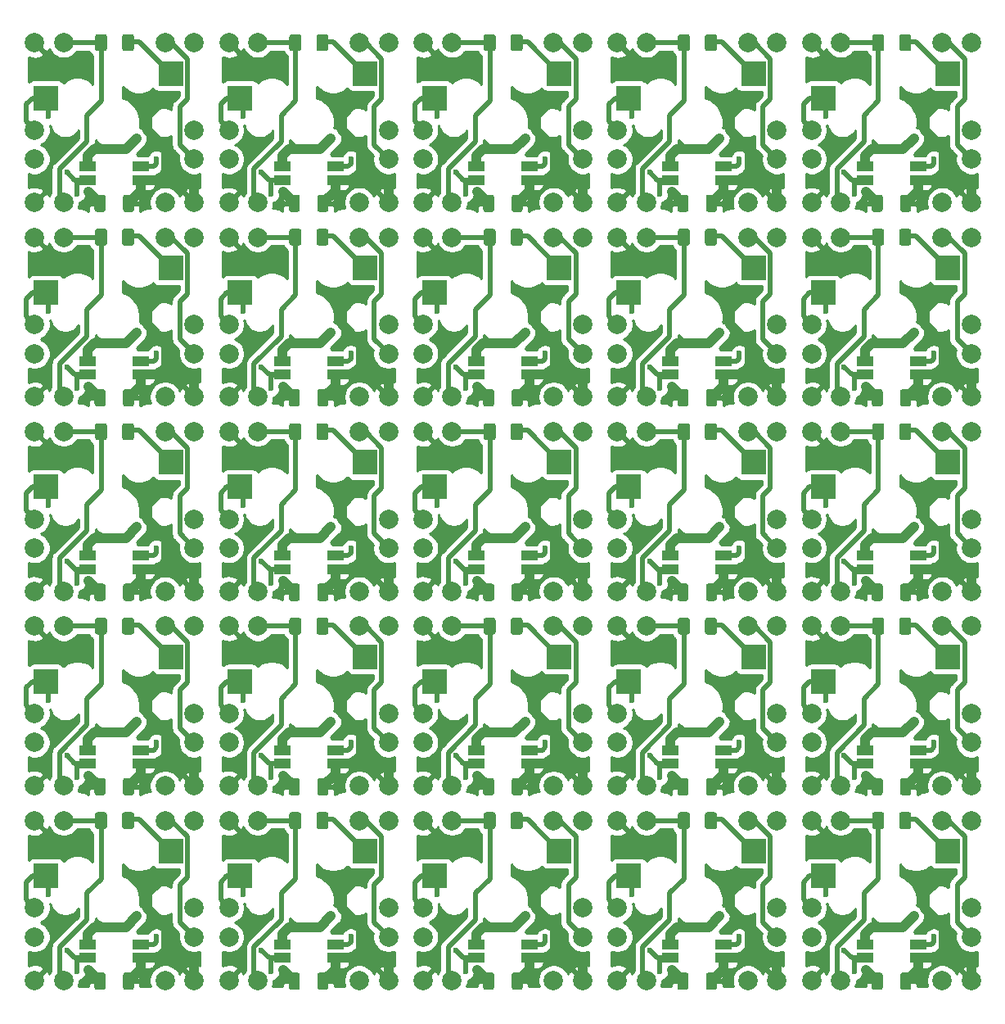
<source format=gbr>
%TF.GenerationSoftware,KiCad,Pcbnew,(5.1.9)-1*%
%TF.CreationDate,2021-03-15T12:44:13+01:00*%
%TF.ProjectId,cell,63656c6c-2e6b-4696-9361-645f70636258,rev?*%
%TF.SameCoordinates,Original*%
%TF.FileFunction,Copper,L2,Bot*%
%TF.FilePolarity,Positive*%
%FSLAX46Y46*%
G04 Gerber Fmt 4.6, Leading zero omitted, Abs format (unit mm)*
G04 Created by KiCad (PCBNEW (5.1.9)-1) date 2021-03-15 12:44:13*
%MOMM*%
%LPD*%
G01*
G04 APERTURE LIST*
%TA.AperFunction,ComponentPad*%
%ADD10C,1.998980*%
%TD*%
%TA.AperFunction,SMDPad,CuDef*%
%ADD11R,1.700000X1.000000*%
%TD*%
%TA.AperFunction,SMDPad,CuDef*%
%ADD12R,2.550000X2.500000*%
%TD*%
%TA.AperFunction,ViaPad*%
%ADD13C,0.800000*%
%TD*%
%TA.AperFunction,ViaPad*%
%ADD14C,0.600000*%
%TD*%
%TA.AperFunction,Conductor*%
%ADD15C,1.000000*%
%TD*%
%TA.AperFunction,Conductor*%
%ADD16C,0.500000*%
%TD*%
%TA.AperFunction,Conductor*%
%ADD17C,0.254000*%
%TD*%
%TA.AperFunction,Conductor*%
%ADD18C,0.100000*%
%TD*%
G04 APERTURE END LIST*
D10*
%TO.P,J12,1*%
%TO.N,/LED_DO*%
X185400000Y-149900000D03*
%TD*%
%TO.P,J12,1*%
%TO.N,/LED_DO*%
X165300000Y-149900000D03*
%TD*%
%TO.P,J12,1*%
%TO.N,/LED_DO*%
X145200000Y-149900000D03*
%TD*%
%TO.P,J12,1*%
%TO.N,/LED_DO*%
X125100000Y-149900000D03*
%TD*%
%TO.P,J12,1*%
%TO.N,/LED_DO*%
X105000000Y-149900000D03*
%TD*%
%TO.P,J12,1*%
%TO.N,/LED_DO*%
X185400000Y-129800000D03*
%TD*%
%TO.P,J12,1*%
%TO.N,/LED_DO*%
X165300000Y-129800000D03*
%TD*%
%TO.P,J12,1*%
%TO.N,/LED_DO*%
X145200000Y-129800000D03*
%TD*%
%TO.P,J12,1*%
%TO.N,/LED_DO*%
X125100000Y-129800000D03*
%TD*%
%TO.P,J12,1*%
%TO.N,/LED_DO*%
X105000000Y-129800000D03*
%TD*%
%TO.P,J12,1*%
%TO.N,/LED_DO*%
X185400000Y-109700000D03*
%TD*%
%TO.P,J12,1*%
%TO.N,/LED_DO*%
X165300000Y-109700000D03*
%TD*%
%TO.P,J12,1*%
%TO.N,/LED_DO*%
X145200000Y-109700000D03*
%TD*%
%TO.P,J12,1*%
%TO.N,/LED_DO*%
X125100000Y-109700000D03*
%TD*%
%TO.P,J12,1*%
%TO.N,/LED_DO*%
X105000000Y-109700000D03*
%TD*%
%TO.P,J12,1*%
%TO.N,/LED_DO*%
X185400000Y-89600000D03*
%TD*%
%TO.P,J12,1*%
%TO.N,/LED_DO*%
X165300000Y-89600000D03*
%TD*%
%TO.P,J12,1*%
%TO.N,/LED_DO*%
X145200000Y-89600000D03*
%TD*%
%TO.P,J12,1*%
%TO.N,/LED_DO*%
X125100000Y-89600000D03*
%TD*%
%TO.P,J12,1*%
%TO.N,/LED_DO*%
X105000000Y-89600000D03*
%TD*%
%TO.P,J12,1*%
%TO.N,/LED_DO*%
X185400000Y-69500000D03*
%TD*%
%TO.P,J12,1*%
%TO.N,/LED_DO*%
X165300000Y-69500000D03*
%TD*%
%TO.P,J12,1*%
%TO.N,/LED_DO*%
X145200000Y-69500000D03*
%TD*%
%TO.P,J12,1*%
%TO.N,/LED_DO*%
X125100000Y-69500000D03*
%TD*%
%TO.P,J11,1*%
%TO.N,/LED_DI*%
X171900000Y-161930000D03*
%TD*%
%TO.P,J11,1*%
%TO.N,/LED_DI*%
X151800000Y-161930000D03*
%TD*%
%TO.P,J11,1*%
%TO.N,/LED_DI*%
X131700000Y-161930000D03*
%TD*%
%TO.P,J11,1*%
%TO.N,/LED_DI*%
X111600000Y-161930000D03*
%TD*%
%TO.P,J11,1*%
%TO.N,/LED_DI*%
X91500000Y-161930000D03*
%TD*%
%TO.P,J11,1*%
%TO.N,/LED_DI*%
X171900000Y-141830000D03*
%TD*%
%TO.P,J11,1*%
%TO.N,/LED_DI*%
X151800000Y-141830000D03*
%TD*%
%TO.P,J11,1*%
%TO.N,/LED_DI*%
X131700000Y-141830000D03*
%TD*%
%TO.P,J11,1*%
%TO.N,/LED_DI*%
X111600000Y-141830000D03*
%TD*%
%TO.P,J11,1*%
%TO.N,/LED_DI*%
X91500000Y-141830000D03*
%TD*%
%TO.P,J11,1*%
%TO.N,/LED_DI*%
X171900000Y-121730000D03*
%TD*%
%TO.P,J11,1*%
%TO.N,/LED_DI*%
X151800000Y-121730000D03*
%TD*%
%TO.P,J11,1*%
%TO.N,/LED_DI*%
X131700000Y-121730000D03*
%TD*%
%TO.P,J11,1*%
%TO.N,/LED_DI*%
X111600000Y-121730000D03*
%TD*%
%TO.P,J11,1*%
%TO.N,/LED_DI*%
X91500000Y-121730000D03*
%TD*%
%TO.P,J11,1*%
%TO.N,/LED_DI*%
X171900000Y-101630000D03*
%TD*%
%TO.P,J11,1*%
%TO.N,/LED_DI*%
X151800000Y-101630000D03*
%TD*%
%TO.P,J11,1*%
%TO.N,/LED_DI*%
X131700000Y-101630000D03*
%TD*%
%TO.P,J11,1*%
%TO.N,/LED_DI*%
X111600000Y-101630000D03*
%TD*%
%TO.P,J11,1*%
%TO.N,/LED_DI*%
X91500000Y-101630000D03*
%TD*%
%TO.P,J11,1*%
%TO.N,/LED_DI*%
X171900000Y-81530000D03*
%TD*%
%TO.P,J11,1*%
%TO.N,/LED_DI*%
X151800000Y-81530000D03*
%TD*%
%TO.P,J11,1*%
%TO.N,/LED_DI*%
X131700000Y-81530000D03*
%TD*%
%TO.P,J11,1*%
%TO.N,/LED_DI*%
X111600000Y-81530000D03*
%TD*%
%TO.P,J9,1*%
%TO.N,/COL_N*%
X188400000Y-158930000D03*
%TD*%
%TO.P,J9,1*%
%TO.N,/COL_N*%
X168300000Y-158930000D03*
%TD*%
%TO.P,J9,1*%
%TO.N,/COL_N*%
X148200000Y-158930000D03*
%TD*%
%TO.P,J9,1*%
%TO.N,/COL_N*%
X128100000Y-158930000D03*
%TD*%
%TO.P,J9,1*%
%TO.N,/COL_N*%
X108000000Y-158930000D03*
%TD*%
%TO.P,J9,1*%
%TO.N,/COL_N*%
X188400000Y-138830000D03*
%TD*%
%TO.P,J9,1*%
%TO.N,/COL_N*%
X168300000Y-138830000D03*
%TD*%
%TO.P,J9,1*%
%TO.N,/COL_N*%
X148200000Y-138830000D03*
%TD*%
%TO.P,J9,1*%
%TO.N,/COL_N*%
X128100000Y-138830000D03*
%TD*%
%TO.P,J9,1*%
%TO.N,/COL_N*%
X108000000Y-138830000D03*
%TD*%
%TO.P,J9,1*%
%TO.N,/COL_N*%
X188400000Y-118730000D03*
%TD*%
%TO.P,J9,1*%
%TO.N,/COL_N*%
X168300000Y-118730000D03*
%TD*%
%TO.P,J9,1*%
%TO.N,/COL_N*%
X148200000Y-118730000D03*
%TD*%
%TO.P,J9,1*%
%TO.N,/COL_N*%
X128100000Y-118730000D03*
%TD*%
%TO.P,J9,1*%
%TO.N,/COL_N*%
X108000000Y-118730000D03*
%TD*%
%TO.P,J9,1*%
%TO.N,/COL_N*%
X188400000Y-98630000D03*
%TD*%
%TO.P,J9,1*%
%TO.N,/COL_N*%
X168300000Y-98630000D03*
%TD*%
%TO.P,J9,1*%
%TO.N,/COL_N*%
X148200000Y-98630000D03*
%TD*%
%TO.P,J9,1*%
%TO.N,/COL_N*%
X128100000Y-98630000D03*
%TD*%
%TO.P,J9,1*%
%TO.N,/COL_N*%
X108000000Y-98630000D03*
%TD*%
%TO.P,J9,1*%
%TO.N,/COL_N*%
X188400000Y-78530000D03*
%TD*%
%TO.P,J9,1*%
%TO.N,/COL_N*%
X168300000Y-78530000D03*
%TD*%
%TO.P,J9,1*%
%TO.N,/COL_N*%
X148200000Y-78530000D03*
%TD*%
%TO.P,J9,1*%
%TO.N,/COL_N*%
X128100000Y-78530000D03*
%TD*%
%TO.P,J8,1*%
%TO.N,/GND*%
X171900000Y-166400000D03*
%TD*%
%TO.P,J8,1*%
%TO.N,/GND*%
X151800000Y-166400000D03*
%TD*%
%TO.P,J8,1*%
%TO.N,/GND*%
X131700000Y-166400000D03*
%TD*%
%TO.P,J8,1*%
%TO.N,/GND*%
X111600000Y-166400000D03*
%TD*%
%TO.P,J8,1*%
%TO.N,/GND*%
X91500000Y-166400000D03*
%TD*%
%TO.P,J8,1*%
%TO.N,/GND*%
X171900000Y-146300000D03*
%TD*%
%TO.P,J8,1*%
%TO.N,/GND*%
X151800000Y-146300000D03*
%TD*%
%TO.P,J8,1*%
%TO.N,/GND*%
X131700000Y-146300000D03*
%TD*%
%TO.P,J8,1*%
%TO.N,/GND*%
X111600000Y-146300000D03*
%TD*%
%TO.P,J8,1*%
%TO.N,/GND*%
X91500000Y-146300000D03*
%TD*%
%TO.P,J8,1*%
%TO.N,/GND*%
X171900000Y-126200000D03*
%TD*%
%TO.P,J8,1*%
%TO.N,/GND*%
X151800000Y-126200000D03*
%TD*%
%TO.P,J8,1*%
%TO.N,/GND*%
X131700000Y-126200000D03*
%TD*%
%TO.P,J8,1*%
%TO.N,/GND*%
X111600000Y-126200000D03*
%TD*%
%TO.P,J8,1*%
%TO.N,/GND*%
X91500000Y-126200000D03*
%TD*%
%TO.P,J8,1*%
%TO.N,/GND*%
X171900000Y-106100000D03*
%TD*%
%TO.P,J8,1*%
%TO.N,/GND*%
X151800000Y-106100000D03*
%TD*%
%TO.P,J8,1*%
%TO.N,/GND*%
X131700000Y-106100000D03*
%TD*%
%TO.P,J8,1*%
%TO.N,/GND*%
X111600000Y-106100000D03*
%TD*%
%TO.P,J8,1*%
%TO.N,/GND*%
X91500000Y-106100000D03*
%TD*%
%TO.P,J8,1*%
%TO.N,/GND*%
X171900000Y-86000000D03*
%TD*%
%TO.P,J8,1*%
%TO.N,/GND*%
X151800000Y-86000000D03*
%TD*%
%TO.P,J8,1*%
%TO.N,/GND*%
X131700000Y-86000000D03*
%TD*%
%TO.P,J8,1*%
%TO.N,/GND*%
X111600000Y-86000000D03*
%TD*%
%TO.P,J7,1*%
%TO.N,/VCC*%
X188400000Y-149900000D03*
%TD*%
%TO.P,J7,1*%
%TO.N,/VCC*%
X168300000Y-149900000D03*
%TD*%
%TO.P,J7,1*%
%TO.N,/VCC*%
X148200000Y-149900000D03*
%TD*%
%TO.P,J7,1*%
%TO.N,/VCC*%
X128100000Y-149900000D03*
%TD*%
%TO.P,J7,1*%
%TO.N,/VCC*%
X108000000Y-149900000D03*
%TD*%
%TO.P,J7,1*%
%TO.N,/VCC*%
X188400000Y-129800000D03*
%TD*%
%TO.P,J7,1*%
%TO.N,/VCC*%
X168300000Y-129800000D03*
%TD*%
%TO.P,J7,1*%
%TO.N,/VCC*%
X148200000Y-129800000D03*
%TD*%
%TO.P,J7,1*%
%TO.N,/VCC*%
X128100000Y-129800000D03*
%TD*%
%TO.P,J7,1*%
%TO.N,/VCC*%
X108000000Y-129800000D03*
%TD*%
%TO.P,J7,1*%
%TO.N,/VCC*%
X188400000Y-109700000D03*
%TD*%
%TO.P,J7,1*%
%TO.N,/VCC*%
X168300000Y-109700000D03*
%TD*%
%TO.P,J7,1*%
%TO.N,/VCC*%
X148200000Y-109700000D03*
%TD*%
%TO.P,J7,1*%
%TO.N,/VCC*%
X128100000Y-109700000D03*
%TD*%
%TO.P,J7,1*%
%TO.N,/VCC*%
X108000000Y-109700000D03*
%TD*%
%TO.P,J7,1*%
%TO.N,/VCC*%
X188400000Y-89600000D03*
%TD*%
%TO.P,J7,1*%
%TO.N,/VCC*%
X168300000Y-89600000D03*
%TD*%
%TO.P,J7,1*%
%TO.N,/VCC*%
X148200000Y-89600000D03*
%TD*%
%TO.P,J7,1*%
%TO.N,/VCC*%
X128100000Y-89600000D03*
%TD*%
%TO.P,J7,1*%
%TO.N,/VCC*%
X108000000Y-89600000D03*
%TD*%
%TO.P,J7,1*%
%TO.N,/VCC*%
X188400000Y-69500000D03*
%TD*%
%TO.P,J7,1*%
%TO.N,/VCC*%
X168300000Y-69500000D03*
%TD*%
%TO.P,J7,1*%
%TO.N,/VCC*%
X148200000Y-69500000D03*
%TD*%
%TO.P,J7,1*%
%TO.N,/VCC*%
X128100000Y-69500000D03*
%TD*%
%TO.P,J5,1*%
%TO.N,/LED_DI*%
X185400000Y-166400000D03*
%TD*%
%TO.P,J5,1*%
%TO.N,/LED_DI*%
X165300000Y-166400000D03*
%TD*%
%TO.P,J5,1*%
%TO.N,/LED_DI*%
X145200000Y-166400000D03*
%TD*%
%TO.P,J5,1*%
%TO.N,/LED_DI*%
X125100000Y-166400000D03*
%TD*%
%TO.P,J5,1*%
%TO.N,/LED_DI*%
X105000000Y-166400000D03*
%TD*%
%TO.P,J5,1*%
%TO.N,/LED_DI*%
X185400000Y-146300000D03*
%TD*%
%TO.P,J5,1*%
%TO.N,/LED_DI*%
X165300000Y-146300000D03*
%TD*%
%TO.P,J5,1*%
%TO.N,/LED_DI*%
X145200000Y-146300000D03*
%TD*%
%TO.P,J5,1*%
%TO.N,/LED_DI*%
X125100000Y-146300000D03*
%TD*%
%TO.P,J5,1*%
%TO.N,/LED_DI*%
X105000000Y-146300000D03*
%TD*%
%TO.P,J5,1*%
%TO.N,/LED_DI*%
X185400000Y-126200000D03*
%TD*%
%TO.P,J5,1*%
%TO.N,/LED_DI*%
X165300000Y-126200000D03*
%TD*%
%TO.P,J5,1*%
%TO.N,/LED_DI*%
X145200000Y-126200000D03*
%TD*%
%TO.P,J5,1*%
%TO.N,/LED_DI*%
X125100000Y-126200000D03*
%TD*%
%TO.P,J5,1*%
%TO.N,/LED_DI*%
X105000000Y-126200000D03*
%TD*%
%TO.P,J5,1*%
%TO.N,/LED_DI*%
X185400000Y-106100000D03*
%TD*%
%TO.P,J5,1*%
%TO.N,/LED_DI*%
X165300000Y-106100000D03*
%TD*%
%TO.P,J5,1*%
%TO.N,/LED_DI*%
X145200000Y-106100000D03*
%TD*%
%TO.P,J5,1*%
%TO.N,/LED_DI*%
X125100000Y-106100000D03*
%TD*%
%TO.P,J5,1*%
%TO.N,/LED_DI*%
X105000000Y-106100000D03*
%TD*%
%TO.P,J5,1*%
%TO.N,/LED_DI*%
X185400000Y-86000000D03*
%TD*%
%TO.P,J5,1*%
%TO.N,/LED_DI*%
X165300000Y-86000000D03*
%TD*%
%TO.P,J5,1*%
%TO.N,/LED_DI*%
X145200000Y-86000000D03*
%TD*%
%TO.P,J5,1*%
%TO.N,/LED_DI*%
X125100000Y-86000000D03*
%TD*%
%TO.P,J4,1*%
%TO.N,/ROW_N*%
X174900000Y-166400000D03*
%TD*%
%TO.P,J4,1*%
%TO.N,/ROW_N*%
X154800000Y-166400000D03*
%TD*%
%TO.P,J4,1*%
%TO.N,/ROW_N*%
X134700000Y-166400000D03*
%TD*%
%TO.P,J4,1*%
%TO.N,/ROW_N*%
X114600000Y-166400000D03*
%TD*%
%TO.P,J4,1*%
%TO.N,/ROW_N*%
X94500000Y-166400000D03*
%TD*%
%TO.P,J4,1*%
%TO.N,/ROW_N*%
X174900000Y-146300000D03*
%TD*%
%TO.P,J4,1*%
%TO.N,/ROW_N*%
X154800000Y-146300000D03*
%TD*%
%TO.P,J4,1*%
%TO.N,/ROW_N*%
X134700000Y-146300000D03*
%TD*%
%TO.P,J4,1*%
%TO.N,/ROW_N*%
X114600000Y-146300000D03*
%TD*%
%TO.P,J4,1*%
%TO.N,/ROW_N*%
X94500000Y-146300000D03*
%TD*%
%TO.P,J4,1*%
%TO.N,/ROW_N*%
X174900000Y-126200000D03*
%TD*%
%TO.P,J4,1*%
%TO.N,/ROW_N*%
X154800000Y-126200000D03*
%TD*%
%TO.P,J4,1*%
%TO.N,/ROW_N*%
X134700000Y-126200000D03*
%TD*%
%TO.P,J4,1*%
%TO.N,/ROW_N*%
X114600000Y-126200000D03*
%TD*%
%TO.P,J4,1*%
%TO.N,/ROW_N*%
X94500000Y-126200000D03*
%TD*%
%TO.P,J4,1*%
%TO.N,/ROW_N*%
X174900000Y-106100000D03*
%TD*%
%TO.P,J4,1*%
%TO.N,/ROW_N*%
X154800000Y-106100000D03*
%TD*%
%TO.P,J4,1*%
%TO.N,/ROW_N*%
X134700000Y-106100000D03*
%TD*%
%TO.P,J4,1*%
%TO.N,/ROW_N*%
X114600000Y-106100000D03*
%TD*%
%TO.P,J4,1*%
%TO.N,/ROW_N*%
X94500000Y-106100000D03*
%TD*%
%TO.P,J4,1*%
%TO.N,/ROW_N*%
X174900000Y-86000000D03*
%TD*%
%TO.P,J4,1*%
%TO.N,/ROW_N*%
X154800000Y-86000000D03*
%TD*%
%TO.P,J4,1*%
%TO.N,/ROW_N*%
X134700000Y-86000000D03*
%TD*%
%TO.P,J4,1*%
%TO.N,/ROW_N*%
X114600000Y-86000000D03*
%TD*%
%TO.P,J3,1*%
%TO.N,/COL_N*%
X171900000Y-158930000D03*
%TD*%
%TO.P,J3,1*%
%TO.N,/COL_N*%
X151800000Y-158930000D03*
%TD*%
%TO.P,J3,1*%
%TO.N,/COL_N*%
X131700000Y-158930000D03*
%TD*%
%TO.P,J3,1*%
%TO.N,/COL_N*%
X111600000Y-158930000D03*
%TD*%
%TO.P,J3,1*%
%TO.N,/COL_N*%
X91500000Y-158930000D03*
%TD*%
%TO.P,J3,1*%
%TO.N,/COL_N*%
X171900000Y-138830000D03*
%TD*%
%TO.P,J3,1*%
%TO.N,/COL_N*%
X151800000Y-138830000D03*
%TD*%
%TO.P,J3,1*%
%TO.N,/COL_N*%
X131700000Y-138830000D03*
%TD*%
%TO.P,J3,1*%
%TO.N,/COL_N*%
X111600000Y-138830000D03*
%TD*%
%TO.P,J3,1*%
%TO.N,/COL_N*%
X91500000Y-138830000D03*
%TD*%
%TO.P,J3,1*%
%TO.N,/COL_N*%
X171900000Y-118730000D03*
%TD*%
%TO.P,J3,1*%
%TO.N,/COL_N*%
X151800000Y-118730000D03*
%TD*%
%TO.P,J3,1*%
%TO.N,/COL_N*%
X131700000Y-118730000D03*
%TD*%
%TO.P,J3,1*%
%TO.N,/COL_N*%
X111600000Y-118730000D03*
%TD*%
%TO.P,J3,1*%
%TO.N,/COL_N*%
X91500000Y-118730000D03*
%TD*%
%TO.P,J3,1*%
%TO.N,/COL_N*%
X171900000Y-98630000D03*
%TD*%
%TO.P,J3,1*%
%TO.N,/COL_N*%
X151800000Y-98630000D03*
%TD*%
%TO.P,J3,1*%
%TO.N,/COL_N*%
X131700000Y-98630000D03*
%TD*%
%TO.P,J3,1*%
%TO.N,/COL_N*%
X111600000Y-98630000D03*
%TD*%
%TO.P,J3,1*%
%TO.N,/COL_N*%
X91500000Y-98630000D03*
%TD*%
%TO.P,J3,1*%
%TO.N,/COL_N*%
X171900000Y-78530000D03*
%TD*%
%TO.P,J3,1*%
%TO.N,/COL_N*%
X151800000Y-78530000D03*
%TD*%
%TO.P,J3,1*%
%TO.N,/COL_N*%
X131700000Y-78530000D03*
%TD*%
%TO.P,J3,1*%
%TO.N,/COL_N*%
X111600000Y-78530000D03*
%TD*%
%TO.P,J1,1*%
%TO.N,/VCC*%
X188400000Y-166400000D03*
%TD*%
%TO.P,J1,1*%
%TO.N,/VCC*%
X168300000Y-166400000D03*
%TD*%
%TO.P,J1,1*%
%TO.N,/VCC*%
X148200000Y-166400000D03*
%TD*%
%TO.P,J1,1*%
%TO.N,/VCC*%
X128100000Y-166400000D03*
%TD*%
%TO.P,J1,1*%
%TO.N,/VCC*%
X108000000Y-166400000D03*
%TD*%
%TO.P,J1,1*%
%TO.N,/VCC*%
X188400000Y-146300000D03*
%TD*%
%TO.P,J1,1*%
%TO.N,/VCC*%
X168300000Y-146300000D03*
%TD*%
%TO.P,J1,1*%
%TO.N,/VCC*%
X148200000Y-146300000D03*
%TD*%
%TO.P,J1,1*%
%TO.N,/VCC*%
X128100000Y-146300000D03*
%TD*%
%TO.P,J1,1*%
%TO.N,/VCC*%
X108000000Y-146300000D03*
%TD*%
%TO.P,J1,1*%
%TO.N,/VCC*%
X188400000Y-126200000D03*
%TD*%
%TO.P,J1,1*%
%TO.N,/VCC*%
X168300000Y-126200000D03*
%TD*%
%TO.P,J1,1*%
%TO.N,/VCC*%
X148200000Y-126200000D03*
%TD*%
%TO.P,J1,1*%
%TO.N,/VCC*%
X128100000Y-126200000D03*
%TD*%
%TO.P,J1,1*%
%TO.N,/VCC*%
X108000000Y-126200000D03*
%TD*%
%TO.P,J1,1*%
%TO.N,/VCC*%
X188400000Y-106100000D03*
%TD*%
%TO.P,J1,1*%
%TO.N,/VCC*%
X168300000Y-106100000D03*
%TD*%
%TO.P,J1,1*%
%TO.N,/VCC*%
X148200000Y-106100000D03*
%TD*%
%TO.P,J1,1*%
%TO.N,/VCC*%
X128100000Y-106100000D03*
%TD*%
%TO.P,J1,1*%
%TO.N,/VCC*%
X108000000Y-106100000D03*
%TD*%
%TO.P,J1,1*%
%TO.N,/VCC*%
X188400000Y-86000000D03*
%TD*%
%TO.P,J1,1*%
%TO.N,/VCC*%
X168300000Y-86000000D03*
%TD*%
%TO.P,J1,1*%
%TO.N,/VCC*%
X148200000Y-86000000D03*
%TD*%
%TO.P,J1,1*%
%TO.N,/VCC*%
X128100000Y-86000000D03*
%TD*%
%TO.P,C1,2*%
%TO.N,/GND*%
%TA.AperFunction,SMDPad,CuDef*%
G36*
G01*
X179250000Y-165849999D02*
X179250000Y-167150001D01*
G75*
G02*
X179000001Y-167400000I-249999J0D01*
G01*
X178349999Y-167400000D01*
G75*
G02*
X178100000Y-167150001I0J249999D01*
G01*
X178100000Y-165849999D01*
G75*
G02*
X178349999Y-165600000I249999J0D01*
G01*
X179000001Y-165600000D01*
G75*
G02*
X179250000Y-165849999I0J-249999D01*
G01*
G37*
%TD.AperFunction*%
%TO.P,C1,1*%
%TO.N,/VCC*%
%TA.AperFunction,SMDPad,CuDef*%
G36*
G01*
X182200000Y-165849999D02*
X182200000Y-167150001D01*
G75*
G02*
X181950001Y-167400000I-249999J0D01*
G01*
X181299999Y-167400000D01*
G75*
G02*
X181050000Y-167150001I0J249999D01*
G01*
X181050000Y-165849999D01*
G75*
G02*
X181299999Y-165600000I249999J0D01*
G01*
X181950001Y-165600000D01*
G75*
G02*
X182200000Y-165849999I0J-249999D01*
G01*
G37*
%TD.AperFunction*%
%TD*%
%TO.P,C1,2*%
%TO.N,/GND*%
%TA.AperFunction,SMDPad,CuDef*%
G36*
G01*
X159150000Y-165849999D02*
X159150000Y-167150001D01*
G75*
G02*
X158900001Y-167400000I-249999J0D01*
G01*
X158249999Y-167400000D01*
G75*
G02*
X158000000Y-167150001I0J249999D01*
G01*
X158000000Y-165849999D01*
G75*
G02*
X158249999Y-165600000I249999J0D01*
G01*
X158900001Y-165600000D01*
G75*
G02*
X159150000Y-165849999I0J-249999D01*
G01*
G37*
%TD.AperFunction*%
%TO.P,C1,1*%
%TO.N,/VCC*%
%TA.AperFunction,SMDPad,CuDef*%
G36*
G01*
X162100000Y-165849999D02*
X162100000Y-167150001D01*
G75*
G02*
X161850001Y-167400000I-249999J0D01*
G01*
X161199999Y-167400000D01*
G75*
G02*
X160950000Y-167150001I0J249999D01*
G01*
X160950000Y-165849999D01*
G75*
G02*
X161199999Y-165600000I249999J0D01*
G01*
X161850001Y-165600000D01*
G75*
G02*
X162100000Y-165849999I0J-249999D01*
G01*
G37*
%TD.AperFunction*%
%TD*%
%TO.P,C1,2*%
%TO.N,/GND*%
%TA.AperFunction,SMDPad,CuDef*%
G36*
G01*
X139050000Y-165849999D02*
X139050000Y-167150001D01*
G75*
G02*
X138800001Y-167400000I-249999J0D01*
G01*
X138149999Y-167400000D01*
G75*
G02*
X137900000Y-167150001I0J249999D01*
G01*
X137900000Y-165849999D01*
G75*
G02*
X138149999Y-165600000I249999J0D01*
G01*
X138800001Y-165600000D01*
G75*
G02*
X139050000Y-165849999I0J-249999D01*
G01*
G37*
%TD.AperFunction*%
%TO.P,C1,1*%
%TO.N,/VCC*%
%TA.AperFunction,SMDPad,CuDef*%
G36*
G01*
X142000000Y-165849999D02*
X142000000Y-167150001D01*
G75*
G02*
X141750001Y-167400000I-249999J0D01*
G01*
X141099999Y-167400000D01*
G75*
G02*
X140850000Y-167150001I0J249999D01*
G01*
X140850000Y-165849999D01*
G75*
G02*
X141099999Y-165600000I249999J0D01*
G01*
X141750001Y-165600000D01*
G75*
G02*
X142000000Y-165849999I0J-249999D01*
G01*
G37*
%TD.AperFunction*%
%TD*%
%TO.P,C1,2*%
%TO.N,/GND*%
%TA.AperFunction,SMDPad,CuDef*%
G36*
G01*
X118950000Y-165849999D02*
X118950000Y-167150001D01*
G75*
G02*
X118700001Y-167400000I-249999J0D01*
G01*
X118049999Y-167400000D01*
G75*
G02*
X117800000Y-167150001I0J249999D01*
G01*
X117800000Y-165849999D01*
G75*
G02*
X118049999Y-165600000I249999J0D01*
G01*
X118700001Y-165600000D01*
G75*
G02*
X118950000Y-165849999I0J-249999D01*
G01*
G37*
%TD.AperFunction*%
%TO.P,C1,1*%
%TO.N,/VCC*%
%TA.AperFunction,SMDPad,CuDef*%
G36*
G01*
X121900000Y-165849999D02*
X121900000Y-167150001D01*
G75*
G02*
X121650001Y-167400000I-249999J0D01*
G01*
X120999999Y-167400000D01*
G75*
G02*
X120750000Y-167150001I0J249999D01*
G01*
X120750000Y-165849999D01*
G75*
G02*
X120999999Y-165600000I249999J0D01*
G01*
X121650001Y-165600000D01*
G75*
G02*
X121900000Y-165849999I0J-249999D01*
G01*
G37*
%TD.AperFunction*%
%TD*%
%TO.P,C1,2*%
%TO.N,/GND*%
%TA.AperFunction,SMDPad,CuDef*%
G36*
G01*
X98850000Y-165849999D02*
X98850000Y-167150001D01*
G75*
G02*
X98600001Y-167400000I-249999J0D01*
G01*
X97949999Y-167400000D01*
G75*
G02*
X97700000Y-167150001I0J249999D01*
G01*
X97700000Y-165849999D01*
G75*
G02*
X97949999Y-165600000I249999J0D01*
G01*
X98600001Y-165600000D01*
G75*
G02*
X98850000Y-165849999I0J-249999D01*
G01*
G37*
%TD.AperFunction*%
%TO.P,C1,1*%
%TO.N,/VCC*%
%TA.AperFunction,SMDPad,CuDef*%
G36*
G01*
X101800000Y-165849999D02*
X101800000Y-167150001D01*
G75*
G02*
X101550001Y-167400000I-249999J0D01*
G01*
X100899999Y-167400000D01*
G75*
G02*
X100650000Y-167150001I0J249999D01*
G01*
X100650000Y-165849999D01*
G75*
G02*
X100899999Y-165600000I249999J0D01*
G01*
X101550001Y-165600000D01*
G75*
G02*
X101800000Y-165849999I0J-249999D01*
G01*
G37*
%TD.AperFunction*%
%TD*%
%TO.P,C1,2*%
%TO.N,/GND*%
%TA.AperFunction,SMDPad,CuDef*%
G36*
G01*
X179250000Y-145749999D02*
X179250000Y-147050001D01*
G75*
G02*
X179000001Y-147300000I-249999J0D01*
G01*
X178349999Y-147300000D01*
G75*
G02*
X178100000Y-147050001I0J249999D01*
G01*
X178100000Y-145749999D01*
G75*
G02*
X178349999Y-145500000I249999J0D01*
G01*
X179000001Y-145500000D01*
G75*
G02*
X179250000Y-145749999I0J-249999D01*
G01*
G37*
%TD.AperFunction*%
%TO.P,C1,1*%
%TO.N,/VCC*%
%TA.AperFunction,SMDPad,CuDef*%
G36*
G01*
X182200000Y-145749999D02*
X182200000Y-147050001D01*
G75*
G02*
X181950001Y-147300000I-249999J0D01*
G01*
X181299999Y-147300000D01*
G75*
G02*
X181050000Y-147050001I0J249999D01*
G01*
X181050000Y-145749999D01*
G75*
G02*
X181299999Y-145500000I249999J0D01*
G01*
X181950001Y-145500000D01*
G75*
G02*
X182200000Y-145749999I0J-249999D01*
G01*
G37*
%TD.AperFunction*%
%TD*%
%TO.P,C1,2*%
%TO.N,/GND*%
%TA.AperFunction,SMDPad,CuDef*%
G36*
G01*
X159150000Y-145749999D02*
X159150000Y-147050001D01*
G75*
G02*
X158900001Y-147300000I-249999J0D01*
G01*
X158249999Y-147300000D01*
G75*
G02*
X158000000Y-147050001I0J249999D01*
G01*
X158000000Y-145749999D01*
G75*
G02*
X158249999Y-145500000I249999J0D01*
G01*
X158900001Y-145500000D01*
G75*
G02*
X159150000Y-145749999I0J-249999D01*
G01*
G37*
%TD.AperFunction*%
%TO.P,C1,1*%
%TO.N,/VCC*%
%TA.AperFunction,SMDPad,CuDef*%
G36*
G01*
X162100000Y-145749999D02*
X162100000Y-147050001D01*
G75*
G02*
X161850001Y-147300000I-249999J0D01*
G01*
X161199999Y-147300000D01*
G75*
G02*
X160950000Y-147050001I0J249999D01*
G01*
X160950000Y-145749999D01*
G75*
G02*
X161199999Y-145500000I249999J0D01*
G01*
X161850001Y-145500000D01*
G75*
G02*
X162100000Y-145749999I0J-249999D01*
G01*
G37*
%TD.AperFunction*%
%TD*%
%TO.P,C1,2*%
%TO.N,/GND*%
%TA.AperFunction,SMDPad,CuDef*%
G36*
G01*
X139050000Y-145749999D02*
X139050000Y-147050001D01*
G75*
G02*
X138800001Y-147300000I-249999J0D01*
G01*
X138149999Y-147300000D01*
G75*
G02*
X137900000Y-147050001I0J249999D01*
G01*
X137900000Y-145749999D01*
G75*
G02*
X138149999Y-145500000I249999J0D01*
G01*
X138800001Y-145500000D01*
G75*
G02*
X139050000Y-145749999I0J-249999D01*
G01*
G37*
%TD.AperFunction*%
%TO.P,C1,1*%
%TO.N,/VCC*%
%TA.AperFunction,SMDPad,CuDef*%
G36*
G01*
X142000000Y-145749999D02*
X142000000Y-147050001D01*
G75*
G02*
X141750001Y-147300000I-249999J0D01*
G01*
X141099999Y-147300000D01*
G75*
G02*
X140850000Y-147050001I0J249999D01*
G01*
X140850000Y-145749999D01*
G75*
G02*
X141099999Y-145500000I249999J0D01*
G01*
X141750001Y-145500000D01*
G75*
G02*
X142000000Y-145749999I0J-249999D01*
G01*
G37*
%TD.AperFunction*%
%TD*%
%TO.P,C1,2*%
%TO.N,/GND*%
%TA.AperFunction,SMDPad,CuDef*%
G36*
G01*
X118950000Y-145749999D02*
X118950000Y-147050001D01*
G75*
G02*
X118700001Y-147300000I-249999J0D01*
G01*
X118049999Y-147300000D01*
G75*
G02*
X117800000Y-147050001I0J249999D01*
G01*
X117800000Y-145749999D01*
G75*
G02*
X118049999Y-145500000I249999J0D01*
G01*
X118700001Y-145500000D01*
G75*
G02*
X118950000Y-145749999I0J-249999D01*
G01*
G37*
%TD.AperFunction*%
%TO.P,C1,1*%
%TO.N,/VCC*%
%TA.AperFunction,SMDPad,CuDef*%
G36*
G01*
X121900000Y-145749999D02*
X121900000Y-147050001D01*
G75*
G02*
X121650001Y-147300000I-249999J0D01*
G01*
X120999999Y-147300000D01*
G75*
G02*
X120750000Y-147050001I0J249999D01*
G01*
X120750000Y-145749999D01*
G75*
G02*
X120999999Y-145500000I249999J0D01*
G01*
X121650001Y-145500000D01*
G75*
G02*
X121900000Y-145749999I0J-249999D01*
G01*
G37*
%TD.AperFunction*%
%TD*%
%TO.P,C1,2*%
%TO.N,/GND*%
%TA.AperFunction,SMDPad,CuDef*%
G36*
G01*
X98850000Y-145749999D02*
X98850000Y-147050001D01*
G75*
G02*
X98600001Y-147300000I-249999J0D01*
G01*
X97949999Y-147300000D01*
G75*
G02*
X97700000Y-147050001I0J249999D01*
G01*
X97700000Y-145749999D01*
G75*
G02*
X97949999Y-145500000I249999J0D01*
G01*
X98600001Y-145500000D01*
G75*
G02*
X98850000Y-145749999I0J-249999D01*
G01*
G37*
%TD.AperFunction*%
%TO.P,C1,1*%
%TO.N,/VCC*%
%TA.AperFunction,SMDPad,CuDef*%
G36*
G01*
X101800000Y-145749999D02*
X101800000Y-147050001D01*
G75*
G02*
X101550001Y-147300000I-249999J0D01*
G01*
X100899999Y-147300000D01*
G75*
G02*
X100650000Y-147050001I0J249999D01*
G01*
X100650000Y-145749999D01*
G75*
G02*
X100899999Y-145500000I249999J0D01*
G01*
X101550001Y-145500000D01*
G75*
G02*
X101800000Y-145749999I0J-249999D01*
G01*
G37*
%TD.AperFunction*%
%TD*%
%TO.P,C1,2*%
%TO.N,/GND*%
%TA.AperFunction,SMDPad,CuDef*%
G36*
G01*
X179250000Y-125649999D02*
X179250000Y-126950001D01*
G75*
G02*
X179000001Y-127200000I-249999J0D01*
G01*
X178349999Y-127200000D01*
G75*
G02*
X178100000Y-126950001I0J249999D01*
G01*
X178100000Y-125649999D01*
G75*
G02*
X178349999Y-125400000I249999J0D01*
G01*
X179000001Y-125400000D01*
G75*
G02*
X179250000Y-125649999I0J-249999D01*
G01*
G37*
%TD.AperFunction*%
%TO.P,C1,1*%
%TO.N,/VCC*%
%TA.AperFunction,SMDPad,CuDef*%
G36*
G01*
X182200000Y-125649999D02*
X182200000Y-126950001D01*
G75*
G02*
X181950001Y-127200000I-249999J0D01*
G01*
X181299999Y-127200000D01*
G75*
G02*
X181050000Y-126950001I0J249999D01*
G01*
X181050000Y-125649999D01*
G75*
G02*
X181299999Y-125400000I249999J0D01*
G01*
X181950001Y-125400000D01*
G75*
G02*
X182200000Y-125649999I0J-249999D01*
G01*
G37*
%TD.AperFunction*%
%TD*%
%TO.P,C1,2*%
%TO.N,/GND*%
%TA.AperFunction,SMDPad,CuDef*%
G36*
G01*
X159150000Y-125649999D02*
X159150000Y-126950001D01*
G75*
G02*
X158900001Y-127200000I-249999J0D01*
G01*
X158249999Y-127200000D01*
G75*
G02*
X158000000Y-126950001I0J249999D01*
G01*
X158000000Y-125649999D01*
G75*
G02*
X158249999Y-125400000I249999J0D01*
G01*
X158900001Y-125400000D01*
G75*
G02*
X159150000Y-125649999I0J-249999D01*
G01*
G37*
%TD.AperFunction*%
%TO.P,C1,1*%
%TO.N,/VCC*%
%TA.AperFunction,SMDPad,CuDef*%
G36*
G01*
X162100000Y-125649999D02*
X162100000Y-126950001D01*
G75*
G02*
X161850001Y-127200000I-249999J0D01*
G01*
X161199999Y-127200000D01*
G75*
G02*
X160950000Y-126950001I0J249999D01*
G01*
X160950000Y-125649999D01*
G75*
G02*
X161199999Y-125400000I249999J0D01*
G01*
X161850001Y-125400000D01*
G75*
G02*
X162100000Y-125649999I0J-249999D01*
G01*
G37*
%TD.AperFunction*%
%TD*%
%TO.P,C1,2*%
%TO.N,/GND*%
%TA.AperFunction,SMDPad,CuDef*%
G36*
G01*
X139050000Y-125649999D02*
X139050000Y-126950001D01*
G75*
G02*
X138800001Y-127200000I-249999J0D01*
G01*
X138149999Y-127200000D01*
G75*
G02*
X137900000Y-126950001I0J249999D01*
G01*
X137900000Y-125649999D01*
G75*
G02*
X138149999Y-125400000I249999J0D01*
G01*
X138800001Y-125400000D01*
G75*
G02*
X139050000Y-125649999I0J-249999D01*
G01*
G37*
%TD.AperFunction*%
%TO.P,C1,1*%
%TO.N,/VCC*%
%TA.AperFunction,SMDPad,CuDef*%
G36*
G01*
X142000000Y-125649999D02*
X142000000Y-126950001D01*
G75*
G02*
X141750001Y-127200000I-249999J0D01*
G01*
X141099999Y-127200000D01*
G75*
G02*
X140850000Y-126950001I0J249999D01*
G01*
X140850000Y-125649999D01*
G75*
G02*
X141099999Y-125400000I249999J0D01*
G01*
X141750001Y-125400000D01*
G75*
G02*
X142000000Y-125649999I0J-249999D01*
G01*
G37*
%TD.AperFunction*%
%TD*%
%TO.P,C1,2*%
%TO.N,/GND*%
%TA.AperFunction,SMDPad,CuDef*%
G36*
G01*
X118950000Y-125649999D02*
X118950000Y-126950001D01*
G75*
G02*
X118700001Y-127200000I-249999J0D01*
G01*
X118049999Y-127200000D01*
G75*
G02*
X117800000Y-126950001I0J249999D01*
G01*
X117800000Y-125649999D01*
G75*
G02*
X118049999Y-125400000I249999J0D01*
G01*
X118700001Y-125400000D01*
G75*
G02*
X118950000Y-125649999I0J-249999D01*
G01*
G37*
%TD.AperFunction*%
%TO.P,C1,1*%
%TO.N,/VCC*%
%TA.AperFunction,SMDPad,CuDef*%
G36*
G01*
X121900000Y-125649999D02*
X121900000Y-126950001D01*
G75*
G02*
X121650001Y-127200000I-249999J0D01*
G01*
X120999999Y-127200000D01*
G75*
G02*
X120750000Y-126950001I0J249999D01*
G01*
X120750000Y-125649999D01*
G75*
G02*
X120999999Y-125400000I249999J0D01*
G01*
X121650001Y-125400000D01*
G75*
G02*
X121900000Y-125649999I0J-249999D01*
G01*
G37*
%TD.AperFunction*%
%TD*%
%TO.P,C1,2*%
%TO.N,/GND*%
%TA.AperFunction,SMDPad,CuDef*%
G36*
G01*
X98850000Y-125649999D02*
X98850000Y-126950001D01*
G75*
G02*
X98600001Y-127200000I-249999J0D01*
G01*
X97949999Y-127200000D01*
G75*
G02*
X97700000Y-126950001I0J249999D01*
G01*
X97700000Y-125649999D01*
G75*
G02*
X97949999Y-125400000I249999J0D01*
G01*
X98600001Y-125400000D01*
G75*
G02*
X98850000Y-125649999I0J-249999D01*
G01*
G37*
%TD.AperFunction*%
%TO.P,C1,1*%
%TO.N,/VCC*%
%TA.AperFunction,SMDPad,CuDef*%
G36*
G01*
X101800000Y-125649999D02*
X101800000Y-126950001D01*
G75*
G02*
X101550001Y-127200000I-249999J0D01*
G01*
X100899999Y-127200000D01*
G75*
G02*
X100650000Y-126950001I0J249999D01*
G01*
X100650000Y-125649999D01*
G75*
G02*
X100899999Y-125400000I249999J0D01*
G01*
X101550001Y-125400000D01*
G75*
G02*
X101800000Y-125649999I0J-249999D01*
G01*
G37*
%TD.AperFunction*%
%TD*%
%TO.P,C1,2*%
%TO.N,/GND*%
%TA.AperFunction,SMDPad,CuDef*%
G36*
G01*
X179250000Y-105549999D02*
X179250000Y-106850001D01*
G75*
G02*
X179000001Y-107100000I-249999J0D01*
G01*
X178349999Y-107100000D01*
G75*
G02*
X178100000Y-106850001I0J249999D01*
G01*
X178100000Y-105549999D01*
G75*
G02*
X178349999Y-105300000I249999J0D01*
G01*
X179000001Y-105300000D01*
G75*
G02*
X179250000Y-105549999I0J-249999D01*
G01*
G37*
%TD.AperFunction*%
%TO.P,C1,1*%
%TO.N,/VCC*%
%TA.AperFunction,SMDPad,CuDef*%
G36*
G01*
X182200000Y-105549999D02*
X182200000Y-106850001D01*
G75*
G02*
X181950001Y-107100000I-249999J0D01*
G01*
X181299999Y-107100000D01*
G75*
G02*
X181050000Y-106850001I0J249999D01*
G01*
X181050000Y-105549999D01*
G75*
G02*
X181299999Y-105300000I249999J0D01*
G01*
X181950001Y-105300000D01*
G75*
G02*
X182200000Y-105549999I0J-249999D01*
G01*
G37*
%TD.AperFunction*%
%TD*%
%TO.P,C1,2*%
%TO.N,/GND*%
%TA.AperFunction,SMDPad,CuDef*%
G36*
G01*
X159150000Y-105549999D02*
X159150000Y-106850001D01*
G75*
G02*
X158900001Y-107100000I-249999J0D01*
G01*
X158249999Y-107100000D01*
G75*
G02*
X158000000Y-106850001I0J249999D01*
G01*
X158000000Y-105549999D01*
G75*
G02*
X158249999Y-105300000I249999J0D01*
G01*
X158900001Y-105300000D01*
G75*
G02*
X159150000Y-105549999I0J-249999D01*
G01*
G37*
%TD.AperFunction*%
%TO.P,C1,1*%
%TO.N,/VCC*%
%TA.AperFunction,SMDPad,CuDef*%
G36*
G01*
X162100000Y-105549999D02*
X162100000Y-106850001D01*
G75*
G02*
X161850001Y-107100000I-249999J0D01*
G01*
X161199999Y-107100000D01*
G75*
G02*
X160950000Y-106850001I0J249999D01*
G01*
X160950000Y-105549999D01*
G75*
G02*
X161199999Y-105300000I249999J0D01*
G01*
X161850001Y-105300000D01*
G75*
G02*
X162100000Y-105549999I0J-249999D01*
G01*
G37*
%TD.AperFunction*%
%TD*%
%TO.P,C1,2*%
%TO.N,/GND*%
%TA.AperFunction,SMDPad,CuDef*%
G36*
G01*
X139050000Y-105549999D02*
X139050000Y-106850001D01*
G75*
G02*
X138800001Y-107100000I-249999J0D01*
G01*
X138149999Y-107100000D01*
G75*
G02*
X137900000Y-106850001I0J249999D01*
G01*
X137900000Y-105549999D01*
G75*
G02*
X138149999Y-105300000I249999J0D01*
G01*
X138800001Y-105300000D01*
G75*
G02*
X139050000Y-105549999I0J-249999D01*
G01*
G37*
%TD.AperFunction*%
%TO.P,C1,1*%
%TO.N,/VCC*%
%TA.AperFunction,SMDPad,CuDef*%
G36*
G01*
X142000000Y-105549999D02*
X142000000Y-106850001D01*
G75*
G02*
X141750001Y-107100000I-249999J0D01*
G01*
X141099999Y-107100000D01*
G75*
G02*
X140850000Y-106850001I0J249999D01*
G01*
X140850000Y-105549999D01*
G75*
G02*
X141099999Y-105300000I249999J0D01*
G01*
X141750001Y-105300000D01*
G75*
G02*
X142000000Y-105549999I0J-249999D01*
G01*
G37*
%TD.AperFunction*%
%TD*%
%TO.P,C1,2*%
%TO.N,/GND*%
%TA.AperFunction,SMDPad,CuDef*%
G36*
G01*
X118950000Y-105549999D02*
X118950000Y-106850001D01*
G75*
G02*
X118700001Y-107100000I-249999J0D01*
G01*
X118049999Y-107100000D01*
G75*
G02*
X117800000Y-106850001I0J249999D01*
G01*
X117800000Y-105549999D01*
G75*
G02*
X118049999Y-105300000I249999J0D01*
G01*
X118700001Y-105300000D01*
G75*
G02*
X118950000Y-105549999I0J-249999D01*
G01*
G37*
%TD.AperFunction*%
%TO.P,C1,1*%
%TO.N,/VCC*%
%TA.AperFunction,SMDPad,CuDef*%
G36*
G01*
X121900000Y-105549999D02*
X121900000Y-106850001D01*
G75*
G02*
X121650001Y-107100000I-249999J0D01*
G01*
X120999999Y-107100000D01*
G75*
G02*
X120750000Y-106850001I0J249999D01*
G01*
X120750000Y-105549999D01*
G75*
G02*
X120999999Y-105300000I249999J0D01*
G01*
X121650001Y-105300000D01*
G75*
G02*
X121900000Y-105549999I0J-249999D01*
G01*
G37*
%TD.AperFunction*%
%TD*%
%TO.P,C1,2*%
%TO.N,/GND*%
%TA.AperFunction,SMDPad,CuDef*%
G36*
G01*
X98850000Y-105549999D02*
X98850000Y-106850001D01*
G75*
G02*
X98600001Y-107100000I-249999J0D01*
G01*
X97949999Y-107100000D01*
G75*
G02*
X97700000Y-106850001I0J249999D01*
G01*
X97700000Y-105549999D01*
G75*
G02*
X97949999Y-105300000I249999J0D01*
G01*
X98600001Y-105300000D01*
G75*
G02*
X98850000Y-105549999I0J-249999D01*
G01*
G37*
%TD.AperFunction*%
%TO.P,C1,1*%
%TO.N,/VCC*%
%TA.AperFunction,SMDPad,CuDef*%
G36*
G01*
X101800000Y-105549999D02*
X101800000Y-106850001D01*
G75*
G02*
X101550001Y-107100000I-249999J0D01*
G01*
X100899999Y-107100000D01*
G75*
G02*
X100650000Y-106850001I0J249999D01*
G01*
X100650000Y-105549999D01*
G75*
G02*
X100899999Y-105300000I249999J0D01*
G01*
X101550001Y-105300000D01*
G75*
G02*
X101800000Y-105549999I0J-249999D01*
G01*
G37*
%TD.AperFunction*%
%TD*%
%TO.P,C1,2*%
%TO.N,/GND*%
%TA.AperFunction,SMDPad,CuDef*%
G36*
G01*
X179250000Y-85449999D02*
X179250000Y-86750001D01*
G75*
G02*
X179000001Y-87000000I-249999J0D01*
G01*
X178349999Y-87000000D01*
G75*
G02*
X178100000Y-86750001I0J249999D01*
G01*
X178100000Y-85449999D01*
G75*
G02*
X178349999Y-85200000I249999J0D01*
G01*
X179000001Y-85200000D01*
G75*
G02*
X179250000Y-85449999I0J-249999D01*
G01*
G37*
%TD.AperFunction*%
%TO.P,C1,1*%
%TO.N,/VCC*%
%TA.AperFunction,SMDPad,CuDef*%
G36*
G01*
X182200000Y-85449999D02*
X182200000Y-86750001D01*
G75*
G02*
X181950001Y-87000000I-249999J0D01*
G01*
X181299999Y-87000000D01*
G75*
G02*
X181050000Y-86750001I0J249999D01*
G01*
X181050000Y-85449999D01*
G75*
G02*
X181299999Y-85200000I249999J0D01*
G01*
X181950001Y-85200000D01*
G75*
G02*
X182200000Y-85449999I0J-249999D01*
G01*
G37*
%TD.AperFunction*%
%TD*%
%TO.P,C1,2*%
%TO.N,/GND*%
%TA.AperFunction,SMDPad,CuDef*%
G36*
G01*
X159150000Y-85449999D02*
X159150000Y-86750001D01*
G75*
G02*
X158900001Y-87000000I-249999J0D01*
G01*
X158249999Y-87000000D01*
G75*
G02*
X158000000Y-86750001I0J249999D01*
G01*
X158000000Y-85449999D01*
G75*
G02*
X158249999Y-85200000I249999J0D01*
G01*
X158900001Y-85200000D01*
G75*
G02*
X159150000Y-85449999I0J-249999D01*
G01*
G37*
%TD.AperFunction*%
%TO.P,C1,1*%
%TO.N,/VCC*%
%TA.AperFunction,SMDPad,CuDef*%
G36*
G01*
X162100000Y-85449999D02*
X162100000Y-86750001D01*
G75*
G02*
X161850001Y-87000000I-249999J0D01*
G01*
X161199999Y-87000000D01*
G75*
G02*
X160950000Y-86750001I0J249999D01*
G01*
X160950000Y-85449999D01*
G75*
G02*
X161199999Y-85200000I249999J0D01*
G01*
X161850001Y-85200000D01*
G75*
G02*
X162100000Y-85449999I0J-249999D01*
G01*
G37*
%TD.AperFunction*%
%TD*%
%TO.P,C1,2*%
%TO.N,/GND*%
%TA.AperFunction,SMDPad,CuDef*%
G36*
G01*
X139050000Y-85449999D02*
X139050000Y-86750001D01*
G75*
G02*
X138800001Y-87000000I-249999J0D01*
G01*
X138149999Y-87000000D01*
G75*
G02*
X137900000Y-86750001I0J249999D01*
G01*
X137900000Y-85449999D01*
G75*
G02*
X138149999Y-85200000I249999J0D01*
G01*
X138800001Y-85200000D01*
G75*
G02*
X139050000Y-85449999I0J-249999D01*
G01*
G37*
%TD.AperFunction*%
%TO.P,C1,1*%
%TO.N,/VCC*%
%TA.AperFunction,SMDPad,CuDef*%
G36*
G01*
X142000000Y-85449999D02*
X142000000Y-86750001D01*
G75*
G02*
X141750001Y-87000000I-249999J0D01*
G01*
X141099999Y-87000000D01*
G75*
G02*
X140850000Y-86750001I0J249999D01*
G01*
X140850000Y-85449999D01*
G75*
G02*
X141099999Y-85200000I249999J0D01*
G01*
X141750001Y-85200000D01*
G75*
G02*
X142000000Y-85449999I0J-249999D01*
G01*
G37*
%TD.AperFunction*%
%TD*%
%TO.P,C1,2*%
%TO.N,/GND*%
%TA.AperFunction,SMDPad,CuDef*%
G36*
G01*
X118950000Y-85449999D02*
X118950000Y-86750001D01*
G75*
G02*
X118700001Y-87000000I-249999J0D01*
G01*
X118049999Y-87000000D01*
G75*
G02*
X117800000Y-86750001I0J249999D01*
G01*
X117800000Y-85449999D01*
G75*
G02*
X118049999Y-85200000I249999J0D01*
G01*
X118700001Y-85200000D01*
G75*
G02*
X118950000Y-85449999I0J-249999D01*
G01*
G37*
%TD.AperFunction*%
%TO.P,C1,1*%
%TO.N,/VCC*%
%TA.AperFunction,SMDPad,CuDef*%
G36*
G01*
X121900000Y-85449999D02*
X121900000Y-86750001D01*
G75*
G02*
X121650001Y-87000000I-249999J0D01*
G01*
X120999999Y-87000000D01*
G75*
G02*
X120750000Y-86750001I0J249999D01*
G01*
X120750000Y-85449999D01*
G75*
G02*
X120999999Y-85200000I249999J0D01*
G01*
X121650001Y-85200000D01*
G75*
G02*
X121900000Y-85449999I0J-249999D01*
G01*
G37*
%TD.AperFunction*%
%TD*%
D11*
%TO.P,L1,2*%
%TO.N,/LED_DO*%
X182900000Y-162700000D03*
%TO.P,L1,1*%
%TO.N,/VCC*%
X182900000Y-164100000D03*
%TO.P,L1,3*%
%TO.N,/GND*%
X177400000Y-162700000D03*
%TO.P,L1,4*%
%TO.N,/LED_DI*%
X177400000Y-164100000D03*
%TD*%
%TO.P,L1,2*%
%TO.N,/LED_DO*%
X162800000Y-162700000D03*
%TO.P,L1,1*%
%TO.N,/VCC*%
X162800000Y-164100000D03*
%TO.P,L1,3*%
%TO.N,/GND*%
X157300000Y-162700000D03*
%TO.P,L1,4*%
%TO.N,/LED_DI*%
X157300000Y-164100000D03*
%TD*%
%TO.P,L1,2*%
%TO.N,/LED_DO*%
X142700000Y-162700000D03*
%TO.P,L1,1*%
%TO.N,/VCC*%
X142700000Y-164100000D03*
%TO.P,L1,3*%
%TO.N,/GND*%
X137200000Y-162700000D03*
%TO.P,L1,4*%
%TO.N,/LED_DI*%
X137200000Y-164100000D03*
%TD*%
%TO.P,L1,2*%
%TO.N,/LED_DO*%
X122600000Y-162700000D03*
%TO.P,L1,1*%
%TO.N,/VCC*%
X122600000Y-164100000D03*
%TO.P,L1,3*%
%TO.N,/GND*%
X117100000Y-162700000D03*
%TO.P,L1,4*%
%TO.N,/LED_DI*%
X117100000Y-164100000D03*
%TD*%
%TO.P,L1,2*%
%TO.N,/LED_DO*%
X102500000Y-162700000D03*
%TO.P,L1,1*%
%TO.N,/VCC*%
X102500000Y-164100000D03*
%TO.P,L1,3*%
%TO.N,/GND*%
X97000000Y-162700000D03*
%TO.P,L1,4*%
%TO.N,/LED_DI*%
X97000000Y-164100000D03*
%TD*%
%TO.P,L1,2*%
%TO.N,/LED_DO*%
X182900000Y-142600000D03*
%TO.P,L1,1*%
%TO.N,/VCC*%
X182900000Y-144000000D03*
%TO.P,L1,3*%
%TO.N,/GND*%
X177400000Y-142600000D03*
%TO.P,L1,4*%
%TO.N,/LED_DI*%
X177400000Y-144000000D03*
%TD*%
%TO.P,L1,2*%
%TO.N,/LED_DO*%
X162800000Y-142600000D03*
%TO.P,L1,1*%
%TO.N,/VCC*%
X162800000Y-144000000D03*
%TO.P,L1,3*%
%TO.N,/GND*%
X157300000Y-142600000D03*
%TO.P,L1,4*%
%TO.N,/LED_DI*%
X157300000Y-144000000D03*
%TD*%
%TO.P,L1,2*%
%TO.N,/LED_DO*%
X142700000Y-142600000D03*
%TO.P,L1,1*%
%TO.N,/VCC*%
X142700000Y-144000000D03*
%TO.P,L1,3*%
%TO.N,/GND*%
X137200000Y-142600000D03*
%TO.P,L1,4*%
%TO.N,/LED_DI*%
X137200000Y-144000000D03*
%TD*%
%TO.P,L1,2*%
%TO.N,/LED_DO*%
X122600000Y-142600000D03*
%TO.P,L1,1*%
%TO.N,/VCC*%
X122600000Y-144000000D03*
%TO.P,L1,3*%
%TO.N,/GND*%
X117100000Y-142600000D03*
%TO.P,L1,4*%
%TO.N,/LED_DI*%
X117100000Y-144000000D03*
%TD*%
%TO.P,L1,2*%
%TO.N,/LED_DO*%
X102500000Y-142600000D03*
%TO.P,L1,1*%
%TO.N,/VCC*%
X102500000Y-144000000D03*
%TO.P,L1,3*%
%TO.N,/GND*%
X97000000Y-142600000D03*
%TO.P,L1,4*%
%TO.N,/LED_DI*%
X97000000Y-144000000D03*
%TD*%
%TO.P,L1,2*%
%TO.N,/LED_DO*%
X182900000Y-122500000D03*
%TO.P,L1,1*%
%TO.N,/VCC*%
X182900000Y-123900000D03*
%TO.P,L1,3*%
%TO.N,/GND*%
X177400000Y-122500000D03*
%TO.P,L1,4*%
%TO.N,/LED_DI*%
X177400000Y-123900000D03*
%TD*%
%TO.P,L1,2*%
%TO.N,/LED_DO*%
X162800000Y-122500000D03*
%TO.P,L1,1*%
%TO.N,/VCC*%
X162800000Y-123900000D03*
%TO.P,L1,3*%
%TO.N,/GND*%
X157300000Y-122500000D03*
%TO.P,L1,4*%
%TO.N,/LED_DI*%
X157300000Y-123900000D03*
%TD*%
%TO.P,L1,2*%
%TO.N,/LED_DO*%
X142700000Y-122500000D03*
%TO.P,L1,1*%
%TO.N,/VCC*%
X142700000Y-123900000D03*
%TO.P,L1,3*%
%TO.N,/GND*%
X137200000Y-122500000D03*
%TO.P,L1,4*%
%TO.N,/LED_DI*%
X137200000Y-123900000D03*
%TD*%
%TO.P,L1,2*%
%TO.N,/LED_DO*%
X122600000Y-122500000D03*
%TO.P,L1,1*%
%TO.N,/VCC*%
X122600000Y-123900000D03*
%TO.P,L1,3*%
%TO.N,/GND*%
X117100000Y-122500000D03*
%TO.P,L1,4*%
%TO.N,/LED_DI*%
X117100000Y-123900000D03*
%TD*%
%TO.P,L1,2*%
%TO.N,/LED_DO*%
X102500000Y-122500000D03*
%TO.P,L1,1*%
%TO.N,/VCC*%
X102500000Y-123900000D03*
%TO.P,L1,3*%
%TO.N,/GND*%
X97000000Y-122500000D03*
%TO.P,L1,4*%
%TO.N,/LED_DI*%
X97000000Y-123900000D03*
%TD*%
%TO.P,L1,2*%
%TO.N,/LED_DO*%
X182900000Y-102400000D03*
%TO.P,L1,1*%
%TO.N,/VCC*%
X182900000Y-103800000D03*
%TO.P,L1,3*%
%TO.N,/GND*%
X177400000Y-102400000D03*
%TO.P,L1,4*%
%TO.N,/LED_DI*%
X177400000Y-103800000D03*
%TD*%
%TO.P,L1,2*%
%TO.N,/LED_DO*%
X162800000Y-102400000D03*
%TO.P,L1,1*%
%TO.N,/VCC*%
X162800000Y-103800000D03*
%TO.P,L1,3*%
%TO.N,/GND*%
X157300000Y-102400000D03*
%TO.P,L1,4*%
%TO.N,/LED_DI*%
X157300000Y-103800000D03*
%TD*%
%TO.P,L1,2*%
%TO.N,/LED_DO*%
X142700000Y-102400000D03*
%TO.P,L1,1*%
%TO.N,/VCC*%
X142700000Y-103800000D03*
%TO.P,L1,3*%
%TO.N,/GND*%
X137200000Y-102400000D03*
%TO.P,L1,4*%
%TO.N,/LED_DI*%
X137200000Y-103800000D03*
%TD*%
%TO.P,L1,2*%
%TO.N,/LED_DO*%
X122600000Y-102400000D03*
%TO.P,L1,1*%
%TO.N,/VCC*%
X122600000Y-103800000D03*
%TO.P,L1,3*%
%TO.N,/GND*%
X117100000Y-102400000D03*
%TO.P,L1,4*%
%TO.N,/LED_DI*%
X117100000Y-103800000D03*
%TD*%
%TO.P,L1,2*%
%TO.N,/LED_DO*%
X102500000Y-102400000D03*
%TO.P,L1,1*%
%TO.N,/VCC*%
X102500000Y-103800000D03*
%TO.P,L1,3*%
%TO.N,/GND*%
X97000000Y-102400000D03*
%TO.P,L1,4*%
%TO.N,/LED_DI*%
X97000000Y-103800000D03*
%TD*%
%TO.P,L1,2*%
%TO.N,/LED_DO*%
X182900000Y-82300000D03*
%TO.P,L1,1*%
%TO.N,/VCC*%
X182900000Y-83700000D03*
%TO.P,L1,3*%
%TO.N,/GND*%
X177400000Y-82300000D03*
%TO.P,L1,4*%
%TO.N,/LED_DI*%
X177400000Y-83700000D03*
%TD*%
%TO.P,L1,2*%
%TO.N,/LED_DO*%
X162800000Y-82300000D03*
%TO.P,L1,1*%
%TO.N,/VCC*%
X162800000Y-83700000D03*
%TO.P,L1,3*%
%TO.N,/GND*%
X157300000Y-82300000D03*
%TO.P,L1,4*%
%TO.N,/LED_DI*%
X157300000Y-83700000D03*
%TD*%
%TO.P,L1,2*%
%TO.N,/LED_DO*%
X142700000Y-82300000D03*
%TO.P,L1,1*%
%TO.N,/VCC*%
X142700000Y-83700000D03*
%TO.P,L1,3*%
%TO.N,/GND*%
X137200000Y-82300000D03*
%TO.P,L1,4*%
%TO.N,/LED_DI*%
X137200000Y-83700000D03*
%TD*%
%TO.P,L1,2*%
%TO.N,/LED_DO*%
X122600000Y-82300000D03*
%TO.P,L1,1*%
%TO.N,/VCC*%
X122600000Y-83700000D03*
%TO.P,L1,3*%
%TO.N,/GND*%
X117100000Y-82300000D03*
%TO.P,L1,4*%
%TO.N,/LED_DI*%
X117100000Y-83700000D03*
%TD*%
D12*
%TO.P,SW1,1*%
%TO.N,/COL_N*%
X173065000Y-155610000D03*
%TO.P,SW1,2*%
%TO.N,Net-(D1-Pad2)*%
X185992000Y-153070000D03*
%TD*%
%TO.P,SW1,1*%
%TO.N,/COL_N*%
X152965000Y-155610000D03*
%TO.P,SW1,2*%
%TO.N,Net-(D1-Pad2)*%
X165892000Y-153070000D03*
%TD*%
%TO.P,SW1,1*%
%TO.N,/COL_N*%
X132865000Y-155610000D03*
%TO.P,SW1,2*%
%TO.N,Net-(D1-Pad2)*%
X145792000Y-153070000D03*
%TD*%
%TO.P,SW1,1*%
%TO.N,/COL_N*%
X112765000Y-155610000D03*
%TO.P,SW1,2*%
%TO.N,Net-(D1-Pad2)*%
X125692000Y-153070000D03*
%TD*%
%TO.P,SW1,1*%
%TO.N,/COL_N*%
X92665000Y-155610000D03*
%TO.P,SW1,2*%
%TO.N,Net-(D1-Pad2)*%
X105592000Y-153070000D03*
%TD*%
%TO.P,SW1,1*%
%TO.N,/COL_N*%
X173065000Y-135510000D03*
%TO.P,SW1,2*%
%TO.N,Net-(D1-Pad2)*%
X185992000Y-132970000D03*
%TD*%
%TO.P,SW1,1*%
%TO.N,/COL_N*%
X152965000Y-135510000D03*
%TO.P,SW1,2*%
%TO.N,Net-(D1-Pad2)*%
X165892000Y-132970000D03*
%TD*%
%TO.P,SW1,1*%
%TO.N,/COL_N*%
X132865000Y-135510000D03*
%TO.P,SW1,2*%
%TO.N,Net-(D1-Pad2)*%
X145792000Y-132970000D03*
%TD*%
%TO.P,SW1,1*%
%TO.N,/COL_N*%
X112765000Y-135510000D03*
%TO.P,SW1,2*%
%TO.N,Net-(D1-Pad2)*%
X125692000Y-132970000D03*
%TD*%
%TO.P,SW1,1*%
%TO.N,/COL_N*%
X92665000Y-135510000D03*
%TO.P,SW1,2*%
%TO.N,Net-(D1-Pad2)*%
X105592000Y-132970000D03*
%TD*%
%TO.P,SW1,1*%
%TO.N,/COL_N*%
X173065000Y-115410000D03*
%TO.P,SW1,2*%
%TO.N,Net-(D1-Pad2)*%
X185992000Y-112870000D03*
%TD*%
%TO.P,SW1,1*%
%TO.N,/COL_N*%
X152965000Y-115410000D03*
%TO.P,SW1,2*%
%TO.N,Net-(D1-Pad2)*%
X165892000Y-112870000D03*
%TD*%
%TO.P,SW1,1*%
%TO.N,/COL_N*%
X132865000Y-115410000D03*
%TO.P,SW1,2*%
%TO.N,Net-(D1-Pad2)*%
X145792000Y-112870000D03*
%TD*%
%TO.P,SW1,1*%
%TO.N,/COL_N*%
X112765000Y-115410000D03*
%TO.P,SW1,2*%
%TO.N,Net-(D1-Pad2)*%
X125692000Y-112870000D03*
%TD*%
%TO.P,SW1,1*%
%TO.N,/COL_N*%
X92665000Y-115410000D03*
%TO.P,SW1,2*%
%TO.N,Net-(D1-Pad2)*%
X105592000Y-112870000D03*
%TD*%
%TO.P,SW1,1*%
%TO.N,/COL_N*%
X173065000Y-95310000D03*
%TO.P,SW1,2*%
%TO.N,Net-(D1-Pad2)*%
X185992000Y-92770000D03*
%TD*%
%TO.P,SW1,1*%
%TO.N,/COL_N*%
X152965000Y-95310000D03*
%TO.P,SW1,2*%
%TO.N,Net-(D1-Pad2)*%
X165892000Y-92770000D03*
%TD*%
%TO.P,SW1,1*%
%TO.N,/COL_N*%
X132865000Y-95310000D03*
%TO.P,SW1,2*%
%TO.N,Net-(D1-Pad2)*%
X145792000Y-92770000D03*
%TD*%
%TO.P,SW1,1*%
%TO.N,/COL_N*%
X112765000Y-95310000D03*
%TO.P,SW1,2*%
%TO.N,Net-(D1-Pad2)*%
X125692000Y-92770000D03*
%TD*%
%TO.P,SW1,1*%
%TO.N,/COL_N*%
X92665000Y-95310000D03*
%TO.P,SW1,2*%
%TO.N,Net-(D1-Pad2)*%
X105592000Y-92770000D03*
%TD*%
%TO.P,SW1,1*%
%TO.N,/COL_N*%
X173065000Y-75210000D03*
%TO.P,SW1,2*%
%TO.N,Net-(D1-Pad2)*%
X185992000Y-72670000D03*
%TD*%
%TO.P,SW1,1*%
%TO.N,/COL_N*%
X152965000Y-75210000D03*
%TO.P,SW1,2*%
%TO.N,Net-(D1-Pad2)*%
X165892000Y-72670000D03*
%TD*%
%TO.P,SW1,1*%
%TO.N,/COL_N*%
X132865000Y-75210000D03*
%TO.P,SW1,2*%
%TO.N,Net-(D1-Pad2)*%
X145792000Y-72670000D03*
%TD*%
%TO.P,SW1,1*%
%TO.N,/COL_N*%
X112765000Y-75210000D03*
%TO.P,SW1,2*%
%TO.N,Net-(D1-Pad2)*%
X125692000Y-72670000D03*
%TD*%
D10*
%TO.P,J10,1*%
%TO.N,/ROW_N*%
X174900000Y-149900000D03*
%TD*%
%TO.P,J10,1*%
%TO.N,/ROW_N*%
X154800000Y-149900000D03*
%TD*%
%TO.P,J10,1*%
%TO.N,/ROW_N*%
X134700000Y-149900000D03*
%TD*%
%TO.P,J10,1*%
%TO.N,/ROW_N*%
X114600000Y-149900000D03*
%TD*%
%TO.P,J10,1*%
%TO.N,/ROW_N*%
X94500000Y-149900000D03*
%TD*%
%TO.P,J10,1*%
%TO.N,/ROW_N*%
X174900000Y-129800000D03*
%TD*%
%TO.P,J10,1*%
%TO.N,/ROW_N*%
X154800000Y-129800000D03*
%TD*%
%TO.P,J10,1*%
%TO.N,/ROW_N*%
X134700000Y-129800000D03*
%TD*%
%TO.P,J10,1*%
%TO.N,/ROW_N*%
X114600000Y-129800000D03*
%TD*%
%TO.P,J10,1*%
%TO.N,/ROW_N*%
X94500000Y-129800000D03*
%TD*%
%TO.P,J10,1*%
%TO.N,/ROW_N*%
X174900000Y-109700000D03*
%TD*%
%TO.P,J10,1*%
%TO.N,/ROW_N*%
X154800000Y-109700000D03*
%TD*%
%TO.P,J10,1*%
%TO.N,/ROW_N*%
X134700000Y-109700000D03*
%TD*%
%TO.P,J10,1*%
%TO.N,/ROW_N*%
X114600000Y-109700000D03*
%TD*%
%TO.P,J10,1*%
%TO.N,/ROW_N*%
X94500000Y-109700000D03*
%TD*%
%TO.P,J10,1*%
%TO.N,/ROW_N*%
X174900000Y-89600000D03*
%TD*%
%TO.P,J10,1*%
%TO.N,/ROW_N*%
X154800000Y-89600000D03*
%TD*%
%TO.P,J10,1*%
%TO.N,/ROW_N*%
X134700000Y-89600000D03*
%TD*%
%TO.P,J10,1*%
%TO.N,/ROW_N*%
X114600000Y-89600000D03*
%TD*%
%TO.P,J10,1*%
%TO.N,/ROW_N*%
X94500000Y-89600000D03*
%TD*%
%TO.P,J10,1*%
%TO.N,/ROW_N*%
X174900000Y-69500000D03*
%TD*%
%TO.P,J10,1*%
%TO.N,/ROW_N*%
X154800000Y-69500000D03*
%TD*%
%TO.P,J10,1*%
%TO.N,/ROW_N*%
X134700000Y-69500000D03*
%TD*%
%TO.P,J10,1*%
%TO.N,/ROW_N*%
X114600000Y-69500000D03*
%TD*%
%TO.P,D1,1*%
%TO.N,/ROW_N*%
%TA.AperFunction,SMDPad,CuDef*%
G36*
G01*
X178150000Y-150525000D02*
X178150000Y-149275000D01*
G75*
G02*
X178400000Y-149025000I250000J0D01*
G01*
X179150000Y-149025000D01*
G75*
G02*
X179400000Y-149275000I0J-250000D01*
G01*
X179400000Y-150525000D01*
G75*
G02*
X179150000Y-150775000I-250000J0D01*
G01*
X178400000Y-150775000D01*
G75*
G02*
X178150000Y-150525000I0J250000D01*
G01*
G37*
%TD.AperFunction*%
%TO.P,D1,2*%
%TO.N,Net-(D1-Pad2)*%
%TA.AperFunction,SMDPad,CuDef*%
G36*
G01*
X180950000Y-150525000D02*
X180950000Y-149275000D01*
G75*
G02*
X181200000Y-149025000I250000J0D01*
G01*
X181950000Y-149025000D01*
G75*
G02*
X182200000Y-149275000I0J-250000D01*
G01*
X182200000Y-150525000D01*
G75*
G02*
X181950000Y-150775000I-250000J0D01*
G01*
X181200000Y-150775000D01*
G75*
G02*
X180950000Y-150525000I0J250000D01*
G01*
G37*
%TD.AperFunction*%
%TD*%
%TO.P,D1,1*%
%TO.N,/ROW_N*%
%TA.AperFunction,SMDPad,CuDef*%
G36*
G01*
X158050000Y-150525000D02*
X158050000Y-149275000D01*
G75*
G02*
X158300000Y-149025000I250000J0D01*
G01*
X159050000Y-149025000D01*
G75*
G02*
X159300000Y-149275000I0J-250000D01*
G01*
X159300000Y-150525000D01*
G75*
G02*
X159050000Y-150775000I-250000J0D01*
G01*
X158300000Y-150775000D01*
G75*
G02*
X158050000Y-150525000I0J250000D01*
G01*
G37*
%TD.AperFunction*%
%TO.P,D1,2*%
%TO.N,Net-(D1-Pad2)*%
%TA.AperFunction,SMDPad,CuDef*%
G36*
G01*
X160850000Y-150525000D02*
X160850000Y-149275000D01*
G75*
G02*
X161100000Y-149025000I250000J0D01*
G01*
X161850000Y-149025000D01*
G75*
G02*
X162100000Y-149275000I0J-250000D01*
G01*
X162100000Y-150525000D01*
G75*
G02*
X161850000Y-150775000I-250000J0D01*
G01*
X161100000Y-150775000D01*
G75*
G02*
X160850000Y-150525000I0J250000D01*
G01*
G37*
%TD.AperFunction*%
%TD*%
%TO.P,D1,1*%
%TO.N,/ROW_N*%
%TA.AperFunction,SMDPad,CuDef*%
G36*
G01*
X137950000Y-150525000D02*
X137950000Y-149275000D01*
G75*
G02*
X138200000Y-149025000I250000J0D01*
G01*
X138950000Y-149025000D01*
G75*
G02*
X139200000Y-149275000I0J-250000D01*
G01*
X139200000Y-150525000D01*
G75*
G02*
X138950000Y-150775000I-250000J0D01*
G01*
X138200000Y-150775000D01*
G75*
G02*
X137950000Y-150525000I0J250000D01*
G01*
G37*
%TD.AperFunction*%
%TO.P,D1,2*%
%TO.N,Net-(D1-Pad2)*%
%TA.AperFunction,SMDPad,CuDef*%
G36*
G01*
X140750000Y-150525000D02*
X140750000Y-149275000D01*
G75*
G02*
X141000000Y-149025000I250000J0D01*
G01*
X141750000Y-149025000D01*
G75*
G02*
X142000000Y-149275000I0J-250000D01*
G01*
X142000000Y-150525000D01*
G75*
G02*
X141750000Y-150775000I-250000J0D01*
G01*
X141000000Y-150775000D01*
G75*
G02*
X140750000Y-150525000I0J250000D01*
G01*
G37*
%TD.AperFunction*%
%TD*%
%TO.P,D1,1*%
%TO.N,/ROW_N*%
%TA.AperFunction,SMDPad,CuDef*%
G36*
G01*
X117850000Y-150525000D02*
X117850000Y-149275000D01*
G75*
G02*
X118100000Y-149025000I250000J0D01*
G01*
X118850000Y-149025000D01*
G75*
G02*
X119100000Y-149275000I0J-250000D01*
G01*
X119100000Y-150525000D01*
G75*
G02*
X118850000Y-150775000I-250000J0D01*
G01*
X118100000Y-150775000D01*
G75*
G02*
X117850000Y-150525000I0J250000D01*
G01*
G37*
%TD.AperFunction*%
%TO.P,D1,2*%
%TO.N,Net-(D1-Pad2)*%
%TA.AperFunction,SMDPad,CuDef*%
G36*
G01*
X120650000Y-150525000D02*
X120650000Y-149275000D01*
G75*
G02*
X120900000Y-149025000I250000J0D01*
G01*
X121650000Y-149025000D01*
G75*
G02*
X121900000Y-149275000I0J-250000D01*
G01*
X121900000Y-150525000D01*
G75*
G02*
X121650000Y-150775000I-250000J0D01*
G01*
X120900000Y-150775000D01*
G75*
G02*
X120650000Y-150525000I0J250000D01*
G01*
G37*
%TD.AperFunction*%
%TD*%
%TO.P,D1,1*%
%TO.N,/ROW_N*%
%TA.AperFunction,SMDPad,CuDef*%
G36*
G01*
X97750000Y-150525000D02*
X97750000Y-149275000D01*
G75*
G02*
X98000000Y-149025000I250000J0D01*
G01*
X98750000Y-149025000D01*
G75*
G02*
X99000000Y-149275000I0J-250000D01*
G01*
X99000000Y-150525000D01*
G75*
G02*
X98750000Y-150775000I-250000J0D01*
G01*
X98000000Y-150775000D01*
G75*
G02*
X97750000Y-150525000I0J250000D01*
G01*
G37*
%TD.AperFunction*%
%TO.P,D1,2*%
%TO.N,Net-(D1-Pad2)*%
%TA.AperFunction,SMDPad,CuDef*%
G36*
G01*
X100550000Y-150525000D02*
X100550000Y-149275000D01*
G75*
G02*
X100800000Y-149025000I250000J0D01*
G01*
X101550000Y-149025000D01*
G75*
G02*
X101800000Y-149275000I0J-250000D01*
G01*
X101800000Y-150525000D01*
G75*
G02*
X101550000Y-150775000I-250000J0D01*
G01*
X100800000Y-150775000D01*
G75*
G02*
X100550000Y-150525000I0J250000D01*
G01*
G37*
%TD.AperFunction*%
%TD*%
%TO.P,D1,1*%
%TO.N,/ROW_N*%
%TA.AperFunction,SMDPad,CuDef*%
G36*
G01*
X178150000Y-130425000D02*
X178150000Y-129175000D01*
G75*
G02*
X178400000Y-128925000I250000J0D01*
G01*
X179150000Y-128925000D01*
G75*
G02*
X179400000Y-129175000I0J-250000D01*
G01*
X179400000Y-130425000D01*
G75*
G02*
X179150000Y-130675000I-250000J0D01*
G01*
X178400000Y-130675000D01*
G75*
G02*
X178150000Y-130425000I0J250000D01*
G01*
G37*
%TD.AperFunction*%
%TO.P,D1,2*%
%TO.N,Net-(D1-Pad2)*%
%TA.AperFunction,SMDPad,CuDef*%
G36*
G01*
X180950000Y-130425000D02*
X180950000Y-129175000D01*
G75*
G02*
X181200000Y-128925000I250000J0D01*
G01*
X181950000Y-128925000D01*
G75*
G02*
X182200000Y-129175000I0J-250000D01*
G01*
X182200000Y-130425000D01*
G75*
G02*
X181950000Y-130675000I-250000J0D01*
G01*
X181200000Y-130675000D01*
G75*
G02*
X180950000Y-130425000I0J250000D01*
G01*
G37*
%TD.AperFunction*%
%TD*%
%TO.P,D1,1*%
%TO.N,/ROW_N*%
%TA.AperFunction,SMDPad,CuDef*%
G36*
G01*
X158050000Y-130425000D02*
X158050000Y-129175000D01*
G75*
G02*
X158300000Y-128925000I250000J0D01*
G01*
X159050000Y-128925000D01*
G75*
G02*
X159300000Y-129175000I0J-250000D01*
G01*
X159300000Y-130425000D01*
G75*
G02*
X159050000Y-130675000I-250000J0D01*
G01*
X158300000Y-130675000D01*
G75*
G02*
X158050000Y-130425000I0J250000D01*
G01*
G37*
%TD.AperFunction*%
%TO.P,D1,2*%
%TO.N,Net-(D1-Pad2)*%
%TA.AperFunction,SMDPad,CuDef*%
G36*
G01*
X160850000Y-130425000D02*
X160850000Y-129175000D01*
G75*
G02*
X161100000Y-128925000I250000J0D01*
G01*
X161850000Y-128925000D01*
G75*
G02*
X162100000Y-129175000I0J-250000D01*
G01*
X162100000Y-130425000D01*
G75*
G02*
X161850000Y-130675000I-250000J0D01*
G01*
X161100000Y-130675000D01*
G75*
G02*
X160850000Y-130425000I0J250000D01*
G01*
G37*
%TD.AperFunction*%
%TD*%
%TO.P,D1,1*%
%TO.N,/ROW_N*%
%TA.AperFunction,SMDPad,CuDef*%
G36*
G01*
X137950000Y-130425000D02*
X137950000Y-129175000D01*
G75*
G02*
X138200000Y-128925000I250000J0D01*
G01*
X138950000Y-128925000D01*
G75*
G02*
X139200000Y-129175000I0J-250000D01*
G01*
X139200000Y-130425000D01*
G75*
G02*
X138950000Y-130675000I-250000J0D01*
G01*
X138200000Y-130675000D01*
G75*
G02*
X137950000Y-130425000I0J250000D01*
G01*
G37*
%TD.AperFunction*%
%TO.P,D1,2*%
%TO.N,Net-(D1-Pad2)*%
%TA.AperFunction,SMDPad,CuDef*%
G36*
G01*
X140750000Y-130425000D02*
X140750000Y-129175000D01*
G75*
G02*
X141000000Y-128925000I250000J0D01*
G01*
X141750000Y-128925000D01*
G75*
G02*
X142000000Y-129175000I0J-250000D01*
G01*
X142000000Y-130425000D01*
G75*
G02*
X141750000Y-130675000I-250000J0D01*
G01*
X141000000Y-130675000D01*
G75*
G02*
X140750000Y-130425000I0J250000D01*
G01*
G37*
%TD.AperFunction*%
%TD*%
%TO.P,D1,1*%
%TO.N,/ROW_N*%
%TA.AperFunction,SMDPad,CuDef*%
G36*
G01*
X117850000Y-130425000D02*
X117850000Y-129175000D01*
G75*
G02*
X118100000Y-128925000I250000J0D01*
G01*
X118850000Y-128925000D01*
G75*
G02*
X119100000Y-129175000I0J-250000D01*
G01*
X119100000Y-130425000D01*
G75*
G02*
X118850000Y-130675000I-250000J0D01*
G01*
X118100000Y-130675000D01*
G75*
G02*
X117850000Y-130425000I0J250000D01*
G01*
G37*
%TD.AperFunction*%
%TO.P,D1,2*%
%TO.N,Net-(D1-Pad2)*%
%TA.AperFunction,SMDPad,CuDef*%
G36*
G01*
X120650000Y-130425000D02*
X120650000Y-129175000D01*
G75*
G02*
X120900000Y-128925000I250000J0D01*
G01*
X121650000Y-128925000D01*
G75*
G02*
X121900000Y-129175000I0J-250000D01*
G01*
X121900000Y-130425000D01*
G75*
G02*
X121650000Y-130675000I-250000J0D01*
G01*
X120900000Y-130675000D01*
G75*
G02*
X120650000Y-130425000I0J250000D01*
G01*
G37*
%TD.AperFunction*%
%TD*%
%TO.P,D1,1*%
%TO.N,/ROW_N*%
%TA.AperFunction,SMDPad,CuDef*%
G36*
G01*
X97750000Y-130425000D02*
X97750000Y-129175000D01*
G75*
G02*
X98000000Y-128925000I250000J0D01*
G01*
X98750000Y-128925000D01*
G75*
G02*
X99000000Y-129175000I0J-250000D01*
G01*
X99000000Y-130425000D01*
G75*
G02*
X98750000Y-130675000I-250000J0D01*
G01*
X98000000Y-130675000D01*
G75*
G02*
X97750000Y-130425000I0J250000D01*
G01*
G37*
%TD.AperFunction*%
%TO.P,D1,2*%
%TO.N,Net-(D1-Pad2)*%
%TA.AperFunction,SMDPad,CuDef*%
G36*
G01*
X100550000Y-130425000D02*
X100550000Y-129175000D01*
G75*
G02*
X100800000Y-128925000I250000J0D01*
G01*
X101550000Y-128925000D01*
G75*
G02*
X101800000Y-129175000I0J-250000D01*
G01*
X101800000Y-130425000D01*
G75*
G02*
X101550000Y-130675000I-250000J0D01*
G01*
X100800000Y-130675000D01*
G75*
G02*
X100550000Y-130425000I0J250000D01*
G01*
G37*
%TD.AperFunction*%
%TD*%
%TO.P,D1,1*%
%TO.N,/ROW_N*%
%TA.AperFunction,SMDPad,CuDef*%
G36*
G01*
X178150000Y-110325000D02*
X178150000Y-109075000D01*
G75*
G02*
X178400000Y-108825000I250000J0D01*
G01*
X179150000Y-108825000D01*
G75*
G02*
X179400000Y-109075000I0J-250000D01*
G01*
X179400000Y-110325000D01*
G75*
G02*
X179150000Y-110575000I-250000J0D01*
G01*
X178400000Y-110575000D01*
G75*
G02*
X178150000Y-110325000I0J250000D01*
G01*
G37*
%TD.AperFunction*%
%TO.P,D1,2*%
%TO.N,Net-(D1-Pad2)*%
%TA.AperFunction,SMDPad,CuDef*%
G36*
G01*
X180950000Y-110325000D02*
X180950000Y-109075000D01*
G75*
G02*
X181200000Y-108825000I250000J0D01*
G01*
X181950000Y-108825000D01*
G75*
G02*
X182200000Y-109075000I0J-250000D01*
G01*
X182200000Y-110325000D01*
G75*
G02*
X181950000Y-110575000I-250000J0D01*
G01*
X181200000Y-110575000D01*
G75*
G02*
X180950000Y-110325000I0J250000D01*
G01*
G37*
%TD.AperFunction*%
%TD*%
%TO.P,D1,1*%
%TO.N,/ROW_N*%
%TA.AperFunction,SMDPad,CuDef*%
G36*
G01*
X158050000Y-110325000D02*
X158050000Y-109075000D01*
G75*
G02*
X158300000Y-108825000I250000J0D01*
G01*
X159050000Y-108825000D01*
G75*
G02*
X159300000Y-109075000I0J-250000D01*
G01*
X159300000Y-110325000D01*
G75*
G02*
X159050000Y-110575000I-250000J0D01*
G01*
X158300000Y-110575000D01*
G75*
G02*
X158050000Y-110325000I0J250000D01*
G01*
G37*
%TD.AperFunction*%
%TO.P,D1,2*%
%TO.N,Net-(D1-Pad2)*%
%TA.AperFunction,SMDPad,CuDef*%
G36*
G01*
X160850000Y-110325000D02*
X160850000Y-109075000D01*
G75*
G02*
X161100000Y-108825000I250000J0D01*
G01*
X161850000Y-108825000D01*
G75*
G02*
X162100000Y-109075000I0J-250000D01*
G01*
X162100000Y-110325000D01*
G75*
G02*
X161850000Y-110575000I-250000J0D01*
G01*
X161100000Y-110575000D01*
G75*
G02*
X160850000Y-110325000I0J250000D01*
G01*
G37*
%TD.AperFunction*%
%TD*%
%TO.P,D1,1*%
%TO.N,/ROW_N*%
%TA.AperFunction,SMDPad,CuDef*%
G36*
G01*
X137950000Y-110325000D02*
X137950000Y-109075000D01*
G75*
G02*
X138200000Y-108825000I250000J0D01*
G01*
X138950000Y-108825000D01*
G75*
G02*
X139200000Y-109075000I0J-250000D01*
G01*
X139200000Y-110325000D01*
G75*
G02*
X138950000Y-110575000I-250000J0D01*
G01*
X138200000Y-110575000D01*
G75*
G02*
X137950000Y-110325000I0J250000D01*
G01*
G37*
%TD.AperFunction*%
%TO.P,D1,2*%
%TO.N,Net-(D1-Pad2)*%
%TA.AperFunction,SMDPad,CuDef*%
G36*
G01*
X140750000Y-110325000D02*
X140750000Y-109075000D01*
G75*
G02*
X141000000Y-108825000I250000J0D01*
G01*
X141750000Y-108825000D01*
G75*
G02*
X142000000Y-109075000I0J-250000D01*
G01*
X142000000Y-110325000D01*
G75*
G02*
X141750000Y-110575000I-250000J0D01*
G01*
X141000000Y-110575000D01*
G75*
G02*
X140750000Y-110325000I0J250000D01*
G01*
G37*
%TD.AperFunction*%
%TD*%
%TO.P,D1,1*%
%TO.N,/ROW_N*%
%TA.AperFunction,SMDPad,CuDef*%
G36*
G01*
X117850000Y-110325000D02*
X117850000Y-109075000D01*
G75*
G02*
X118100000Y-108825000I250000J0D01*
G01*
X118850000Y-108825000D01*
G75*
G02*
X119100000Y-109075000I0J-250000D01*
G01*
X119100000Y-110325000D01*
G75*
G02*
X118850000Y-110575000I-250000J0D01*
G01*
X118100000Y-110575000D01*
G75*
G02*
X117850000Y-110325000I0J250000D01*
G01*
G37*
%TD.AperFunction*%
%TO.P,D1,2*%
%TO.N,Net-(D1-Pad2)*%
%TA.AperFunction,SMDPad,CuDef*%
G36*
G01*
X120650000Y-110325000D02*
X120650000Y-109075000D01*
G75*
G02*
X120900000Y-108825000I250000J0D01*
G01*
X121650000Y-108825000D01*
G75*
G02*
X121900000Y-109075000I0J-250000D01*
G01*
X121900000Y-110325000D01*
G75*
G02*
X121650000Y-110575000I-250000J0D01*
G01*
X120900000Y-110575000D01*
G75*
G02*
X120650000Y-110325000I0J250000D01*
G01*
G37*
%TD.AperFunction*%
%TD*%
%TO.P,D1,1*%
%TO.N,/ROW_N*%
%TA.AperFunction,SMDPad,CuDef*%
G36*
G01*
X97750000Y-110325000D02*
X97750000Y-109075000D01*
G75*
G02*
X98000000Y-108825000I250000J0D01*
G01*
X98750000Y-108825000D01*
G75*
G02*
X99000000Y-109075000I0J-250000D01*
G01*
X99000000Y-110325000D01*
G75*
G02*
X98750000Y-110575000I-250000J0D01*
G01*
X98000000Y-110575000D01*
G75*
G02*
X97750000Y-110325000I0J250000D01*
G01*
G37*
%TD.AperFunction*%
%TO.P,D1,2*%
%TO.N,Net-(D1-Pad2)*%
%TA.AperFunction,SMDPad,CuDef*%
G36*
G01*
X100550000Y-110325000D02*
X100550000Y-109075000D01*
G75*
G02*
X100800000Y-108825000I250000J0D01*
G01*
X101550000Y-108825000D01*
G75*
G02*
X101800000Y-109075000I0J-250000D01*
G01*
X101800000Y-110325000D01*
G75*
G02*
X101550000Y-110575000I-250000J0D01*
G01*
X100800000Y-110575000D01*
G75*
G02*
X100550000Y-110325000I0J250000D01*
G01*
G37*
%TD.AperFunction*%
%TD*%
%TO.P,D1,1*%
%TO.N,/ROW_N*%
%TA.AperFunction,SMDPad,CuDef*%
G36*
G01*
X178150000Y-90225000D02*
X178150000Y-88975000D01*
G75*
G02*
X178400000Y-88725000I250000J0D01*
G01*
X179150000Y-88725000D01*
G75*
G02*
X179400000Y-88975000I0J-250000D01*
G01*
X179400000Y-90225000D01*
G75*
G02*
X179150000Y-90475000I-250000J0D01*
G01*
X178400000Y-90475000D01*
G75*
G02*
X178150000Y-90225000I0J250000D01*
G01*
G37*
%TD.AperFunction*%
%TO.P,D1,2*%
%TO.N,Net-(D1-Pad2)*%
%TA.AperFunction,SMDPad,CuDef*%
G36*
G01*
X180950000Y-90225000D02*
X180950000Y-88975000D01*
G75*
G02*
X181200000Y-88725000I250000J0D01*
G01*
X181950000Y-88725000D01*
G75*
G02*
X182200000Y-88975000I0J-250000D01*
G01*
X182200000Y-90225000D01*
G75*
G02*
X181950000Y-90475000I-250000J0D01*
G01*
X181200000Y-90475000D01*
G75*
G02*
X180950000Y-90225000I0J250000D01*
G01*
G37*
%TD.AperFunction*%
%TD*%
%TO.P,D1,1*%
%TO.N,/ROW_N*%
%TA.AperFunction,SMDPad,CuDef*%
G36*
G01*
X158050000Y-90225000D02*
X158050000Y-88975000D01*
G75*
G02*
X158300000Y-88725000I250000J0D01*
G01*
X159050000Y-88725000D01*
G75*
G02*
X159300000Y-88975000I0J-250000D01*
G01*
X159300000Y-90225000D01*
G75*
G02*
X159050000Y-90475000I-250000J0D01*
G01*
X158300000Y-90475000D01*
G75*
G02*
X158050000Y-90225000I0J250000D01*
G01*
G37*
%TD.AperFunction*%
%TO.P,D1,2*%
%TO.N,Net-(D1-Pad2)*%
%TA.AperFunction,SMDPad,CuDef*%
G36*
G01*
X160850000Y-90225000D02*
X160850000Y-88975000D01*
G75*
G02*
X161100000Y-88725000I250000J0D01*
G01*
X161850000Y-88725000D01*
G75*
G02*
X162100000Y-88975000I0J-250000D01*
G01*
X162100000Y-90225000D01*
G75*
G02*
X161850000Y-90475000I-250000J0D01*
G01*
X161100000Y-90475000D01*
G75*
G02*
X160850000Y-90225000I0J250000D01*
G01*
G37*
%TD.AperFunction*%
%TD*%
%TO.P,D1,1*%
%TO.N,/ROW_N*%
%TA.AperFunction,SMDPad,CuDef*%
G36*
G01*
X137950000Y-90225000D02*
X137950000Y-88975000D01*
G75*
G02*
X138200000Y-88725000I250000J0D01*
G01*
X138950000Y-88725000D01*
G75*
G02*
X139200000Y-88975000I0J-250000D01*
G01*
X139200000Y-90225000D01*
G75*
G02*
X138950000Y-90475000I-250000J0D01*
G01*
X138200000Y-90475000D01*
G75*
G02*
X137950000Y-90225000I0J250000D01*
G01*
G37*
%TD.AperFunction*%
%TO.P,D1,2*%
%TO.N,Net-(D1-Pad2)*%
%TA.AperFunction,SMDPad,CuDef*%
G36*
G01*
X140750000Y-90225000D02*
X140750000Y-88975000D01*
G75*
G02*
X141000000Y-88725000I250000J0D01*
G01*
X141750000Y-88725000D01*
G75*
G02*
X142000000Y-88975000I0J-250000D01*
G01*
X142000000Y-90225000D01*
G75*
G02*
X141750000Y-90475000I-250000J0D01*
G01*
X141000000Y-90475000D01*
G75*
G02*
X140750000Y-90225000I0J250000D01*
G01*
G37*
%TD.AperFunction*%
%TD*%
%TO.P,D1,1*%
%TO.N,/ROW_N*%
%TA.AperFunction,SMDPad,CuDef*%
G36*
G01*
X117850000Y-90225000D02*
X117850000Y-88975000D01*
G75*
G02*
X118100000Y-88725000I250000J0D01*
G01*
X118850000Y-88725000D01*
G75*
G02*
X119100000Y-88975000I0J-250000D01*
G01*
X119100000Y-90225000D01*
G75*
G02*
X118850000Y-90475000I-250000J0D01*
G01*
X118100000Y-90475000D01*
G75*
G02*
X117850000Y-90225000I0J250000D01*
G01*
G37*
%TD.AperFunction*%
%TO.P,D1,2*%
%TO.N,Net-(D1-Pad2)*%
%TA.AperFunction,SMDPad,CuDef*%
G36*
G01*
X120650000Y-90225000D02*
X120650000Y-88975000D01*
G75*
G02*
X120900000Y-88725000I250000J0D01*
G01*
X121650000Y-88725000D01*
G75*
G02*
X121900000Y-88975000I0J-250000D01*
G01*
X121900000Y-90225000D01*
G75*
G02*
X121650000Y-90475000I-250000J0D01*
G01*
X120900000Y-90475000D01*
G75*
G02*
X120650000Y-90225000I0J250000D01*
G01*
G37*
%TD.AperFunction*%
%TD*%
%TO.P,D1,1*%
%TO.N,/ROW_N*%
%TA.AperFunction,SMDPad,CuDef*%
G36*
G01*
X97750000Y-90225000D02*
X97750000Y-88975000D01*
G75*
G02*
X98000000Y-88725000I250000J0D01*
G01*
X98750000Y-88725000D01*
G75*
G02*
X99000000Y-88975000I0J-250000D01*
G01*
X99000000Y-90225000D01*
G75*
G02*
X98750000Y-90475000I-250000J0D01*
G01*
X98000000Y-90475000D01*
G75*
G02*
X97750000Y-90225000I0J250000D01*
G01*
G37*
%TD.AperFunction*%
%TO.P,D1,2*%
%TO.N,Net-(D1-Pad2)*%
%TA.AperFunction,SMDPad,CuDef*%
G36*
G01*
X100550000Y-90225000D02*
X100550000Y-88975000D01*
G75*
G02*
X100800000Y-88725000I250000J0D01*
G01*
X101550000Y-88725000D01*
G75*
G02*
X101800000Y-88975000I0J-250000D01*
G01*
X101800000Y-90225000D01*
G75*
G02*
X101550000Y-90475000I-250000J0D01*
G01*
X100800000Y-90475000D01*
G75*
G02*
X100550000Y-90225000I0J250000D01*
G01*
G37*
%TD.AperFunction*%
%TD*%
%TO.P,D1,1*%
%TO.N,/ROW_N*%
%TA.AperFunction,SMDPad,CuDef*%
G36*
G01*
X178150000Y-70125000D02*
X178150000Y-68875000D01*
G75*
G02*
X178400000Y-68625000I250000J0D01*
G01*
X179150000Y-68625000D01*
G75*
G02*
X179400000Y-68875000I0J-250000D01*
G01*
X179400000Y-70125000D01*
G75*
G02*
X179150000Y-70375000I-250000J0D01*
G01*
X178400000Y-70375000D01*
G75*
G02*
X178150000Y-70125000I0J250000D01*
G01*
G37*
%TD.AperFunction*%
%TO.P,D1,2*%
%TO.N,Net-(D1-Pad2)*%
%TA.AperFunction,SMDPad,CuDef*%
G36*
G01*
X180950000Y-70125000D02*
X180950000Y-68875000D01*
G75*
G02*
X181200000Y-68625000I250000J0D01*
G01*
X181950000Y-68625000D01*
G75*
G02*
X182200000Y-68875000I0J-250000D01*
G01*
X182200000Y-70125000D01*
G75*
G02*
X181950000Y-70375000I-250000J0D01*
G01*
X181200000Y-70375000D01*
G75*
G02*
X180950000Y-70125000I0J250000D01*
G01*
G37*
%TD.AperFunction*%
%TD*%
%TO.P,D1,1*%
%TO.N,/ROW_N*%
%TA.AperFunction,SMDPad,CuDef*%
G36*
G01*
X158050000Y-70125000D02*
X158050000Y-68875000D01*
G75*
G02*
X158300000Y-68625000I250000J0D01*
G01*
X159050000Y-68625000D01*
G75*
G02*
X159300000Y-68875000I0J-250000D01*
G01*
X159300000Y-70125000D01*
G75*
G02*
X159050000Y-70375000I-250000J0D01*
G01*
X158300000Y-70375000D01*
G75*
G02*
X158050000Y-70125000I0J250000D01*
G01*
G37*
%TD.AperFunction*%
%TO.P,D1,2*%
%TO.N,Net-(D1-Pad2)*%
%TA.AperFunction,SMDPad,CuDef*%
G36*
G01*
X160850000Y-70125000D02*
X160850000Y-68875000D01*
G75*
G02*
X161100000Y-68625000I250000J0D01*
G01*
X161850000Y-68625000D01*
G75*
G02*
X162100000Y-68875000I0J-250000D01*
G01*
X162100000Y-70125000D01*
G75*
G02*
X161850000Y-70375000I-250000J0D01*
G01*
X161100000Y-70375000D01*
G75*
G02*
X160850000Y-70125000I0J250000D01*
G01*
G37*
%TD.AperFunction*%
%TD*%
%TO.P,D1,1*%
%TO.N,/ROW_N*%
%TA.AperFunction,SMDPad,CuDef*%
G36*
G01*
X137950000Y-70125000D02*
X137950000Y-68875000D01*
G75*
G02*
X138200000Y-68625000I250000J0D01*
G01*
X138950000Y-68625000D01*
G75*
G02*
X139200000Y-68875000I0J-250000D01*
G01*
X139200000Y-70125000D01*
G75*
G02*
X138950000Y-70375000I-250000J0D01*
G01*
X138200000Y-70375000D01*
G75*
G02*
X137950000Y-70125000I0J250000D01*
G01*
G37*
%TD.AperFunction*%
%TO.P,D1,2*%
%TO.N,Net-(D1-Pad2)*%
%TA.AperFunction,SMDPad,CuDef*%
G36*
G01*
X140750000Y-70125000D02*
X140750000Y-68875000D01*
G75*
G02*
X141000000Y-68625000I250000J0D01*
G01*
X141750000Y-68625000D01*
G75*
G02*
X142000000Y-68875000I0J-250000D01*
G01*
X142000000Y-70125000D01*
G75*
G02*
X141750000Y-70375000I-250000J0D01*
G01*
X141000000Y-70375000D01*
G75*
G02*
X140750000Y-70125000I0J250000D01*
G01*
G37*
%TD.AperFunction*%
%TD*%
%TO.P,D1,1*%
%TO.N,/ROW_N*%
%TA.AperFunction,SMDPad,CuDef*%
G36*
G01*
X117850000Y-70125000D02*
X117850000Y-68875000D01*
G75*
G02*
X118100000Y-68625000I250000J0D01*
G01*
X118850000Y-68625000D01*
G75*
G02*
X119100000Y-68875000I0J-250000D01*
G01*
X119100000Y-70125000D01*
G75*
G02*
X118850000Y-70375000I-250000J0D01*
G01*
X118100000Y-70375000D01*
G75*
G02*
X117850000Y-70125000I0J250000D01*
G01*
G37*
%TD.AperFunction*%
%TO.P,D1,2*%
%TO.N,Net-(D1-Pad2)*%
%TA.AperFunction,SMDPad,CuDef*%
G36*
G01*
X120650000Y-70125000D02*
X120650000Y-68875000D01*
G75*
G02*
X120900000Y-68625000I250000J0D01*
G01*
X121650000Y-68625000D01*
G75*
G02*
X121900000Y-68875000I0J-250000D01*
G01*
X121900000Y-70125000D01*
G75*
G02*
X121650000Y-70375000I-250000J0D01*
G01*
X120900000Y-70375000D01*
G75*
G02*
X120650000Y-70125000I0J250000D01*
G01*
G37*
%TD.AperFunction*%
%TD*%
%TO.P,J6,1*%
%TO.N,/LED_DO*%
X188400000Y-161930000D03*
%TD*%
%TO.P,J6,1*%
%TO.N,/LED_DO*%
X168300000Y-161930000D03*
%TD*%
%TO.P,J6,1*%
%TO.N,/LED_DO*%
X148200000Y-161930000D03*
%TD*%
%TO.P,J6,1*%
%TO.N,/LED_DO*%
X128100000Y-161930000D03*
%TD*%
%TO.P,J6,1*%
%TO.N,/LED_DO*%
X108000000Y-161930000D03*
%TD*%
%TO.P,J6,1*%
%TO.N,/LED_DO*%
X188400000Y-141830000D03*
%TD*%
%TO.P,J6,1*%
%TO.N,/LED_DO*%
X168300000Y-141830000D03*
%TD*%
%TO.P,J6,1*%
%TO.N,/LED_DO*%
X148200000Y-141830000D03*
%TD*%
%TO.P,J6,1*%
%TO.N,/LED_DO*%
X128100000Y-141830000D03*
%TD*%
%TO.P,J6,1*%
%TO.N,/LED_DO*%
X108000000Y-141830000D03*
%TD*%
%TO.P,J6,1*%
%TO.N,/LED_DO*%
X188400000Y-121730000D03*
%TD*%
%TO.P,J6,1*%
%TO.N,/LED_DO*%
X168300000Y-121730000D03*
%TD*%
%TO.P,J6,1*%
%TO.N,/LED_DO*%
X148200000Y-121730000D03*
%TD*%
%TO.P,J6,1*%
%TO.N,/LED_DO*%
X128100000Y-121730000D03*
%TD*%
%TO.P,J6,1*%
%TO.N,/LED_DO*%
X108000000Y-121730000D03*
%TD*%
%TO.P,J6,1*%
%TO.N,/LED_DO*%
X188400000Y-101630000D03*
%TD*%
%TO.P,J6,1*%
%TO.N,/LED_DO*%
X168300000Y-101630000D03*
%TD*%
%TO.P,J6,1*%
%TO.N,/LED_DO*%
X148200000Y-101630000D03*
%TD*%
%TO.P,J6,1*%
%TO.N,/LED_DO*%
X128100000Y-101630000D03*
%TD*%
%TO.P,J6,1*%
%TO.N,/LED_DO*%
X108000000Y-101630000D03*
%TD*%
%TO.P,J6,1*%
%TO.N,/LED_DO*%
X188400000Y-81530000D03*
%TD*%
%TO.P,J6,1*%
%TO.N,/LED_DO*%
X168300000Y-81530000D03*
%TD*%
%TO.P,J6,1*%
%TO.N,/LED_DO*%
X148200000Y-81530000D03*
%TD*%
%TO.P,J6,1*%
%TO.N,/LED_DO*%
X128100000Y-81530000D03*
%TD*%
%TO.P,J2,1*%
%TO.N,/GND*%
X171900000Y-149900000D03*
%TD*%
%TO.P,J2,1*%
%TO.N,/GND*%
X151800000Y-149900000D03*
%TD*%
%TO.P,J2,1*%
%TO.N,/GND*%
X131700000Y-149900000D03*
%TD*%
%TO.P,J2,1*%
%TO.N,/GND*%
X111600000Y-149900000D03*
%TD*%
%TO.P,J2,1*%
%TO.N,/GND*%
X91500000Y-149900000D03*
%TD*%
%TO.P,J2,1*%
%TO.N,/GND*%
X171900000Y-129800000D03*
%TD*%
%TO.P,J2,1*%
%TO.N,/GND*%
X151800000Y-129800000D03*
%TD*%
%TO.P,J2,1*%
%TO.N,/GND*%
X131700000Y-129800000D03*
%TD*%
%TO.P,J2,1*%
%TO.N,/GND*%
X111600000Y-129800000D03*
%TD*%
%TO.P,J2,1*%
%TO.N,/GND*%
X91500000Y-129800000D03*
%TD*%
%TO.P,J2,1*%
%TO.N,/GND*%
X171900000Y-109700000D03*
%TD*%
%TO.P,J2,1*%
%TO.N,/GND*%
X151800000Y-109700000D03*
%TD*%
%TO.P,J2,1*%
%TO.N,/GND*%
X131700000Y-109700000D03*
%TD*%
%TO.P,J2,1*%
%TO.N,/GND*%
X111600000Y-109700000D03*
%TD*%
%TO.P,J2,1*%
%TO.N,/GND*%
X91500000Y-109700000D03*
%TD*%
%TO.P,J2,1*%
%TO.N,/GND*%
X171900000Y-89600000D03*
%TD*%
%TO.P,J2,1*%
%TO.N,/GND*%
X151800000Y-89600000D03*
%TD*%
%TO.P,J2,1*%
%TO.N,/GND*%
X131700000Y-89600000D03*
%TD*%
%TO.P,J2,1*%
%TO.N,/GND*%
X111600000Y-89600000D03*
%TD*%
%TO.P,J2,1*%
%TO.N,/GND*%
X91500000Y-89600000D03*
%TD*%
%TO.P,J2,1*%
%TO.N,/GND*%
X171900000Y-69500000D03*
%TD*%
%TO.P,J2,1*%
%TO.N,/GND*%
X151800000Y-69500000D03*
%TD*%
%TO.P,J2,1*%
%TO.N,/GND*%
X131700000Y-69500000D03*
%TD*%
%TO.P,J2,1*%
%TO.N,/GND*%
X111600000Y-69500000D03*
%TD*%
D11*
%TO.P,L1,4*%
%TO.N,/LED_DI*%
X97000000Y-83700000D03*
%TO.P,L1,3*%
%TO.N,/GND*%
X97000000Y-82300000D03*
%TO.P,L1,1*%
%TO.N,/VCC*%
X102500000Y-83700000D03*
%TO.P,L1,2*%
%TO.N,/LED_DO*%
X102500000Y-82300000D03*
%TD*%
D12*
%TO.P,SW1,2*%
%TO.N,Net-(D1-Pad2)*%
X105592000Y-72670000D03*
%TO.P,SW1,1*%
%TO.N,/COL_N*%
X92665000Y-75210000D03*
%TD*%
D10*
%TO.P,J1,1*%
%TO.N,/VCC*%
X108000000Y-86000000D03*
%TD*%
%TO.P,J2,1*%
%TO.N,/GND*%
X91500000Y-69500000D03*
%TD*%
%TO.P,J3,1*%
%TO.N,/COL_N*%
X91500000Y-78530000D03*
%TD*%
%TO.P,J4,1*%
%TO.N,/ROW_N*%
X94500000Y-86000000D03*
%TD*%
%TO.P,J5,1*%
%TO.N,/LED_DI*%
X105000000Y-86000000D03*
%TD*%
%TO.P,J6,1*%
%TO.N,/LED_DO*%
X108000000Y-81530000D03*
%TD*%
%TO.P,J7,1*%
%TO.N,/VCC*%
X108000000Y-69500000D03*
%TD*%
%TO.P,J8,1*%
%TO.N,/GND*%
X91500000Y-86000000D03*
%TD*%
%TO.P,J9,1*%
%TO.N,/COL_N*%
X108000000Y-78530000D03*
%TD*%
%TO.P,J10,1*%
%TO.N,/ROW_N*%
X94500000Y-69500000D03*
%TD*%
%TO.P,J11,1*%
%TO.N,/LED_DI*%
X91500000Y-81530000D03*
%TD*%
%TO.P,J12,1*%
%TO.N,/LED_DO*%
X105000000Y-69500000D03*
%TD*%
%TO.P,C1,1*%
%TO.N,/VCC*%
%TA.AperFunction,SMDPad,CuDef*%
G36*
G01*
X101800000Y-85449999D02*
X101800000Y-86750001D01*
G75*
G02*
X101550001Y-87000000I-249999J0D01*
G01*
X100899999Y-87000000D01*
G75*
G02*
X100650000Y-86750001I0J249999D01*
G01*
X100650000Y-85449999D01*
G75*
G02*
X100899999Y-85200000I249999J0D01*
G01*
X101550001Y-85200000D01*
G75*
G02*
X101800000Y-85449999I0J-249999D01*
G01*
G37*
%TD.AperFunction*%
%TO.P,C1,2*%
%TO.N,/GND*%
%TA.AperFunction,SMDPad,CuDef*%
G36*
G01*
X98850000Y-85449999D02*
X98850000Y-86750001D01*
G75*
G02*
X98600001Y-87000000I-249999J0D01*
G01*
X97949999Y-87000000D01*
G75*
G02*
X97700000Y-86750001I0J249999D01*
G01*
X97700000Y-85449999D01*
G75*
G02*
X97949999Y-85200000I249999J0D01*
G01*
X98600001Y-85200000D01*
G75*
G02*
X98850000Y-85449999I0J-249999D01*
G01*
G37*
%TD.AperFunction*%
%TD*%
%TO.P,D1,2*%
%TO.N,Net-(D1-Pad2)*%
%TA.AperFunction,SMDPad,CuDef*%
G36*
G01*
X100550000Y-70125000D02*
X100550000Y-68875000D01*
G75*
G02*
X100800000Y-68625000I250000J0D01*
G01*
X101550000Y-68625000D01*
G75*
G02*
X101800000Y-68875000I0J-250000D01*
G01*
X101800000Y-70125000D01*
G75*
G02*
X101550000Y-70375000I-250000J0D01*
G01*
X100800000Y-70375000D01*
G75*
G02*
X100550000Y-70125000I0J250000D01*
G01*
G37*
%TD.AperFunction*%
%TO.P,D1,1*%
%TO.N,/ROW_N*%
%TA.AperFunction,SMDPad,CuDef*%
G36*
G01*
X97750000Y-70125000D02*
X97750000Y-68875000D01*
G75*
G02*
X98000000Y-68625000I250000J0D01*
G01*
X98750000Y-68625000D01*
G75*
G02*
X99000000Y-68875000I0J-250000D01*
G01*
X99000000Y-70125000D01*
G75*
G02*
X98750000Y-70375000I-250000J0D01*
G01*
X98000000Y-70375000D01*
G75*
G02*
X97750000Y-70125000I0J250000D01*
G01*
G37*
%TD.AperFunction*%
%TD*%
D13*
%TO.N,/VCC*%
X105000000Y-75750000D03*
X125100000Y-75750000D03*
X145200000Y-75750000D03*
X165300000Y-75750000D03*
X185400000Y-75750000D03*
X105000000Y-95850000D03*
X125100000Y-95850000D03*
X145200000Y-95850000D03*
X165300000Y-95850000D03*
X185400000Y-95850000D03*
X105000000Y-115950000D03*
X125100000Y-115950000D03*
X145200000Y-115950000D03*
X165300000Y-115950000D03*
X185400000Y-115950000D03*
X105000000Y-136050000D03*
X125100000Y-136050000D03*
X145200000Y-136050000D03*
X165300000Y-136050000D03*
X185400000Y-136050000D03*
X105000000Y-156150000D03*
X125100000Y-156150000D03*
X145200000Y-156150000D03*
X165300000Y-156150000D03*
X185400000Y-156150000D03*
%TO.N,/GND*%
X97096400Y-84931500D03*
X97000000Y-81180300D03*
X102064400Y-79360600D03*
X122164400Y-79360600D03*
X142264400Y-79360600D03*
X162364400Y-79360600D03*
X182464400Y-79360600D03*
X102064400Y-99460600D03*
X122164400Y-99460600D03*
X142264400Y-99460600D03*
X162364400Y-99460600D03*
X182464400Y-99460600D03*
X102064400Y-119560600D03*
X122164400Y-119560600D03*
X142264400Y-119560600D03*
X162364400Y-119560600D03*
X182464400Y-119560600D03*
X102064400Y-139660600D03*
X122164400Y-139660600D03*
X142264400Y-139660600D03*
X162364400Y-139660600D03*
X182464400Y-139660600D03*
X102064400Y-159760600D03*
X122164400Y-159760600D03*
X142264400Y-159760600D03*
X162364400Y-159760600D03*
X182464400Y-159760600D03*
X117100000Y-81180300D03*
X137200000Y-81180300D03*
X157300000Y-81180300D03*
X177400000Y-81180300D03*
X97000000Y-101280300D03*
X117100000Y-101280300D03*
X137200000Y-101280300D03*
X157300000Y-101280300D03*
X177400000Y-101280300D03*
X97000000Y-121380300D03*
X117100000Y-121380300D03*
X137200000Y-121380300D03*
X157300000Y-121380300D03*
X177400000Y-121380300D03*
X97000000Y-141480300D03*
X117100000Y-141480300D03*
X137200000Y-141480300D03*
X157300000Y-141480300D03*
X177400000Y-141480300D03*
X97000000Y-161580300D03*
X117100000Y-161580300D03*
X137200000Y-161580300D03*
X157300000Y-161580300D03*
X177400000Y-161580300D03*
X117196400Y-84931500D03*
X137296400Y-84931500D03*
X157396400Y-84931500D03*
X177496400Y-84931500D03*
X97096400Y-105031500D03*
X117196400Y-105031500D03*
X137296400Y-105031500D03*
X157396400Y-105031500D03*
X177496400Y-105031500D03*
X97096400Y-125131500D03*
X117196400Y-125131500D03*
X137296400Y-125131500D03*
X157396400Y-125131500D03*
X177496400Y-125131500D03*
X97096400Y-145231500D03*
X117196400Y-145231500D03*
X137296400Y-145231500D03*
X157396400Y-145231500D03*
X177496400Y-145231500D03*
X97096400Y-165331500D03*
X117196400Y-165331500D03*
X137296400Y-165331500D03*
X157396400Y-165331500D03*
X177496400Y-165331500D03*
D14*
%TO.N,/COL_N*%
X92950000Y-77150000D03*
X113050000Y-77150000D03*
X133150000Y-77150000D03*
X153250000Y-77150000D03*
X173350000Y-77150000D03*
X92950000Y-97250000D03*
X113050000Y-97250000D03*
X133150000Y-97250000D03*
X153250000Y-97250000D03*
X173350000Y-97250000D03*
X92950000Y-117350000D03*
X113050000Y-117350000D03*
X133150000Y-117350000D03*
X153250000Y-117350000D03*
X173350000Y-117350000D03*
X92950000Y-137450000D03*
X113050000Y-137450000D03*
X133150000Y-137450000D03*
X153250000Y-137450000D03*
X173350000Y-137450000D03*
X92950000Y-157550000D03*
X113050000Y-157550000D03*
X133150000Y-157550000D03*
X153250000Y-157550000D03*
X173350000Y-157550000D03*
%TO.N,/LED_DI*%
X94847900Y-82878500D03*
X95879600Y-85129400D03*
X115979600Y-85129400D03*
X136079600Y-85129400D03*
X156179600Y-85129400D03*
X176279600Y-85129400D03*
X95879600Y-105229400D03*
X115979600Y-105229400D03*
X136079600Y-105229400D03*
X156179600Y-105229400D03*
X176279600Y-105229400D03*
X95879600Y-125329400D03*
X115979600Y-125329400D03*
X136079600Y-125329400D03*
X156179600Y-125329400D03*
X176279600Y-125329400D03*
X95879600Y-145429400D03*
X115979600Y-145429400D03*
X136079600Y-145429400D03*
X156179600Y-145429400D03*
X176279600Y-145429400D03*
X95879600Y-165529400D03*
X115979600Y-165529400D03*
X136079600Y-165529400D03*
X156179600Y-165529400D03*
X176279600Y-165529400D03*
X114947900Y-82878500D03*
X135047900Y-82878500D03*
X155147900Y-82878500D03*
X175247900Y-82878500D03*
X94847900Y-102978500D03*
X114947900Y-102978500D03*
X135047900Y-102978500D03*
X155147900Y-102978500D03*
X175247900Y-102978500D03*
X94847900Y-123078500D03*
X114947900Y-123078500D03*
X135047900Y-123078500D03*
X155147900Y-123078500D03*
X175247900Y-123078500D03*
X94847900Y-143178500D03*
X114947900Y-143178500D03*
X135047900Y-143178500D03*
X155147900Y-143178500D03*
X175247900Y-143178500D03*
X94847900Y-163278500D03*
X114947900Y-163278500D03*
X135047900Y-163278500D03*
X155147900Y-163278500D03*
X175247900Y-163278500D03*
%TO.N,/LED_DO*%
X104115100Y-81500000D03*
X124215100Y-81500000D03*
X144315100Y-81500000D03*
X164415100Y-81500000D03*
X184515100Y-81500000D03*
X104115100Y-101600000D03*
X124215100Y-101600000D03*
X144315100Y-101600000D03*
X164415100Y-101600000D03*
X184515100Y-101600000D03*
X104115100Y-121700000D03*
X124215100Y-121700000D03*
X144315100Y-121700000D03*
X164415100Y-121700000D03*
X184515100Y-121700000D03*
X104115100Y-141800000D03*
X124215100Y-141800000D03*
X144315100Y-141800000D03*
X164415100Y-141800000D03*
X184515100Y-141800000D03*
X104115100Y-161900000D03*
X124215100Y-161900000D03*
X144315100Y-161900000D03*
X164415100Y-161900000D03*
X184515100Y-161900000D03*
%TD*%
D15*
%TO.N,/VCC*%
X108000000Y-86000000D02*
X108000000Y-83900000D01*
X104965500Y-83700000D02*
X107800000Y-83700000D01*
X107800000Y-83700000D02*
X108000000Y-83900000D01*
X104965500Y-83700000D02*
X105141900Y-83523600D01*
X105141900Y-83523600D02*
X105141900Y-80503902D01*
X104965500Y-83700000D02*
X102676400Y-83700000D01*
X102676400Y-83700000D02*
X102500000Y-83876400D01*
X104434315Y-75750000D02*
X105000000Y-75750000D01*
X103179999Y-77004316D02*
X104434315Y-75750000D01*
X103179999Y-78542001D02*
X103179999Y-77004316D01*
X105141900Y-80503902D02*
X103179999Y-78542001D01*
X102500000Y-84825000D02*
X102500000Y-83876400D01*
X101225000Y-86100000D02*
X102500000Y-84825000D01*
X102500000Y-83876400D02*
X102500000Y-83700000D01*
X125241900Y-83523600D02*
X125241900Y-80503902D01*
X145341900Y-83523600D02*
X145341900Y-80503902D01*
X165441900Y-83523600D02*
X165441900Y-80503902D01*
X185541900Y-83523600D02*
X185541900Y-80503902D01*
X105141900Y-103623600D02*
X105141900Y-100603902D01*
X125241900Y-103623600D02*
X125241900Y-100603902D01*
X145341900Y-103623600D02*
X145341900Y-100603902D01*
X165441900Y-103623600D02*
X165441900Y-100603902D01*
X185541900Y-103623600D02*
X185541900Y-100603902D01*
X105141900Y-123723600D02*
X105141900Y-120703902D01*
X125241900Y-123723600D02*
X125241900Y-120703902D01*
X145341900Y-123723600D02*
X145341900Y-120703902D01*
X165441900Y-123723600D02*
X165441900Y-120703902D01*
X185541900Y-123723600D02*
X185541900Y-120703902D01*
X105141900Y-143823600D02*
X105141900Y-140803902D01*
X125241900Y-143823600D02*
X125241900Y-140803902D01*
X145341900Y-143823600D02*
X145341900Y-140803902D01*
X165441900Y-143823600D02*
X165441900Y-140803902D01*
X185541900Y-143823600D02*
X185541900Y-140803902D01*
X105141900Y-163923600D02*
X105141900Y-160903902D01*
X125241900Y-163923600D02*
X125241900Y-160903902D01*
X145341900Y-163923600D02*
X145341900Y-160903902D01*
X165441900Y-163923600D02*
X165441900Y-160903902D01*
X185541900Y-163923600D02*
X185541900Y-160903902D01*
X122776400Y-83700000D02*
X122600000Y-83876400D01*
X142876400Y-83700000D02*
X142700000Y-83876400D01*
X162976400Y-83700000D02*
X162800000Y-83876400D01*
X183076400Y-83700000D02*
X182900000Y-83876400D01*
X102676400Y-103800000D02*
X102500000Y-103976400D01*
X122776400Y-103800000D02*
X122600000Y-103976400D01*
X142876400Y-103800000D02*
X142700000Y-103976400D01*
X162976400Y-103800000D02*
X162800000Y-103976400D01*
X183076400Y-103800000D02*
X182900000Y-103976400D01*
X102676400Y-123900000D02*
X102500000Y-124076400D01*
X122776400Y-123900000D02*
X122600000Y-124076400D01*
X142876400Y-123900000D02*
X142700000Y-124076400D01*
X162976400Y-123900000D02*
X162800000Y-124076400D01*
X183076400Y-123900000D02*
X182900000Y-124076400D01*
X102676400Y-144000000D02*
X102500000Y-144176400D01*
X122776400Y-144000000D02*
X122600000Y-144176400D01*
X142876400Y-144000000D02*
X142700000Y-144176400D01*
X162976400Y-144000000D02*
X162800000Y-144176400D01*
X183076400Y-144000000D02*
X182900000Y-144176400D01*
X102676400Y-164100000D02*
X102500000Y-164276400D01*
X122776400Y-164100000D02*
X122600000Y-164276400D01*
X142876400Y-164100000D02*
X142700000Y-164276400D01*
X162976400Y-164100000D02*
X162800000Y-164276400D01*
X183076400Y-164100000D02*
X182900000Y-164276400D01*
X125065500Y-83700000D02*
X127900000Y-83700000D01*
X145165500Y-83700000D02*
X148000000Y-83700000D01*
X165265500Y-83700000D02*
X168100000Y-83700000D01*
X185365500Y-83700000D02*
X188200000Y-83700000D01*
X104965500Y-103800000D02*
X107800000Y-103800000D01*
X125065500Y-103800000D02*
X127900000Y-103800000D01*
X145165500Y-103800000D02*
X148000000Y-103800000D01*
X165265500Y-103800000D02*
X168100000Y-103800000D01*
X185365500Y-103800000D02*
X188200000Y-103800000D01*
X104965500Y-123900000D02*
X107800000Y-123900000D01*
X125065500Y-123900000D02*
X127900000Y-123900000D01*
X145165500Y-123900000D02*
X148000000Y-123900000D01*
X165265500Y-123900000D02*
X168100000Y-123900000D01*
X185365500Y-123900000D02*
X188200000Y-123900000D01*
X104965500Y-144000000D02*
X107800000Y-144000000D01*
X125065500Y-144000000D02*
X127900000Y-144000000D01*
X145165500Y-144000000D02*
X148000000Y-144000000D01*
X165265500Y-144000000D02*
X168100000Y-144000000D01*
X185365500Y-144000000D02*
X188200000Y-144000000D01*
X104965500Y-164100000D02*
X107800000Y-164100000D01*
X125065500Y-164100000D02*
X127900000Y-164100000D01*
X145165500Y-164100000D02*
X148000000Y-164100000D01*
X165265500Y-164100000D02*
X168100000Y-164100000D01*
X185365500Y-164100000D02*
X188200000Y-164100000D01*
X123279999Y-78542001D02*
X123279999Y-77004316D01*
X143379999Y-78542001D02*
X143379999Y-77004316D01*
X163479999Y-78542001D02*
X163479999Y-77004316D01*
X183579999Y-78542001D02*
X183579999Y-77004316D01*
X103179999Y-98642001D02*
X103179999Y-97104316D01*
X123279999Y-98642001D02*
X123279999Y-97104316D01*
X143379999Y-98642001D02*
X143379999Y-97104316D01*
X163479999Y-98642001D02*
X163479999Y-97104316D01*
X183579999Y-98642001D02*
X183579999Y-97104316D01*
X103179999Y-118742001D02*
X103179999Y-117204316D01*
X123279999Y-118742001D02*
X123279999Y-117204316D01*
X143379999Y-118742001D02*
X143379999Y-117204316D01*
X163479999Y-118742001D02*
X163479999Y-117204316D01*
X183579999Y-118742001D02*
X183579999Y-117204316D01*
X103179999Y-138842001D02*
X103179999Y-137304316D01*
X123279999Y-138842001D02*
X123279999Y-137304316D01*
X143379999Y-138842001D02*
X143379999Y-137304316D01*
X163479999Y-138842001D02*
X163479999Y-137304316D01*
X183579999Y-138842001D02*
X183579999Y-137304316D01*
X103179999Y-158942001D02*
X103179999Y-157404316D01*
X123279999Y-158942001D02*
X123279999Y-157404316D01*
X143379999Y-158942001D02*
X143379999Y-157404316D01*
X163479999Y-158942001D02*
X163479999Y-157404316D01*
X183579999Y-158942001D02*
X183579999Y-157404316D01*
X122600000Y-83876400D02*
X122600000Y-83700000D01*
X142700000Y-83876400D02*
X142700000Y-83700000D01*
X162800000Y-83876400D02*
X162800000Y-83700000D01*
X182900000Y-83876400D02*
X182900000Y-83700000D01*
X102500000Y-103976400D02*
X102500000Y-103800000D01*
X122600000Y-103976400D02*
X122600000Y-103800000D01*
X142700000Y-103976400D02*
X142700000Y-103800000D01*
X162800000Y-103976400D02*
X162800000Y-103800000D01*
X182900000Y-103976400D02*
X182900000Y-103800000D01*
X102500000Y-124076400D02*
X102500000Y-123900000D01*
X122600000Y-124076400D02*
X122600000Y-123900000D01*
X142700000Y-124076400D02*
X142700000Y-123900000D01*
X162800000Y-124076400D02*
X162800000Y-123900000D01*
X182900000Y-124076400D02*
X182900000Y-123900000D01*
X102500000Y-144176400D02*
X102500000Y-144000000D01*
X122600000Y-144176400D02*
X122600000Y-144000000D01*
X142700000Y-144176400D02*
X142700000Y-144000000D01*
X162800000Y-144176400D02*
X162800000Y-144000000D01*
X182900000Y-144176400D02*
X182900000Y-144000000D01*
X102500000Y-164276400D02*
X102500000Y-164100000D01*
X122600000Y-164276400D02*
X122600000Y-164100000D01*
X142700000Y-164276400D02*
X142700000Y-164100000D01*
X162800000Y-164276400D02*
X162800000Y-164100000D01*
X182900000Y-164276400D02*
X182900000Y-164100000D01*
X127900000Y-83700000D02*
X128100000Y-83900000D01*
X148000000Y-83700000D02*
X148200000Y-83900000D01*
X168100000Y-83700000D02*
X168300000Y-83900000D01*
X188200000Y-83700000D02*
X188400000Y-83900000D01*
X107800000Y-103800000D02*
X108000000Y-104000000D01*
X127900000Y-103800000D02*
X128100000Y-104000000D01*
X148000000Y-103800000D02*
X148200000Y-104000000D01*
X168100000Y-103800000D02*
X168300000Y-104000000D01*
X188200000Y-103800000D02*
X188400000Y-104000000D01*
X107800000Y-123900000D02*
X108000000Y-124100000D01*
X127900000Y-123900000D02*
X128100000Y-124100000D01*
X148000000Y-123900000D02*
X148200000Y-124100000D01*
X168100000Y-123900000D02*
X168300000Y-124100000D01*
X188200000Y-123900000D02*
X188400000Y-124100000D01*
X107800000Y-144000000D02*
X108000000Y-144200000D01*
X127900000Y-144000000D02*
X128100000Y-144200000D01*
X148000000Y-144000000D02*
X148200000Y-144200000D01*
X168100000Y-144000000D02*
X168300000Y-144200000D01*
X188200000Y-144000000D02*
X188400000Y-144200000D01*
X107800000Y-164100000D02*
X108000000Y-164300000D01*
X127900000Y-164100000D02*
X128100000Y-164300000D01*
X148000000Y-164100000D02*
X148200000Y-164300000D01*
X168100000Y-164100000D02*
X168300000Y-164300000D01*
X188200000Y-164100000D02*
X188400000Y-164300000D01*
X124534315Y-75750000D02*
X125100000Y-75750000D01*
X144634315Y-75750000D02*
X145200000Y-75750000D01*
X164734315Y-75750000D02*
X165300000Y-75750000D01*
X184834315Y-75750000D02*
X185400000Y-75750000D01*
X104434315Y-95850000D02*
X105000000Y-95850000D01*
X124534315Y-95850000D02*
X125100000Y-95850000D01*
X144634315Y-95850000D02*
X145200000Y-95850000D01*
X164734315Y-95850000D02*
X165300000Y-95850000D01*
X184834315Y-95850000D02*
X185400000Y-95850000D01*
X104434315Y-115950000D02*
X105000000Y-115950000D01*
X124534315Y-115950000D02*
X125100000Y-115950000D01*
X144634315Y-115950000D02*
X145200000Y-115950000D01*
X164734315Y-115950000D02*
X165300000Y-115950000D01*
X184834315Y-115950000D02*
X185400000Y-115950000D01*
X104434315Y-136050000D02*
X105000000Y-136050000D01*
X124534315Y-136050000D02*
X125100000Y-136050000D01*
X144634315Y-136050000D02*
X145200000Y-136050000D01*
X164734315Y-136050000D02*
X165300000Y-136050000D01*
X184834315Y-136050000D02*
X185400000Y-136050000D01*
X104434315Y-156150000D02*
X105000000Y-156150000D01*
X124534315Y-156150000D02*
X125100000Y-156150000D01*
X144634315Y-156150000D02*
X145200000Y-156150000D01*
X164734315Y-156150000D02*
X165300000Y-156150000D01*
X184834315Y-156150000D02*
X185400000Y-156150000D01*
X122600000Y-84825000D02*
X122600000Y-83876400D01*
X142700000Y-84825000D02*
X142700000Y-83876400D01*
X162800000Y-84825000D02*
X162800000Y-83876400D01*
X182900000Y-84825000D02*
X182900000Y-83876400D01*
X102500000Y-104925000D02*
X102500000Y-103976400D01*
X122600000Y-104925000D02*
X122600000Y-103976400D01*
X142700000Y-104925000D02*
X142700000Y-103976400D01*
X162800000Y-104925000D02*
X162800000Y-103976400D01*
X182900000Y-104925000D02*
X182900000Y-103976400D01*
X102500000Y-125025000D02*
X102500000Y-124076400D01*
X122600000Y-125025000D02*
X122600000Y-124076400D01*
X142700000Y-125025000D02*
X142700000Y-124076400D01*
X162800000Y-125025000D02*
X162800000Y-124076400D01*
X182900000Y-125025000D02*
X182900000Y-124076400D01*
X102500000Y-145125000D02*
X102500000Y-144176400D01*
X122600000Y-145125000D02*
X122600000Y-144176400D01*
X142700000Y-145125000D02*
X142700000Y-144176400D01*
X162800000Y-145125000D02*
X162800000Y-144176400D01*
X182900000Y-145125000D02*
X182900000Y-144176400D01*
X102500000Y-165225000D02*
X102500000Y-164276400D01*
X122600000Y-165225000D02*
X122600000Y-164276400D01*
X142700000Y-165225000D02*
X142700000Y-164276400D01*
X162800000Y-165225000D02*
X162800000Y-164276400D01*
X182900000Y-165225000D02*
X182900000Y-164276400D01*
X123279999Y-77004316D02*
X124534315Y-75750000D01*
X143379999Y-77004316D02*
X144634315Y-75750000D01*
X163479999Y-77004316D02*
X164734315Y-75750000D01*
X183579999Y-77004316D02*
X184834315Y-75750000D01*
X103179999Y-97104316D02*
X104434315Y-95850000D01*
X123279999Y-97104316D02*
X124534315Y-95850000D01*
X143379999Y-97104316D02*
X144634315Y-95850000D01*
X163479999Y-97104316D02*
X164734315Y-95850000D01*
X183579999Y-97104316D02*
X184834315Y-95850000D01*
X103179999Y-117204316D02*
X104434315Y-115950000D01*
X123279999Y-117204316D02*
X124534315Y-115950000D01*
X143379999Y-117204316D02*
X144634315Y-115950000D01*
X163479999Y-117204316D02*
X164734315Y-115950000D01*
X183579999Y-117204316D02*
X184834315Y-115950000D01*
X103179999Y-137304316D02*
X104434315Y-136050000D01*
X123279999Y-137304316D02*
X124534315Y-136050000D01*
X143379999Y-137304316D02*
X144634315Y-136050000D01*
X163479999Y-137304316D02*
X164734315Y-136050000D01*
X183579999Y-137304316D02*
X184834315Y-136050000D01*
X103179999Y-157404316D02*
X104434315Y-156150000D01*
X123279999Y-157404316D02*
X124534315Y-156150000D01*
X143379999Y-157404316D02*
X144634315Y-156150000D01*
X163479999Y-157404316D02*
X164734315Y-156150000D01*
X183579999Y-157404316D02*
X184834315Y-156150000D01*
X128100000Y-86000000D02*
X128100000Y-83900000D01*
X148200000Y-86000000D02*
X148200000Y-83900000D01*
X168300000Y-86000000D02*
X168300000Y-83900000D01*
X188400000Y-86000000D02*
X188400000Y-83900000D01*
X108000000Y-106100000D02*
X108000000Y-104000000D01*
X128100000Y-106100000D02*
X128100000Y-104000000D01*
X148200000Y-106100000D02*
X148200000Y-104000000D01*
X168300000Y-106100000D02*
X168300000Y-104000000D01*
X188400000Y-106100000D02*
X188400000Y-104000000D01*
X108000000Y-126200000D02*
X108000000Y-124100000D01*
X128100000Y-126200000D02*
X128100000Y-124100000D01*
X148200000Y-126200000D02*
X148200000Y-124100000D01*
X168300000Y-126200000D02*
X168300000Y-124100000D01*
X188400000Y-126200000D02*
X188400000Y-124100000D01*
X108000000Y-146300000D02*
X108000000Y-144200000D01*
X128100000Y-146300000D02*
X128100000Y-144200000D01*
X148200000Y-146300000D02*
X148200000Y-144200000D01*
X168300000Y-146300000D02*
X168300000Y-144200000D01*
X188400000Y-146300000D02*
X188400000Y-144200000D01*
X108000000Y-166400000D02*
X108000000Y-164300000D01*
X128100000Y-166400000D02*
X128100000Y-164300000D01*
X148200000Y-166400000D02*
X148200000Y-164300000D01*
X168300000Y-166400000D02*
X168300000Y-164300000D01*
X188400000Y-166400000D02*
X188400000Y-164300000D01*
X125065500Y-83700000D02*
X125241900Y-83523600D01*
X145165500Y-83700000D02*
X145341900Y-83523600D01*
X165265500Y-83700000D02*
X165441900Y-83523600D01*
X185365500Y-83700000D02*
X185541900Y-83523600D01*
X104965500Y-103800000D02*
X105141900Y-103623600D01*
X125065500Y-103800000D02*
X125241900Y-103623600D01*
X145165500Y-103800000D02*
X145341900Y-103623600D01*
X165265500Y-103800000D02*
X165441900Y-103623600D01*
X185365500Y-103800000D02*
X185541900Y-103623600D01*
X104965500Y-123900000D02*
X105141900Y-123723600D01*
X125065500Y-123900000D02*
X125241900Y-123723600D01*
X145165500Y-123900000D02*
X145341900Y-123723600D01*
X165265500Y-123900000D02*
X165441900Y-123723600D01*
X185365500Y-123900000D02*
X185541900Y-123723600D01*
X104965500Y-144000000D02*
X105141900Y-143823600D01*
X125065500Y-144000000D02*
X125241900Y-143823600D01*
X145165500Y-144000000D02*
X145341900Y-143823600D01*
X165265500Y-144000000D02*
X165441900Y-143823600D01*
X185365500Y-144000000D02*
X185541900Y-143823600D01*
X104965500Y-164100000D02*
X105141900Y-163923600D01*
X125065500Y-164100000D02*
X125241900Y-163923600D01*
X145165500Y-164100000D02*
X145341900Y-163923600D01*
X165265500Y-164100000D02*
X165441900Y-163923600D01*
X185365500Y-164100000D02*
X185541900Y-163923600D01*
X125065500Y-83700000D02*
X122776400Y-83700000D01*
X145165500Y-83700000D02*
X142876400Y-83700000D01*
X165265500Y-83700000D02*
X162976400Y-83700000D01*
X185365500Y-83700000D02*
X183076400Y-83700000D01*
X104965500Y-103800000D02*
X102676400Y-103800000D01*
X125065500Y-103800000D02*
X122776400Y-103800000D01*
X145165500Y-103800000D02*
X142876400Y-103800000D01*
X165265500Y-103800000D02*
X162976400Y-103800000D01*
X185365500Y-103800000D02*
X183076400Y-103800000D01*
X104965500Y-123900000D02*
X102676400Y-123900000D01*
X125065500Y-123900000D02*
X122776400Y-123900000D01*
X145165500Y-123900000D02*
X142876400Y-123900000D01*
X165265500Y-123900000D02*
X162976400Y-123900000D01*
X185365500Y-123900000D02*
X183076400Y-123900000D01*
X104965500Y-144000000D02*
X102676400Y-144000000D01*
X125065500Y-144000000D02*
X122776400Y-144000000D01*
X145165500Y-144000000D02*
X142876400Y-144000000D01*
X165265500Y-144000000D02*
X162976400Y-144000000D01*
X185365500Y-144000000D02*
X183076400Y-144000000D01*
X104965500Y-164100000D02*
X102676400Y-164100000D01*
X125065500Y-164100000D02*
X122776400Y-164100000D01*
X145165500Y-164100000D02*
X142876400Y-164100000D01*
X165265500Y-164100000D02*
X162976400Y-164100000D01*
X185365500Y-164100000D02*
X183076400Y-164100000D01*
X125241900Y-80503902D02*
X123279999Y-78542001D01*
X145341900Y-80503902D02*
X143379999Y-78542001D01*
X165441900Y-80503902D02*
X163479999Y-78542001D01*
X185541900Y-80503902D02*
X183579999Y-78542001D01*
X105141900Y-100603902D02*
X103179999Y-98642001D01*
X125241900Y-100603902D02*
X123279999Y-98642001D01*
X145341900Y-100603902D02*
X143379999Y-98642001D01*
X165441900Y-100603902D02*
X163479999Y-98642001D01*
X185541900Y-100603902D02*
X183579999Y-98642001D01*
X105141900Y-120703902D02*
X103179999Y-118742001D01*
X125241900Y-120703902D02*
X123279999Y-118742001D01*
X145341900Y-120703902D02*
X143379999Y-118742001D01*
X165441900Y-120703902D02*
X163479999Y-118742001D01*
X185541900Y-120703902D02*
X183579999Y-118742001D01*
X105141900Y-140803902D02*
X103179999Y-138842001D01*
X125241900Y-140803902D02*
X123279999Y-138842001D01*
X145341900Y-140803902D02*
X143379999Y-138842001D01*
X165441900Y-140803902D02*
X163479999Y-138842001D01*
X185541900Y-140803902D02*
X183579999Y-138842001D01*
X105141900Y-160903902D02*
X103179999Y-158942001D01*
X125241900Y-160903902D02*
X123279999Y-158942001D01*
X145341900Y-160903902D02*
X143379999Y-158942001D01*
X165441900Y-160903902D02*
X163479999Y-158942001D01*
X185541900Y-160903902D02*
X183579999Y-158942001D01*
X121325000Y-86100000D02*
X122600000Y-84825000D01*
X141425000Y-86100000D02*
X142700000Y-84825000D01*
X161525000Y-86100000D02*
X162800000Y-84825000D01*
X181625000Y-86100000D02*
X182900000Y-84825000D01*
X101225000Y-106200000D02*
X102500000Y-104925000D01*
X121325000Y-106200000D02*
X122600000Y-104925000D01*
X141425000Y-106200000D02*
X142700000Y-104925000D01*
X161525000Y-106200000D02*
X162800000Y-104925000D01*
X181625000Y-106200000D02*
X182900000Y-104925000D01*
X101225000Y-126300000D02*
X102500000Y-125025000D01*
X121325000Y-126300000D02*
X122600000Y-125025000D01*
X141425000Y-126300000D02*
X142700000Y-125025000D01*
X161525000Y-126300000D02*
X162800000Y-125025000D01*
X181625000Y-126300000D02*
X182900000Y-125025000D01*
X101225000Y-146400000D02*
X102500000Y-145125000D01*
X121325000Y-146400000D02*
X122600000Y-145125000D01*
X141425000Y-146400000D02*
X142700000Y-145125000D01*
X161525000Y-146400000D02*
X162800000Y-145125000D01*
X181625000Y-146400000D02*
X182900000Y-145125000D01*
X101225000Y-166500000D02*
X102500000Y-165225000D01*
X121325000Y-166500000D02*
X122600000Y-165225000D01*
X141425000Y-166500000D02*
X142700000Y-165225000D01*
X161525000Y-166500000D02*
X162800000Y-165225000D01*
X181625000Y-166500000D02*
X182900000Y-165225000D01*
%TO.N,/GND*%
X98264900Y-86100000D02*
X97096400Y-84931500D01*
X98275000Y-86100000D02*
X98264900Y-86100000D01*
X97000000Y-82300000D02*
X97000000Y-81180300D01*
X100924400Y-80500600D02*
X102064400Y-79360600D01*
X97679700Y-80500600D02*
X100924400Y-80500600D01*
X97000000Y-81180300D02*
X97679700Y-80500600D01*
X117100000Y-81180300D02*
X117779700Y-80500600D01*
X137200000Y-81180300D02*
X137879700Y-80500600D01*
X157300000Y-81180300D02*
X157979700Y-80500600D01*
X177400000Y-81180300D02*
X178079700Y-80500600D01*
X97000000Y-101280300D02*
X97679700Y-100600600D01*
X117100000Y-101280300D02*
X117779700Y-100600600D01*
X137200000Y-101280300D02*
X137879700Y-100600600D01*
X157300000Y-101280300D02*
X157979700Y-100600600D01*
X177400000Y-101280300D02*
X178079700Y-100600600D01*
X97000000Y-121380300D02*
X97679700Y-120700600D01*
X117100000Y-121380300D02*
X117779700Y-120700600D01*
X137200000Y-121380300D02*
X137879700Y-120700600D01*
X157300000Y-121380300D02*
X157979700Y-120700600D01*
X177400000Y-121380300D02*
X178079700Y-120700600D01*
X97000000Y-141480300D02*
X97679700Y-140800600D01*
X117100000Y-141480300D02*
X117779700Y-140800600D01*
X137200000Y-141480300D02*
X137879700Y-140800600D01*
X157300000Y-141480300D02*
X157979700Y-140800600D01*
X177400000Y-141480300D02*
X178079700Y-140800600D01*
X97000000Y-161580300D02*
X97679700Y-160900600D01*
X117100000Y-161580300D02*
X117779700Y-160900600D01*
X137200000Y-161580300D02*
X137879700Y-160900600D01*
X157300000Y-161580300D02*
X157979700Y-160900600D01*
X177400000Y-161580300D02*
X178079700Y-160900600D01*
X118364900Y-86100000D02*
X117196400Y-84931500D01*
X138464900Y-86100000D02*
X137296400Y-84931500D01*
X158564900Y-86100000D02*
X157396400Y-84931500D01*
X178664900Y-86100000D02*
X177496400Y-84931500D01*
X98264900Y-106200000D02*
X97096400Y-105031500D01*
X118364900Y-106200000D02*
X117196400Y-105031500D01*
X138464900Y-106200000D02*
X137296400Y-105031500D01*
X158564900Y-106200000D02*
X157396400Y-105031500D01*
X178664900Y-106200000D02*
X177496400Y-105031500D01*
X98264900Y-126300000D02*
X97096400Y-125131500D01*
X118364900Y-126300000D02*
X117196400Y-125131500D01*
X138464900Y-126300000D02*
X137296400Y-125131500D01*
X158564900Y-126300000D02*
X157396400Y-125131500D01*
X178664900Y-126300000D02*
X177496400Y-125131500D01*
X98264900Y-146400000D02*
X97096400Y-145231500D01*
X118364900Y-146400000D02*
X117196400Y-145231500D01*
X138464900Y-146400000D02*
X137296400Y-145231500D01*
X158564900Y-146400000D02*
X157396400Y-145231500D01*
X178664900Y-146400000D02*
X177496400Y-145231500D01*
X98264900Y-166500000D02*
X97096400Y-165331500D01*
X118364900Y-166500000D02*
X117196400Y-165331500D01*
X138464900Y-166500000D02*
X137296400Y-165331500D01*
X158564900Y-166500000D02*
X157396400Y-165331500D01*
X178664900Y-166500000D02*
X177496400Y-165331500D01*
X121024400Y-80500600D02*
X122164400Y-79360600D01*
X141124400Y-80500600D02*
X142264400Y-79360600D01*
X161224400Y-80500600D02*
X162364400Y-79360600D01*
X181324400Y-80500600D02*
X182464400Y-79360600D01*
X100924400Y-100600600D02*
X102064400Y-99460600D01*
X121024400Y-100600600D02*
X122164400Y-99460600D01*
X141124400Y-100600600D02*
X142264400Y-99460600D01*
X161224400Y-100600600D02*
X162364400Y-99460600D01*
X181324400Y-100600600D02*
X182464400Y-99460600D01*
X100924400Y-120700600D02*
X102064400Y-119560600D01*
X121024400Y-120700600D02*
X122164400Y-119560600D01*
X141124400Y-120700600D02*
X142264400Y-119560600D01*
X161224400Y-120700600D02*
X162364400Y-119560600D01*
X181324400Y-120700600D02*
X182464400Y-119560600D01*
X100924400Y-140800600D02*
X102064400Y-139660600D01*
X121024400Y-140800600D02*
X122164400Y-139660600D01*
X141124400Y-140800600D02*
X142264400Y-139660600D01*
X161224400Y-140800600D02*
X162364400Y-139660600D01*
X181324400Y-140800600D02*
X182464400Y-139660600D01*
X100924400Y-160900600D02*
X102064400Y-159760600D01*
X121024400Y-160900600D02*
X122164400Y-159760600D01*
X141124400Y-160900600D02*
X142264400Y-159760600D01*
X161224400Y-160900600D02*
X162364400Y-159760600D01*
X181324400Y-160900600D02*
X182464400Y-159760600D01*
X118375000Y-86100000D02*
X118364900Y-86100000D01*
X138475000Y-86100000D02*
X138464900Y-86100000D01*
X158575000Y-86100000D02*
X158564900Y-86100000D01*
X178675000Y-86100000D02*
X178664900Y-86100000D01*
X98275000Y-106200000D02*
X98264900Y-106200000D01*
X118375000Y-106200000D02*
X118364900Y-106200000D01*
X138475000Y-106200000D02*
X138464900Y-106200000D01*
X158575000Y-106200000D02*
X158564900Y-106200000D01*
X178675000Y-106200000D02*
X178664900Y-106200000D01*
X98275000Y-126300000D02*
X98264900Y-126300000D01*
X118375000Y-126300000D02*
X118364900Y-126300000D01*
X138475000Y-126300000D02*
X138464900Y-126300000D01*
X158575000Y-126300000D02*
X158564900Y-126300000D01*
X178675000Y-126300000D02*
X178664900Y-126300000D01*
X98275000Y-146400000D02*
X98264900Y-146400000D01*
X118375000Y-146400000D02*
X118364900Y-146400000D01*
X138475000Y-146400000D02*
X138464900Y-146400000D01*
X158575000Y-146400000D02*
X158564900Y-146400000D01*
X178675000Y-146400000D02*
X178664900Y-146400000D01*
X98275000Y-166500000D02*
X98264900Y-166500000D01*
X118375000Y-166500000D02*
X118364900Y-166500000D01*
X138475000Y-166500000D02*
X138464900Y-166500000D01*
X158575000Y-166500000D02*
X158564900Y-166500000D01*
X178675000Y-166500000D02*
X178664900Y-166500000D01*
X117100000Y-82300000D02*
X117100000Y-81180300D01*
X137200000Y-82300000D02*
X137200000Y-81180300D01*
X157300000Y-82300000D02*
X157300000Y-81180300D01*
X177400000Y-82300000D02*
X177400000Y-81180300D01*
X97000000Y-102400000D02*
X97000000Y-101280300D01*
X117100000Y-102400000D02*
X117100000Y-101280300D01*
X137200000Y-102400000D02*
X137200000Y-101280300D01*
X157300000Y-102400000D02*
X157300000Y-101280300D01*
X177400000Y-102400000D02*
X177400000Y-101280300D01*
X97000000Y-122500000D02*
X97000000Y-121380300D01*
X117100000Y-122500000D02*
X117100000Y-121380300D01*
X137200000Y-122500000D02*
X137200000Y-121380300D01*
X157300000Y-122500000D02*
X157300000Y-121380300D01*
X177400000Y-122500000D02*
X177400000Y-121380300D01*
X97000000Y-142600000D02*
X97000000Y-141480300D01*
X117100000Y-142600000D02*
X117100000Y-141480300D01*
X137200000Y-142600000D02*
X137200000Y-141480300D01*
X157300000Y-142600000D02*
X157300000Y-141480300D01*
X177400000Y-142600000D02*
X177400000Y-141480300D01*
X97000000Y-162700000D02*
X97000000Y-161580300D01*
X117100000Y-162700000D02*
X117100000Y-161580300D01*
X137200000Y-162700000D02*
X137200000Y-161580300D01*
X157300000Y-162700000D02*
X157300000Y-161580300D01*
X177400000Y-162700000D02*
X177400000Y-161580300D01*
X117779700Y-80500600D02*
X121024400Y-80500600D01*
X137879700Y-80500600D02*
X141124400Y-80500600D01*
X157979700Y-80500600D02*
X161224400Y-80500600D01*
X178079700Y-80500600D02*
X181324400Y-80500600D01*
X97679700Y-100600600D02*
X100924400Y-100600600D01*
X117779700Y-100600600D02*
X121024400Y-100600600D01*
X137879700Y-100600600D02*
X141124400Y-100600600D01*
X157979700Y-100600600D02*
X161224400Y-100600600D01*
X178079700Y-100600600D02*
X181324400Y-100600600D01*
X97679700Y-120700600D02*
X100924400Y-120700600D01*
X117779700Y-120700600D02*
X121024400Y-120700600D01*
X137879700Y-120700600D02*
X141124400Y-120700600D01*
X157979700Y-120700600D02*
X161224400Y-120700600D01*
X178079700Y-120700600D02*
X181324400Y-120700600D01*
X97679700Y-140800600D02*
X100924400Y-140800600D01*
X117779700Y-140800600D02*
X121024400Y-140800600D01*
X137879700Y-140800600D02*
X141124400Y-140800600D01*
X157979700Y-140800600D02*
X161224400Y-140800600D01*
X178079700Y-140800600D02*
X181324400Y-140800600D01*
X97679700Y-160900600D02*
X100924400Y-160900600D01*
X117779700Y-160900600D02*
X121024400Y-160900600D01*
X137879700Y-160900600D02*
X141124400Y-160900600D01*
X157979700Y-160900600D02*
X161224400Y-160900600D01*
X178079700Y-160900600D02*
X181324400Y-160900600D01*
D16*
%TO.N,/ROW_N*%
X98400000Y-69525000D02*
X98375000Y-69500000D01*
X98400000Y-75508400D02*
X98400000Y-69525000D01*
X96907800Y-77000600D02*
X98400000Y-75508400D01*
X96907800Y-79757500D02*
X96907800Y-77000600D01*
X94097600Y-82567700D02*
X96907800Y-79757500D01*
X94097600Y-85597600D02*
X94097600Y-82567700D01*
X94500000Y-86000000D02*
X94097600Y-85597600D01*
X94500000Y-69500000D02*
X98375000Y-69500000D01*
X117007800Y-79757500D02*
X117007800Y-77000600D01*
X137107800Y-79757500D02*
X137107800Y-77000600D01*
X157207800Y-79757500D02*
X157207800Y-77000600D01*
X177307800Y-79757500D02*
X177307800Y-77000600D01*
X96907800Y-99857500D02*
X96907800Y-97100600D01*
X117007800Y-99857500D02*
X117007800Y-97100600D01*
X137107800Y-99857500D02*
X137107800Y-97100600D01*
X157207800Y-99857500D02*
X157207800Y-97100600D01*
X177307800Y-99857500D02*
X177307800Y-97100600D01*
X96907800Y-119957500D02*
X96907800Y-117200600D01*
X117007800Y-119957500D02*
X117007800Y-117200600D01*
X137107800Y-119957500D02*
X137107800Y-117200600D01*
X157207800Y-119957500D02*
X157207800Y-117200600D01*
X177307800Y-119957500D02*
X177307800Y-117200600D01*
X96907800Y-140057500D02*
X96907800Y-137300600D01*
X117007800Y-140057500D02*
X117007800Y-137300600D01*
X137107800Y-140057500D02*
X137107800Y-137300600D01*
X157207800Y-140057500D02*
X157207800Y-137300600D01*
X177307800Y-140057500D02*
X177307800Y-137300600D01*
X96907800Y-160157500D02*
X96907800Y-157400600D01*
X117007800Y-160157500D02*
X117007800Y-157400600D01*
X137107800Y-160157500D02*
X137107800Y-157400600D01*
X157207800Y-160157500D02*
X157207800Y-157400600D01*
X177307800Y-160157500D02*
X177307800Y-157400600D01*
X114600000Y-86000000D02*
X114197600Y-85597600D01*
X134700000Y-86000000D02*
X134297600Y-85597600D01*
X154800000Y-86000000D02*
X154397600Y-85597600D01*
X174900000Y-86000000D02*
X174497600Y-85597600D01*
X94500000Y-106100000D02*
X94097600Y-105697600D01*
X114600000Y-106100000D02*
X114197600Y-105697600D01*
X134700000Y-106100000D02*
X134297600Y-105697600D01*
X154800000Y-106100000D02*
X154397600Y-105697600D01*
X174900000Y-106100000D02*
X174497600Y-105697600D01*
X94500000Y-126200000D02*
X94097600Y-125797600D01*
X114600000Y-126200000D02*
X114197600Y-125797600D01*
X134700000Y-126200000D02*
X134297600Y-125797600D01*
X154800000Y-126200000D02*
X154397600Y-125797600D01*
X174900000Y-126200000D02*
X174497600Y-125797600D01*
X94500000Y-146300000D02*
X94097600Y-145897600D01*
X114600000Y-146300000D02*
X114197600Y-145897600D01*
X134700000Y-146300000D02*
X134297600Y-145897600D01*
X154800000Y-146300000D02*
X154397600Y-145897600D01*
X174900000Y-146300000D02*
X174497600Y-145897600D01*
X94500000Y-166400000D02*
X94097600Y-165997600D01*
X114600000Y-166400000D02*
X114197600Y-165997600D01*
X134700000Y-166400000D02*
X134297600Y-165997600D01*
X154800000Y-166400000D02*
X154397600Y-165997600D01*
X174900000Y-166400000D02*
X174497600Y-165997600D01*
X118500000Y-75508400D02*
X118500000Y-69525000D01*
X138600000Y-75508400D02*
X138600000Y-69525000D01*
X158700000Y-75508400D02*
X158700000Y-69525000D01*
X178800000Y-75508400D02*
X178800000Y-69525000D01*
X98400000Y-95608400D02*
X98400000Y-89625000D01*
X118500000Y-95608400D02*
X118500000Y-89625000D01*
X138600000Y-95608400D02*
X138600000Y-89625000D01*
X158700000Y-95608400D02*
X158700000Y-89625000D01*
X178800000Y-95608400D02*
X178800000Y-89625000D01*
X98400000Y-115708400D02*
X98400000Y-109725000D01*
X118500000Y-115708400D02*
X118500000Y-109725000D01*
X138600000Y-115708400D02*
X138600000Y-109725000D01*
X158700000Y-115708400D02*
X158700000Y-109725000D01*
X178800000Y-115708400D02*
X178800000Y-109725000D01*
X98400000Y-135808400D02*
X98400000Y-129825000D01*
X118500000Y-135808400D02*
X118500000Y-129825000D01*
X138600000Y-135808400D02*
X138600000Y-129825000D01*
X158700000Y-135808400D02*
X158700000Y-129825000D01*
X178800000Y-135808400D02*
X178800000Y-129825000D01*
X98400000Y-155908400D02*
X98400000Y-149925000D01*
X118500000Y-155908400D02*
X118500000Y-149925000D01*
X138600000Y-155908400D02*
X138600000Y-149925000D01*
X158700000Y-155908400D02*
X158700000Y-149925000D01*
X178800000Y-155908400D02*
X178800000Y-149925000D01*
X114197600Y-85597600D02*
X114197600Y-82567700D01*
X134297600Y-85597600D02*
X134297600Y-82567700D01*
X154397600Y-85597600D02*
X154397600Y-82567700D01*
X174497600Y-85597600D02*
X174497600Y-82567700D01*
X94097600Y-105697600D02*
X94097600Y-102667700D01*
X114197600Y-105697600D02*
X114197600Y-102667700D01*
X134297600Y-105697600D02*
X134297600Y-102667700D01*
X154397600Y-105697600D02*
X154397600Y-102667700D01*
X174497600Y-105697600D02*
X174497600Y-102667700D01*
X94097600Y-125797600D02*
X94097600Y-122767700D01*
X114197600Y-125797600D02*
X114197600Y-122767700D01*
X134297600Y-125797600D02*
X134297600Y-122767700D01*
X154397600Y-125797600D02*
X154397600Y-122767700D01*
X174497600Y-125797600D02*
X174497600Y-122767700D01*
X94097600Y-145897600D02*
X94097600Y-142867700D01*
X114197600Y-145897600D02*
X114197600Y-142867700D01*
X134297600Y-145897600D02*
X134297600Y-142867700D01*
X154397600Y-145897600D02*
X154397600Y-142867700D01*
X174497600Y-145897600D02*
X174497600Y-142867700D01*
X94097600Y-165997600D02*
X94097600Y-162967700D01*
X114197600Y-165997600D02*
X114197600Y-162967700D01*
X134297600Y-165997600D02*
X134297600Y-162967700D01*
X154397600Y-165997600D02*
X154397600Y-162967700D01*
X174497600Y-165997600D02*
X174497600Y-162967700D01*
X114600000Y-69500000D02*
X118475000Y-69500000D01*
X134700000Y-69500000D02*
X138575000Y-69500000D01*
X154800000Y-69500000D02*
X158675000Y-69500000D01*
X174900000Y-69500000D02*
X178775000Y-69500000D01*
X94500000Y-89600000D02*
X98375000Y-89600000D01*
X114600000Y-89600000D02*
X118475000Y-89600000D01*
X134700000Y-89600000D02*
X138575000Y-89600000D01*
X154800000Y-89600000D02*
X158675000Y-89600000D01*
X174900000Y-89600000D02*
X178775000Y-89600000D01*
X94500000Y-109700000D02*
X98375000Y-109700000D01*
X114600000Y-109700000D02*
X118475000Y-109700000D01*
X134700000Y-109700000D02*
X138575000Y-109700000D01*
X154800000Y-109700000D02*
X158675000Y-109700000D01*
X174900000Y-109700000D02*
X178775000Y-109700000D01*
X94500000Y-129800000D02*
X98375000Y-129800000D01*
X114600000Y-129800000D02*
X118475000Y-129800000D01*
X134700000Y-129800000D02*
X138575000Y-129800000D01*
X154800000Y-129800000D02*
X158675000Y-129800000D01*
X174900000Y-129800000D02*
X178775000Y-129800000D01*
X94500000Y-149900000D02*
X98375000Y-149900000D01*
X114600000Y-149900000D02*
X118475000Y-149900000D01*
X134700000Y-149900000D02*
X138575000Y-149900000D01*
X154800000Y-149900000D02*
X158675000Y-149900000D01*
X174900000Y-149900000D02*
X178775000Y-149900000D01*
X117007800Y-77000600D02*
X118500000Y-75508400D01*
X137107800Y-77000600D02*
X138600000Y-75508400D01*
X157207800Y-77000600D02*
X158700000Y-75508400D01*
X177307800Y-77000600D02*
X178800000Y-75508400D01*
X96907800Y-97100600D02*
X98400000Y-95608400D01*
X117007800Y-97100600D02*
X118500000Y-95608400D01*
X137107800Y-97100600D02*
X138600000Y-95608400D01*
X157207800Y-97100600D02*
X158700000Y-95608400D01*
X177307800Y-97100600D02*
X178800000Y-95608400D01*
X96907800Y-117200600D02*
X98400000Y-115708400D01*
X117007800Y-117200600D02*
X118500000Y-115708400D01*
X137107800Y-117200600D02*
X138600000Y-115708400D01*
X157207800Y-117200600D02*
X158700000Y-115708400D01*
X177307800Y-117200600D02*
X178800000Y-115708400D01*
X96907800Y-137300600D02*
X98400000Y-135808400D01*
X117007800Y-137300600D02*
X118500000Y-135808400D01*
X137107800Y-137300600D02*
X138600000Y-135808400D01*
X157207800Y-137300600D02*
X158700000Y-135808400D01*
X177307800Y-137300600D02*
X178800000Y-135808400D01*
X96907800Y-157400600D02*
X98400000Y-155908400D01*
X117007800Y-157400600D02*
X118500000Y-155908400D01*
X137107800Y-157400600D02*
X138600000Y-155908400D01*
X157207800Y-157400600D02*
X158700000Y-155908400D01*
X177307800Y-157400600D02*
X178800000Y-155908400D01*
X118500000Y-69525000D02*
X118475000Y-69500000D01*
X138600000Y-69525000D02*
X138575000Y-69500000D01*
X158700000Y-69525000D02*
X158675000Y-69500000D01*
X178800000Y-69525000D02*
X178775000Y-69500000D01*
X98400000Y-89625000D02*
X98375000Y-89600000D01*
X118500000Y-89625000D02*
X118475000Y-89600000D01*
X138600000Y-89625000D02*
X138575000Y-89600000D01*
X158700000Y-89625000D02*
X158675000Y-89600000D01*
X178800000Y-89625000D02*
X178775000Y-89600000D01*
X98400000Y-109725000D02*
X98375000Y-109700000D01*
X118500000Y-109725000D02*
X118475000Y-109700000D01*
X138600000Y-109725000D02*
X138575000Y-109700000D01*
X158700000Y-109725000D02*
X158675000Y-109700000D01*
X178800000Y-109725000D02*
X178775000Y-109700000D01*
X98400000Y-129825000D02*
X98375000Y-129800000D01*
X118500000Y-129825000D02*
X118475000Y-129800000D01*
X138600000Y-129825000D02*
X138575000Y-129800000D01*
X158700000Y-129825000D02*
X158675000Y-129800000D01*
X178800000Y-129825000D02*
X178775000Y-129800000D01*
X98400000Y-149925000D02*
X98375000Y-149900000D01*
X118500000Y-149925000D02*
X118475000Y-149900000D01*
X138600000Y-149925000D02*
X138575000Y-149900000D01*
X158700000Y-149925000D02*
X158675000Y-149900000D01*
X178800000Y-149925000D02*
X178775000Y-149900000D01*
X114197600Y-82567700D02*
X117007800Y-79757500D01*
X134297600Y-82567700D02*
X137107800Y-79757500D01*
X154397600Y-82567700D02*
X157207800Y-79757500D01*
X174497600Y-82567700D02*
X177307800Y-79757500D01*
X94097600Y-102667700D02*
X96907800Y-99857500D01*
X114197600Y-102667700D02*
X117007800Y-99857500D01*
X134297600Y-102667700D02*
X137107800Y-99857500D01*
X154397600Y-102667700D02*
X157207800Y-99857500D01*
X174497600Y-102667700D02*
X177307800Y-99857500D01*
X94097600Y-122767700D02*
X96907800Y-119957500D01*
X114197600Y-122767700D02*
X117007800Y-119957500D01*
X134297600Y-122767700D02*
X137107800Y-119957500D01*
X154397600Y-122767700D02*
X157207800Y-119957500D01*
X174497600Y-122767700D02*
X177307800Y-119957500D01*
X94097600Y-142867700D02*
X96907800Y-140057500D01*
X114197600Y-142867700D02*
X117007800Y-140057500D01*
X134297600Y-142867700D02*
X137107800Y-140057500D01*
X154397600Y-142867700D02*
X157207800Y-140057500D01*
X174497600Y-142867700D02*
X177307800Y-140057500D01*
X94097600Y-162967700D02*
X96907800Y-160157500D01*
X114197600Y-162967700D02*
X117007800Y-160157500D01*
X134297600Y-162967700D02*
X137107800Y-160157500D01*
X154397600Y-162967700D02*
X157207800Y-160157500D01*
X174497600Y-162967700D02*
X177307800Y-160157500D01*
%TO.N,Net-(D1-Pad2)*%
X102297000Y-69375000D02*
X105592000Y-72670000D01*
X101175000Y-69375000D02*
X102297000Y-69375000D01*
X122397000Y-69375000D02*
X125692000Y-72670000D01*
X142497000Y-69375000D02*
X145792000Y-72670000D01*
X162597000Y-69375000D02*
X165892000Y-72670000D01*
X182697000Y-69375000D02*
X185992000Y-72670000D01*
X102297000Y-89475000D02*
X105592000Y-92770000D01*
X122397000Y-89475000D02*
X125692000Y-92770000D01*
X142497000Y-89475000D02*
X145792000Y-92770000D01*
X162597000Y-89475000D02*
X165892000Y-92770000D01*
X182697000Y-89475000D02*
X185992000Y-92770000D01*
X102297000Y-109575000D02*
X105592000Y-112870000D01*
X122397000Y-109575000D02*
X125692000Y-112870000D01*
X142497000Y-109575000D02*
X145792000Y-112870000D01*
X162597000Y-109575000D02*
X165892000Y-112870000D01*
X182697000Y-109575000D02*
X185992000Y-112870000D01*
X102297000Y-129675000D02*
X105592000Y-132970000D01*
X122397000Y-129675000D02*
X125692000Y-132970000D01*
X142497000Y-129675000D02*
X145792000Y-132970000D01*
X162597000Y-129675000D02*
X165892000Y-132970000D01*
X182697000Y-129675000D02*
X185992000Y-132970000D01*
X102297000Y-149775000D02*
X105592000Y-153070000D01*
X122397000Y-149775000D02*
X125692000Y-153070000D01*
X142497000Y-149775000D02*
X145792000Y-153070000D01*
X162597000Y-149775000D02*
X165892000Y-153070000D01*
X182697000Y-149775000D02*
X185992000Y-153070000D01*
X121275000Y-69375000D02*
X122397000Y-69375000D01*
X141375000Y-69375000D02*
X142497000Y-69375000D01*
X161475000Y-69375000D02*
X162597000Y-69375000D01*
X181575000Y-69375000D02*
X182697000Y-69375000D01*
X101175000Y-89475000D02*
X102297000Y-89475000D01*
X121275000Y-89475000D02*
X122397000Y-89475000D01*
X141375000Y-89475000D02*
X142497000Y-89475000D01*
X161475000Y-89475000D02*
X162597000Y-89475000D01*
X181575000Y-89475000D02*
X182697000Y-89475000D01*
X101175000Y-109575000D02*
X102297000Y-109575000D01*
X121275000Y-109575000D02*
X122397000Y-109575000D01*
X141375000Y-109575000D02*
X142497000Y-109575000D01*
X161475000Y-109575000D02*
X162597000Y-109575000D01*
X181575000Y-109575000D02*
X182697000Y-109575000D01*
X101175000Y-129675000D02*
X102297000Y-129675000D01*
X121275000Y-129675000D02*
X122397000Y-129675000D01*
X141375000Y-129675000D02*
X142497000Y-129675000D01*
X161475000Y-129675000D02*
X162597000Y-129675000D01*
X181575000Y-129675000D02*
X182697000Y-129675000D01*
X101175000Y-149775000D02*
X102297000Y-149775000D01*
X121275000Y-149775000D02*
X122397000Y-149775000D01*
X141375000Y-149775000D02*
X142497000Y-149775000D01*
X161475000Y-149775000D02*
X162597000Y-149775000D01*
X181575000Y-149775000D02*
X182697000Y-149775000D01*
%TO.N,/COL_N*%
X92950000Y-77150000D02*
X92950000Y-75495000D01*
X92950000Y-75495000D02*
X92665000Y-75210000D01*
X91500000Y-78500000D02*
X90650000Y-77650000D01*
X90650000Y-77650000D02*
X90650000Y-75850000D01*
X90650000Y-75850000D02*
X91290000Y-75210000D01*
X91290000Y-75210000D02*
X92665000Y-75210000D01*
X111390000Y-75210000D02*
X112765000Y-75210000D01*
X131490000Y-75210000D02*
X132865000Y-75210000D01*
X151590000Y-75210000D02*
X152965000Y-75210000D01*
X171690000Y-75210000D02*
X173065000Y-75210000D01*
X91290000Y-95310000D02*
X92665000Y-95310000D01*
X111390000Y-95310000D02*
X112765000Y-95310000D01*
X131490000Y-95310000D02*
X132865000Y-95310000D01*
X151590000Y-95310000D02*
X152965000Y-95310000D01*
X171690000Y-95310000D02*
X173065000Y-95310000D01*
X91290000Y-115410000D02*
X92665000Y-115410000D01*
X111390000Y-115410000D02*
X112765000Y-115410000D01*
X131490000Y-115410000D02*
X132865000Y-115410000D01*
X151590000Y-115410000D02*
X152965000Y-115410000D01*
X171690000Y-115410000D02*
X173065000Y-115410000D01*
X91290000Y-135510000D02*
X92665000Y-135510000D01*
X111390000Y-135510000D02*
X112765000Y-135510000D01*
X131490000Y-135510000D02*
X132865000Y-135510000D01*
X151590000Y-135510000D02*
X152965000Y-135510000D01*
X171690000Y-135510000D02*
X173065000Y-135510000D01*
X91290000Y-155610000D02*
X92665000Y-155610000D01*
X111390000Y-155610000D02*
X112765000Y-155610000D01*
X131490000Y-155610000D02*
X132865000Y-155610000D01*
X151590000Y-155610000D02*
X152965000Y-155610000D01*
X171690000Y-155610000D02*
X173065000Y-155610000D01*
X111600000Y-78500000D02*
X110750000Y-77650000D01*
X131700000Y-78500000D02*
X130850000Y-77650000D01*
X151800000Y-78500000D02*
X150950000Y-77650000D01*
X171900000Y-78500000D02*
X171050000Y-77650000D01*
X91500000Y-98600000D02*
X90650000Y-97750000D01*
X111600000Y-98600000D02*
X110750000Y-97750000D01*
X131700000Y-98600000D02*
X130850000Y-97750000D01*
X151800000Y-98600000D02*
X150950000Y-97750000D01*
X171900000Y-98600000D02*
X171050000Y-97750000D01*
X91500000Y-118700000D02*
X90650000Y-117850000D01*
X111600000Y-118700000D02*
X110750000Y-117850000D01*
X131700000Y-118700000D02*
X130850000Y-117850000D01*
X151800000Y-118700000D02*
X150950000Y-117850000D01*
X171900000Y-118700000D02*
X171050000Y-117850000D01*
X91500000Y-138800000D02*
X90650000Y-137950000D01*
X111600000Y-138800000D02*
X110750000Y-137950000D01*
X131700000Y-138800000D02*
X130850000Y-137950000D01*
X151800000Y-138800000D02*
X150950000Y-137950000D01*
X171900000Y-138800000D02*
X171050000Y-137950000D01*
X91500000Y-158900000D02*
X90650000Y-158050000D01*
X111600000Y-158900000D02*
X110750000Y-158050000D01*
X131700000Y-158900000D02*
X130850000Y-158050000D01*
X151800000Y-158900000D02*
X150950000Y-158050000D01*
X171900000Y-158900000D02*
X171050000Y-158050000D01*
X110750000Y-77650000D02*
X110750000Y-75850000D01*
X130850000Y-77650000D02*
X130850000Y-75850000D01*
X150950000Y-77650000D02*
X150950000Y-75850000D01*
X171050000Y-77650000D02*
X171050000Y-75850000D01*
X90650000Y-97750000D02*
X90650000Y-95950000D01*
X110750000Y-97750000D02*
X110750000Y-95950000D01*
X130850000Y-97750000D02*
X130850000Y-95950000D01*
X150950000Y-97750000D02*
X150950000Y-95950000D01*
X171050000Y-97750000D02*
X171050000Y-95950000D01*
X90650000Y-117850000D02*
X90650000Y-116050000D01*
X110750000Y-117850000D02*
X110750000Y-116050000D01*
X130850000Y-117850000D02*
X130850000Y-116050000D01*
X150950000Y-117850000D02*
X150950000Y-116050000D01*
X171050000Y-117850000D02*
X171050000Y-116050000D01*
X90650000Y-137950000D02*
X90650000Y-136150000D01*
X110750000Y-137950000D02*
X110750000Y-136150000D01*
X130850000Y-137950000D02*
X130850000Y-136150000D01*
X150950000Y-137950000D02*
X150950000Y-136150000D01*
X171050000Y-137950000D02*
X171050000Y-136150000D01*
X90650000Y-158050000D02*
X90650000Y-156250000D01*
X110750000Y-158050000D02*
X110750000Y-156250000D01*
X130850000Y-158050000D02*
X130850000Y-156250000D01*
X150950000Y-158050000D02*
X150950000Y-156250000D01*
X171050000Y-158050000D02*
X171050000Y-156250000D01*
X113050000Y-77150000D02*
X113050000Y-75495000D01*
X133150000Y-77150000D02*
X133150000Y-75495000D01*
X153250000Y-77150000D02*
X153250000Y-75495000D01*
X173350000Y-77150000D02*
X173350000Y-75495000D01*
X92950000Y-97250000D02*
X92950000Y-95595000D01*
X113050000Y-97250000D02*
X113050000Y-95595000D01*
X133150000Y-97250000D02*
X133150000Y-95595000D01*
X153250000Y-97250000D02*
X153250000Y-95595000D01*
X173350000Y-97250000D02*
X173350000Y-95595000D01*
X92950000Y-117350000D02*
X92950000Y-115695000D01*
X113050000Y-117350000D02*
X113050000Y-115695000D01*
X133150000Y-117350000D02*
X133150000Y-115695000D01*
X153250000Y-117350000D02*
X153250000Y-115695000D01*
X173350000Y-117350000D02*
X173350000Y-115695000D01*
X92950000Y-137450000D02*
X92950000Y-135795000D01*
X113050000Y-137450000D02*
X113050000Y-135795000D01*
X133150000Y-137450000D02*
X133150000Y-135795000D01*
X153250000Y-137450000D02*
X153250000Y-135795000D01*
X173350000Y-137450000D02*
X173350000Y-135795000D01*
X92950000Y-157550000D02*
X92950000Y-155895000D01*
X113050000Y-157550000D02*
X113050000Y-155895000D01*
X133150000Y-157550000D02*
X133150000Y-155895000D01*
X153250000Y-157550000D02*
X153250000Y-155895000D01*
X173350000Y-157550000D02*
X173350000Y-155895000D01*
X110750000Y-75850000D02*
X111390000Y-75210000D01*
X130850000Y-75850000D02*
X131490000Y-75210000D01*
X150950000Y-75850000D02*
X151590000Y-75210000D01*
X171050000Y-75850000D02*
X171690000Y-75210000D01*
X90650000Y-95950000D02*
X91290000Y-95310000D01*
X110750000Y-95950000D02*
X111390000Y-95310000D01*
X130850000Y-95950000D02*
X131490000Y-95310000D01*
X150950000Y-95950000D02*
X151590000Y-95310000D01*
X171050000Y-95950000D02*
X171690000Y-95310000D01*
X90650000Y-116050000D02*
X91290000Y-115410000D01*
X110750000Y-116050000D02*
X111390000Y-115410000D01*
X130850000Y-116050000D02*
X131490000Y-115410000D01*
X150950000Y-116050000D02*
X151590000Y-115410000D01*
X171050000Y-116050000D02*
X171690000Y-115410000D01*
X90650000Y-136150000D02*
X91290000Y-135510000D01*
X110750000Y-136150000D02*
X111390000Y-135510000D01*
X130850000Y-136150000D02*
X131490000Y-135510000D01*
X150950000Y-136150000D02*
X151590000Y-135510000D01*
X171050000Y-136150000D02*
X171690000Y-135510000D01*
X90650000Y-156250000D02*
X91290000Y-155610000D01*
X110750000Y-156250000D02*
X111390000Y-155610000D01*
X130850000Y-156250000D02*
X131490000Y-155610000D01*
X150950000Y-156250000D02*
X151590000Y-155610000D01*
X171050000Y-156250000D02*
X171690000Y-155610000D01*
X113050000Y-75495000D02*
X112765000Y-75210000D01*
X133150000Y-75495000D02*
X132865000Y-75210000D01*
X153250000Y-75495000D02*
X152965000Y-75210000D01*
X173350000Y-75495000D02*
X173065000Y-75210000D01*
X92950000Y-95595000D02*
X92665000Y-95310000D01*
X113050000Y-95595000D02*
X112765000Y-95310000D01*
X133150000Y-95595000D02*
X132865000Y-95310000D01*
X153250000Y-95595000D02*
X152965000Y-95310000D01*
X173350000Y-95595000D02*
X173065000Y-95310000D01*
X92950000Y-115695000D02*
X92665000Y-115410000D01*
X113050000Y-115695000D02*
X112765000Y-115410000D01*
X133150000Y-115695000D02*
X132865000Y-115410000D01*
X153250000Y-115695000D02*
X152965000Y-115410000D01*
X173350000Y-115695000D02*
X173065000Y-115410000D01*
X92950000Y-135795000D02*
X92665000Y-135510000D01*
X113050000Y-135795000D02*
X112765000Y-135510000D01*
X133150000Y-135795000D02*
X132865000Y-135510000D01*
X153250000Y-135795000D02*
X152965000Y-135510000D01*
X173350000Y-135795000D02*
X173065000Y-135510000D01*
X92950000Y-155895000D02*
X92665000Y-155610000D01*
X113050000Y-155895000D02*
X112765000Y-155610000D01*
X133150000Y-155895000D02*
X132865000Y-155610000D01*
X153250000Y-155895000D02*
X152965000Y-155610000D01*
X173350000Y-155895000D02*
X173065000Y-155610000D01*
%TO.N,/LED_DI*%
X97000000Y-83700000D02*
X96073200Y-83700000D01*
X96073200Y-83700000D02*
X95650000Y-83700000D01*
X95879600Y-83893600D02*
X95879600Y-85129400D01*
X96073200Y-83700000D02*
X95879600Y-83893600D01*
X95650000Y-83680600D02*
X94847900Y-82878500D01*
X95650000Y-83700000D02*
X95650000Y-83680600D01*
X115979600Y-83893600D02*
X115979600Y-85129400D01*
X136079600Y-83893600D02*
X136079600Y-85129400D01*
X156179600Y-83893600D02*
X156179600Y-85129400D01*
X176279600Y-83893600D02*
X176279600Y-85129400D01*
X95879600Y-103993600D02*
X95879600Y-105229400D01*
X115979600Y-103993600D02*
X115979600Y-105229400D01*
X136079600Y-103993600D02*
X136079600Y-105229400D01*
X156179600Y-103993600D02*
X156179600Y-105229400D01*
X176279600Y-103993600D02*
X176279600Y-105229400D01*
X95879600Y-124093600D02*
X95879600Y-125329400D01*
X115979600Y-124093600D02*
X115979600Y-125329400D01*
X136079600Y-124093600D02*
X136079600Y-125329400D01*
X156179600Y-124093600D02*
X156179600Y-125329400D01*
X176279600Y-124093600D02*
X176279600Y-125329400D01*
X95879600Y-144193600D02*
X95879600Y-145429400D01*
X115979600Y-144193600D02*
X115979600Y-145429400D01*
X136079600Y-144193600D02*
X136079600Y-145429400D01*
X156179600Y-144193600D02*
X156179600Y-145429400D01*
X176279600Y-144193600D02*
X176279600Y-145429400D01*
X95879600Y-164293600D02*
X95879600Y-165529400D01*
X115979600Y-164293600D02*
X115979600Y-165529400D01*
X136079600Y-164293600D02*
X136079600Y-165529400D01*
X156179600Y-164293600D02*
X156179600Y-165529400D01*
X176279600Y-164293600D02*
X176279600Y-165529400D01*
X117100000Y-83700000D02*
X116173200Y-83700000D01*
X137200000Y-83700000D02*
X136273200Y-83700000D01*
X157300000Y-83700000D02*
X156373200Y-83700000D01*
X177400000Y-83700000D02*
X176473200Y-83700000D01*
X97000000Y-103800000D02*
X96073200Y-103800000D01*
X117100000Y-103800000D02*
X116173200Y-103800000D01*
X137200000Y-103800000D02*
X136273200Y-103800000D01*
X157300000Y-103800000D02*
X156373200Y-103800000D01*
X177400000Y-103800000D02*
X176473200Y-103800000D01*
X97000000Y-123900000D02*
X96073200Y-123900000D01*
X117100000Y-123900000D02*
X116173200Y-123900000D01*
X137200000Y-123900000D02*
X136273200Y-123900000D01*
X157300000Y-123900000D02*
X156373200Y-123900000D01*
X177400000Y-123900000D02*
X176473200Y-123900000D01*
X97000000Y-144000000D02*
X96073200Y-144000000D01*
X117100000Y-144000000D02*
X116173200Y-144000000D01*
X137200000Y-144000000D02*
X136273200Y-144000000D01*
X157300000Y-144000000D02*
X156373200Y-144000000D01*
X177400000Y-144000000D02*
X176473200Y-144000000D01*
X97000000Y-164100000D02*
X96073200Y-164100000D01*
X117100000Y-164100000D02*
X116173200Y-164100000D01*
X137200000Y-164100000D02*
X136273200Y-164100000D01*
X157300000Y-164100000D02*
X156373200Y-164100000D01*
X177400000Y-164100000D02*
X176473200Y-164100000D01*
X116173200Y-83700000D02*
X115979600Y-83893600D01*
X136273200Y-83700000D02*
X136079600Y-83893600D01*
X156373200Y-83700000D02*
X156179600Y-83893600D01*
X176473200Y-83700000D02*
X176279600Y-83893600D01*
X96073200Y-103800000D02*
X95879600Y-103993600D01*
X116173200Y-103800000D02*
X115979600Y-103993600D01*
X136273200Y-103800000D02*
X136079600Y-103993600D01*
X156373200Y-103800000D02*
X156179600Y-103993600D01*
X176473200Y-103800000D02*
X176279600Y-103993600D01*
X96073200Y-123900000D02*
X95879600Y-124093600D01*
X116173200Y-123900000D02*
X115979600Y-124093600D01*
X136273200Y-123900000D02*
X136079600Y-124093600D01*
X156373200Y-123900000D02*
X156179600Y-124093600D01*
X176473200Y-123900000D02*
X176279600Y-124093600D01*
X96073200Y-144000000D02*
X95879600Y-144193600D01*
X116173200Y-144000000D02*
X115979600Y-144193600D01*
X136273200Y-144000000D02*
X136079600Y-144193600D01*
X156373200Y-144000000D02*
X156179600Y-144193600D01*
X176473200Y-144000000D02*
X176279600Y-144193600D01*
X96073200Y-164100000D02*
X95879600Y-164293600D01*
X116173200Y-164100000D02*
X115979600Y-164293600D01*
X136273200Y-164100000D02*
X136079600Y-164293600D01*
X156373200Y-164100000D02*
X156179600Y-164293600D01*
X176473200Y-164100000D02*
X176279600Y-164293600D01*
X115750000Y-83700000D02*
X115750000Y-83680600D01*
X135850000Y-83700000D02*
X135850000Y-83680600D01*
X155950000Y-83700000D02*
X155950000Y-83680600D01*
X176050000Y-83700000D02*
X176050000Y-83680600D01*
X95650000Y-103800000D02*
X95650000Y-103780600D01*
X115750000Y-103800000D02*
X115750000Y-103780600D01*
X135850000Y-103800000D02*
X135850000Y-103780600D01*
X155950000Y-103800000D02*
X155950000Y-103780600D01*
X176050000Y-103800000D02*
X176050000Y-103780600D01*
X95650000Y-123900000D02*
X95650000Y-123880600D01*
X115750000Y-123900000D02*
X115750000Y-123880600D01*
X135850000Y-123900000D02*
X135850000Y-123880600D01*
X155950000Y-123900000D02*
X155950000Y-123880600D01*
X176050000Y-123900000D02*
X176050000Y-123880600D01*
X95650000Y-144000000D02*
X95650000Y-143980600D01*
X115750000Y-144000000D02*
X115750000Y-143980600D01*
X135850000Y-144000000D02*
X135850000Y-143980600D01*
X155950000Y-144000000D02*
X155950000Y-143980600D01*
X176050000Y-144000000D02*
X176050000Y-143980600D01*
X95650000Y-164100000D02*
X95650000Y-164080600D01*
X115750000Y-164100000D02*
X115750000Y-164080600D01*
X135850000Y-164100000D02*
X135850000Y-164080600D01*
X155950000Y-164100000D02*
X155950000Y-164080600D01*
X176050000Y-164100000D02*
X176050000Y-164080600D01*
X116173200Y-83700000D02*
X115750000Y-83700000D01*
X136273200Y-83700000D02*
X135850000Y-83700000D01*
X156373200Y-83700000D02*
X155950000Y-83700000D01*
X176473200Y-83700000D02*
X176050000Y-83700000D01*
X96073200Y-103800000D02*
X95650000Y-103800000D01*
X116173200Y-103800000D02*
X115750000Y-103800000D01*
X136273200Y-103800000D02*
X135850000Y-103800000D01*
X156373200Y-103800000D02*
X155950000Y-103800000D01*
X176473200Y-103800000D02*
X176050000Y-103800000D01*
X96073200Y-123900000D02*
X95650000Y-123900000D01*
X116173200Y-123900000D02*
X115750000Y-123900000D01*
X136273200Y-123900000D02*
X135850000Y-123900000D01*
X156373200Y-123900000D02*
X155950000Y-123900000D01*
X176473200Y-123900000D02*
X176050000Y-123900000D01*
X96073200Y-144000000D02*
X95650000Y-144000000D01*
X116173200Y-144000000D02*
X115750000Y-144000000D01*
X136273200Y-144000000D02*
X135850000Y-144000000D01*
X156373200Y-144000000D02*
X155950000Y-144000000D01*
X176473200Y-144000000D02*
X176050000Y-144000000D01*
X96073200Y-164100000D02*
X95650000Y-164100000D01*
X116173200Y-164100000D02*
X115750000Y-164100000D01*
X136273200Y-164100000D02*
X135850000Y-164100000D01*
X156373200Y-164100000D02*
X155950000Y-164100000D01*
X176473200Y-164100000D02*
X176050000Y-164100000D01*
X115750000Y-83680600D02*
X114947900Y-82878500D01*
X135850000Y-83680600D02*
X135047900Y-82878500D01*
X155950000Y-83680600D02*
X155147900Y-82878500D01*
X176050000Y-83680600D02*
X175247900Y-82878500D01*
X95650000Y-103780600D02*
X94847900Y-102978500D01*
X115750000Y-103780600D02*
X114947900Y-102978500D01*
X135850000Y-103780600D02*
X135047900Y-102978500D01*
X155950000Y-103780600D02*
X155147900Y-102978500D01*
X176050000Y-103780600D02*
X175247900Y-102978500D01*
X95650000Y-123880600D02*
X94847900Y-123078500D01*
X115750000Y-123880600D02*
X114947900Y-123078500D01*
X135850000Y-123880600D02*
X135047900Y-123078500D01*
X155950000Y-123880600D02*
X155147900Y-123078500D01*
X176050000Y-123880600D02*
X175247900Y-123078500D01*
X95650000Y-143980600D02*
X94847900Y-143178500D01*
X115750000Y-143980600D02*
X114947900Y-143178500D01*
X135850000Y-143980600D02*
X135047900Y-143178500D01*
X155950000Y-143980600D02*
X155147900Y-143178500D01*
X176050000Y-143980600D02*
X175247900Y-143178500D01*
X95650000Y-164080600D02*
X94847900Y-163278500D01*
X115750000Y-164080600D02*
X114947900Y-163278500D01*
X135850000Y-164080600D02*
X135047900Y-163278500D01*
X155950000Y-164080600D02*
X155147900Y-163278500D01*
X176050000Y-164080600D02*
X175247900Y-163278500D01*
%TO.N,/LED_DO*%
X106546100Y-80046100D02*
X108000000Y-81500000D01*
X106546100Y-76116500D02*
X106546100Y-80046100D01*
X107317400Y-75345200D02*
X106546100Y-76116500D01*
X107317400Y-71166700D02*
X107317400Y-75345200D01*
X105650700Y-69500000D02*
X107317400Y-71166700D01*
X105000000Y-69500000D02*
X105650700Y-69500000D01*
X102500000Y-82300000D02*
X103850000Y-82300000D01*
X104115100Y-82034900D02*
X104115100Y-81500000D01*
X103850000Y-82300000D02*
X104115100Y-82034900D01*
X124215100Y-82034900D02*
X124215100Y-81500000D01*
X144315100Y-82034900D02*
X144315100Y-81500000D01*
X164415100Y-82034900D02*
X164415100Y-81500000D01*
X184515100Y-82034900D02*
X184515100Y-81500000D01*
X104115100Y-102134900D02*
X104115100Y-101600000D01*
X124215100Y-102134900D02*
X124215100Y-101600000D01*
X144315100Y-102134900D02*
X144315100Y-101600000D01*
X164415100Y-102134900D02*
X164415100Y-101600000D01*
X184515100Y-102134900D02*
X184515100Y-101600000D01*
X104115100Y-122234900D02*
X104115100Y-121700000D01*
X124215100Y-122234900D02*
X124215100Y-121700000D01*
X144315100Y-122234900D02*
X144315100Y-121700000D01*
X164415100Y-122234900D02*
X164415100Y-121700000D01*
X184515100Y-122234900D02*
X184515100Y-121700000D01*
X104115100Y-142334900D02*
X104115100Y-141800000D01*
X124215100Y-142334900D02*
X124215100Y-141800000D01*
X144315100Y-142334900D02*
X144315100Y-141800000D01*
X164415100Y-142334900D02*
X164415100Y-141800000D01*
X184515100Y-142334900D02*
X184515100Y-141800000D01*
X104115100Y-162434900D02*
X104115100Y-161900000D01*
X124215100Y-162434900D02*
X124215100Y-161900000D01*
X144315100Y-162434900D02*
X144315100Y-161900000D01*
X164415100Y-162434900D02*
X164415100Y-161900000D01*
X184515100Y-162434900D02*
X184515100Y-161900000D01*
X126646100Y-80046100D02*
X128100000Y-81500000D01*
X146746100Y-80046100D02*
X148200000Y-81500000D01*
X166846100Y-80046100D02*
X168300000Y-81500000D01*
X186946100Y-80046100D02*
X188400000Y-81500000D01*
X106546100Y-100146100D02*
X108000000Y-101600000D01*
X126646100Y-100146100D02*
X128100000Y-101600000D01*
X146746100Y-100146100D02*
X148200000Y-101600000D01*
X166846100Y-100146100D02*
X168300000Y-101600000D01*
X186946100Y-100146100D02*
X188400000Y-101600000D01*
X106546100Y-120246100D02*
X108000000Y-121700000D01*
X126646100Y-120246100D02*
X128100000Y-121700000D01*
X146746100Y-120246100D02*
X148200000Y-121700000D01*
X166846100Y-120246100D02*
X168300000Y-121700000D01*
X186946100Y-120246100D02*
X188400000Y-121700000D01*
X106546100Y-140346100D02*
X108000000Y-141800000D01*
X126646100Y-140346100D02*
X128100000Y-141800000D01*
X146746100Y-140346100D02*
X148200000Y-141800000D01*
X166846100Y-140346100D02*
X168300000Y-141800000D01*
X186946100Y-140346100D02*
X188400000Y-141800000D01*
X106546100Y-160446100D02*
X108000000Y-161900000D01*
X126646100Y-160446100D02*
X128100000Y-161900000D01*
X146746100Y-160446100D02*
X148200000Y-161900000D01*
X166846100Y-160446100D02*
X168300000Y-161900000D01*
X186946100Y-160446100D02*
X188400000Y-161900000D01*
X127417400Y-75345200D02*
X126646100Y-76116500D01*
X147517400Y-75345200D02*
X146746100Y-76116500D01*
X167617400Y-75345200D02*
X166846100Y-76116500D01*
X187717400Y-75345200D02*
X186946100Y-76116500D01*
X107317400Y-95445200D02*
X106546100Y-96216500D01*
X127417400Y-95445200D02*
X126646100Y-96216500D01*
X147517400Y-95445200D02*
X146746100Y-96216500D01*
X167617400Y-95445200D02*
X166846100Y-96216500D01*
X187717400Y-95445200D02*
X186946100Y-96216500D01*
X107317400Y-115545200D02*
X106546100Y-116316500D01*
X127417400Y-115545200D02*
X126646100Y-116316500D01*
X147517400Y-115545200D02*
X146746100Y-116316500D01*
X167617400Y-115545200D02*
X166846100Y-116316500D01*
X187717400Y-115545200D02*
X186946100Y-116316500D01*
X107317400Y-135645200D02*
X106546100Y-136416500D01*
X127417400Y-135645200D02*
X126646100Y-136416500D01*
X147517400Y-135645200D02*
X146746100Y-136416500D01*
X167617400Y-135645200D02*
X166846100Y-136416500D01*
X187717400Y-135645200D02*
X186946100Y-136416500D01*
X107317400Y-155745200D02*
X106546100Y-156516500D01*
X127417400Y-155745200D02*
X126646100Y-156516500D01*
X147517400Y-155745200D02*
X146746100Y-156516500D01*
X167617400Y-155745200D02*
X166846100Y-156516500D01*
X187717400Y-155745200D02*
X186946100Y-156516500D01*
X127417400Y-71166700D02*
X127417400Y-75345200D01*
X147517400Y-71166700D02*
X147517400Y-75345200D01*
X167617400Y-71166700D02*
X167617400Y-75345200D01*
X187717400Y-71166700D02*
X187717400Y-75345200D01*
X107317400Y-91266700D02*
X107317400Y-95445200D01*
X127417400Y-91266700D02*
X127417400Y-95445200D01*
X147517400Y-91266700D02*
X147517400Y-95445200D01*
X167617400Y-91266700D02*
X167617400Y-95445200D01*
X187717400Y-91266700D02*
X187717400Y-95445200D01*
X107317400Y-111366700D02*
X107317400Y-115545200D01*
X127417400Y-111366700D02*
X127417400Y-115545200D01*
X147517400Y-111366700D02*
X147517400Y-115545200D01*
X167617400Y-111366700D02*
X167617400Y-115545200D01*
X187717400Y-111366700D02*
X187717400Y-115545200D01*
X107317400Y-131466700D02*
X107317400Y-135645200D01*
X127417400Y-131466700D02*
X127417400Y-135645200D01*
X147517400Y-131466700D02*
X147517400Y-135645200D01*
X167617400Y-131466700D02*
X167617400Y-135645200D01*
X187717400Y-131466700D02*
X187717400Y-135645200D01*
X107317400Y-151566700D02*
X107317400Y-155745200D01*
X127417400Y-151566700D02*
X127417400Y-155745200D01*
X147517400Y-151566700D02*
X147517400Y-155745200D01*
X167617400Y-151566700D02*
X167617400Y-155745200D01*
X187717400Y-151566700D02*
X187717400Y-155745200D01*
X122600000Y-82300000D02*
X123950000Y-82300000D01*
X142700000Y-82300000D02*
X144050000Y-82300000D01*
X162800000Y-82300000D02*
X164150000Y-82300000D01*
X182900000Y-82300000D02*
X184250000Y-82300000D01*
X102500000Y-102400000D02*
X103850000Y-102400000D01*
X122600000Y-102400000D02*
X123950000Y-102400000D01*
X142700000Y-102400000D02*
X144050000Y-102400000D01*
X162800000Y-102400000D02*
X164150000Y-102400000D01*
X182900000Y-102400000D02*
X184250000Y-102400000D01*
X102500000Y-122500000D02*
X103850000Y-122500000D01*
X122600000Y-122500000D02*
X123950000Y-122500000D01*
X142700000Y-122500000D02*
X144050000Y-122500000D01*
X162800000Y-122500000D02*
X164150000Y-122500000D01*
X182900000Y-122500000D02*
X184250000Y-122500000D01*
X102500000Y-142600000D02*
X103850000Y-142600000D01*
X122600000Y-142600000D02*
X123950000Y-142600000D01*
X142700000Y-142600000D02*
X144050000Y-142600000D01*
X162800000Y-142600000D02*
X164150000Y-142600000D01*
X182900000Y-142600000D02*
X184250000Y-142600000D01*
X102500000Y-162700000D02*
X103850000Y-162700000D01*
X122600000Y-162700000D02*
X123950000Y-162700000D01*
X142700000Y-162700000D02*
X144050000Y-162700000D01*
X162800000Y-162700000D02*
X164150000Y-162700000D01*
X182900000Y-162700000D02*
X184250000Y-162700000D01*
X123950000Y-82300000D02*
X124215100Y-82034900D01*
X144050000Y-82300000D02*
X144315100Y-82034900D01*
X164150000Y-82300000D02*
X164415100Y-82034900D01*
X184250000Y-82300000D02*
X184515100Y-82034900D01*
X103850000Y-102400000D02*
X104115100Y-102134900D01*
X123950000Y-102400000D02*
X124215100Y-102134900D01*
X144050000Y-102400000D02*
X144315100Y-102134900D01*
X164150000Y-102400000D02*
X164415100Y-102134900D01*
X184250000Y-102400000D02*
X184515100Y-102134900D01*
X103850000Y-122500000D02*
X104115100Y-122234900D01*
X123950000Y-122500000D02*
X124215100Y-122234900D01*
X144050000Y-122500000D02*
X144315100Y-122234900D01*
X164150000Y-122500000D02*
X164415100Y-122234900D01*
X184250000Y-122500000D02*
X184515100Y-122234900D01*
X103850000Y-142600000D02*
X104115100Y-142334900D01*
X123950000Y-142600000D02*
X124215100Y-142334900D01*
X144050000Y-142600000D02*
X144315100Y-142334900D01*
X164150000Y-142600000D02*
X164415100Y-142334900D01*
X184250000Y-142600000D02*
X184515100Y-142334900D01*
X103850000Y-162700000D02*
X104115100Y-162434900D01*
X123950000Y-162700000D02*
X124215100Y-162434900D01*
X144050000Y-162700000D02*
X144315100Y-162434900D01*
X164150000Y-162700000D02*
X164415100Y-162434900D01*
X184250000Y-162700000D02*
X184515100Y-162434900D01*
X125100000Y-69500000D02*
X125750700Y-69500000D01*
X145200000Y-69500000D02*
X145850700Y-69500000D01*
X165300000Y-69500000D02*
X165950700Y-69500000D01*
X185400000Y-69500000D02*
X186050700Y-69500000D01*
X105000000Y-89600000D02*
X105650700Y-89600000D01*
X125100000Y-89600000D02*
X125750700Y-89600000D01*
X145200000Y-89600000D02*
X145850700Y-89600000D01*
X165300000Y-89600000D02*
X165950700Y-89600000D01*
X185400000Y-89600000D02*
X186050700Y-89600000D01*
X105000000Y-109700000D02*
X105650700Y-109700000D01*
X125100000Y-109700000D02*
X125750700Y-109700000D01*
X145200000Y-109700000D02*
X145850700Y-109700000D01*
X165300000Y-109700000D02*
X165950700Y-109700000D01*
X185400000Y-109700000D02*
X186050700Y-109700000D01*
X105000000Y-129800000D02*
X105650700Y-129800000D01*
X125100000Y-129800000D02*
X125750700Y-129800000D01*
X145200000Y-129800000D02*
X145850700Y-129800000D01*
X165300000Y-129800000D02*
X165950700Y-129800000D01*
X185400000Y-129800000D02*
X186050700Y-129800000D01*
X105000000Y-149900000D02*
X105650700Y-149900000D01*
X125100000Y-149900000D02*
X125750700Y-149900000D01*
X145200000Y-149900000D02*
X145850700Y-149900000D01*
X165300000Y-149900000D02*
X165950700Y-149900000D01*
X185400000Y-149900000D02*
X186050700Y-149900000D01*
X125750700Y-69500000D02*
X127417400Y-71166700D01*
X145850700Y-69500000D02*
X147517400Y-71166700D01*
X165950700Y-69500000D02*
X167617400Y-71166700D01*
X186050700Y-69500000D02*
X187717400Y-71166700D01*
X105650700Y-89600000D02*
X107317400Y-91266700D01*
X125750700Y-89600000D02*
X127417400Y-91266700D01*
X145850700Y-89600000D02*
X147517400Y-91266700D01*
X165950700Y-89600000D02*
X167617400Y-91266700D01*
X186050700Y-89600000D02*
X187717400Y-91266700D01*
X105650700Y-109700000D02*
X107317400Y-111366700D01*
X125750700Y-109700000D02*
X127417400Y-111366700D01*
X145850700Y-109700000D02*
X147517400Y-111366700D01*
X165950700Y-109700000D02*
X167617400Y-111366700D01*
X186050700Y-109700000D02*
X187717400Y-111366700D01*
X105650700Y-129800000D02*
X107317400Y-131466700D01*
X125750700Y-129800000D02*
X127417400Y-131466700D01*
X145850700Y-129800000D02*
X147517400Y-131466700D01*
X165950700Y-129800000D02*
X167617400Y-131466700D01*
X186050700Y-129800000D02*
X187717400Y-131466700D01*
X105650700Y-149900000D02*
X107317400Y-151566700D01*
X125750700Y-149900000D02*
X127417400Y-151566700D01*
X145850700Y-149900000D02*
X147517400Y-151566700D01*
X165950700Y-149900000D02*
X167617400Y-151566700D01*
X186050700Y-149900000D02*
X187717400Y-151566700D01*
X126646100Y-76116500D02*
X126646100Y-80046100D01*
X146746100Y-76116500D02*
X146746100Y-80046100D01*
X166846100Y-76116500D02*
X166846100Y-80046100D01*
X186946100Y-76116500D02*
X186946100Y-80046100D01*
X106546100Y-96216500D02*
X106546100Y-100146100D01*
X126646100Y-96216500D02*
X126646100Y-100146100D01*
X146746100Y-96216500D02*
X146746100Y-100146100D01*
X166846100Y-96216500D02*
X166846100Y-100146100D01*
X186946100Y-96216500D02*
X186946100Y-100146100D01*
X106546100Y-116316500D02*
X106546100Y-120246100D01*
X126646100Y-116316500D02*
X126646100Y-120246100D01*
X146746100Y-116316500D02*
X146746100Y-120246100D01*
X166846100Y-116316500D02*
X166846100Y-120246100D01*
X186946100Y-116316500D02*
X186946100Y-120246100D01*
X106546100Y-136416500D02*
X106546100Y-140346100D01*
X126646100Y-136416500D02*
X126646100Y-140346100D01*
X146746100Y-136416500D02*
X146746100Y-140346100D01*
X166846100Y-136416500D02*
X166846100Y-140346100D01*
X186946100Y-136416500D02*
X186946100Y-140346100D01*
X106546100Y-156516500D02*
X106546100Y-160446100D01*
X126646100Y-156516500D02*
X126646100Y-160446100D01*
X146746100Y-156516500D02*
X146746100Y-160446100D01*
X166846100Y-156516500D02*
X166846100Y-160446100D01*
X186946100Y-156516500D02*
X186946100Y-160446100D01*
%TD*%
D17*
%TO.N,/GND*%
X97169463Y-84845506D02*
X97110498Y-84955820D01*
X97074188Y-85075518D01*
X97061928Y-85200000D01*
X97065000Y-85814250D01*
X97223750Y-85973000D01*
X98148000Y-85973000D01*
X98148000Y-85953000D01*
X98402000Y-85953000D01*
X98402000Y-85973000D01*
X98422000Y-85973000D01*
X98422000Y-86227000D01*
X98402000Y-86227000D01*
X98402000Y-86247000D01*
X98148000Y-86247000D01*
X98148000Y-86227000D01*
X97223750Y-86227000D01*
X97065000Y-86385750D01*
X97062429Y-86899838D01*
X97004640Y-86852706D01*
X96952959Y-86818368D01*
X96901694Y-86783267D01*
X96893281Y-86778718D01*
X96807120Y-86732906D01*
X96749704Y-86709242D01*
X96692661Y-86684792D01*
X96683525Y-86681964D01*
X96590107Y-86653759D01*
X96529195Y-86641698D01*
X96468471Y-86628791D01*
X96458959Y-86627791D01*
X96361841Y-86618269D01*
X96361837Y-86618269D01*
X96328647Y-86615000D01*
X96014419Y-86615000D01*
X96071678Y-86476763D01*
X96134490Y-86160983D01*
X96134490Y-86032016D01*
X96152329Y-86028468D01*
X96322489Y-85957986D01*
X96475628Y-85855662D01*
X96605862Y-85725428D01*
X96708186Y-85572289D01*
X96778668Y-85402129D01*
X96814600Y-85221489D01*
X96814600Y-85037311D01*
X96778668Y-84856671D01*
X96770964Y-84838072D01*
X97175564Y-84838072D01*
X97169463Y-84845506D01*
%TA.AperFunction,Conductor*%
D18*
G36*
X97169463Y-84845506D02*
G01*
X97110498Y-84955820D01*
X97074188Y-85075518D01*
X97061928Y-85200000D01*
X97065000Y-85814250D01*
X97223750Y-85973000D01*
X98148000Y-85973000D01*
X98148000Y-85953000D01*
X98402000Y-85953000D01*
X98402000Y-85973000D01*
X98422000Y-85973000D01*
X98422000Y-86227000D01*
X98402000Y-86227000D01*
X98402000Y-86247000D01*
X98148000Y-86247000D01*
X98148000Y-86227000D01*
X97223750Y-86227000D01*
X97065000Y-86385750D01*
X97062429Y-86899838D01*
X97004640Y-86852706D01*
X96952959Y-86818368D01*
X96901694Y-86783267D01*
X96893281Y-86778718D01*
X96807120Y-86732906D01*
X96749704Y-86709242D01*
X96692661Y-86684792D01*
X96683525Y-86681964D01*
X96590107Y-86653759D01*
X96529195Y-86641698D01*
X96468471Y-86628791D01*
X96458959Y-86627791D01*
X96361841Y-86618269D01*
X96361837Y-86618269D01*
X96328647Y-86615000D01*
X96014419Y-86615000D01*
X96071678Y-86476763D01*
X96134490Y-86160983D01*
X96134490Y-86032016D01*
X96152329Y-86028468D01*
X96322489Y-85957986D01*
X96475628Y-85855662D01*
X96605862Y-85725428D01*
X96708186Y-85572289D01*
X96778668Y-85402129D01*
X96814600Y-85221489D01*
X96814600Y-85037311D01*
X96778668Y-84856671D01*
X96770964Y-84838072D01*
X97175564Y-84838072D01*
X97169463Y-84845506D01*
G37*
%TD.AperFunction*%
D17*
X93145911Y-78212327D02*
X93265391Y-78500779D01*
X93438850Y-78760379D01*
X93659621Y-78981150D01*
X93919221Y-79154609D01*
X94207673Y-79274089D01*
X94513891Y-79335000D01*
X94826109Y-79335000D01*
X95132327Y-79274089D01*
X95420779Y-79154609D01*
X95680379Y-78981150D01*
X95901150Y-78760379D01*
X96022800Y-78578316D01*
X96022800Y-79390921D01*
X93502551Y-81911171D01*
X93468784Y-81938883D01*
X93441071Y-81972651D01*
X93441068Y-81972654D01*
X93358190Y-82073641D01*
X93276012Y-82227387D01*
X93225405Y-82394210D01*
X93208319Y-82567700D01*
X93212601Y-82611179D01*
X93212600Y-84984724D01*
X93051533Y-85225778D01*
X93002610Y-85343889D01*
X92992314Y-85314089D01*
X92899399Y-85140258D01*
X92635050Y-85044555D01*
X91679605Y-86000000D01*
X91693748Y-86014143D01*
X91514143Y-86193748D01*
X91500000Y-86179605D01*
X91485858Y-86193748D01*
X91306253Y-86014143D01*
X91320395Y-86000000D01*
X91306253Y-85985858D01*
X91485858Y-85806253D01*
X91500000Y-85820395D01*
X92455445Y-84864950D01*
X92359742Y-84600601D01*
X92070213Y-84459762D01*
X91758771Y-84378115D01*
X91437385Y-84358795D01*
X91118405Y-84402546D01*
X90885000Y-84483187D01*
X90885000Y-83044419D01*
X91023237Y-83101678D01*
X91339017Y-83164490D01*
X91660983Y-83164490D01*
X91976763Y-83101678D01*
X92274222Y-82978467D01*
X92541927Y-82799592D01*
X92769592Y-82571927D01*
X92948467Y-82304222D01*
X93071678Y-82006763D01*
X93134490Y-81690983D01*
X93134490Y-81369017D01*
X93071678Y-81053237D01*
X92948467Y-80755778D01*
X92769592Y-80488073D01*
X92541927Y-80260408D01*
X92274222Y-80081533D01*
X92149810Y-80030000D01*
X92274222Y-79978467D01*
X92541927Y-79799592D01*
X92769592Y-79571927D01*
X92948467Y-79304222D01*
X93071678Y-79006763D01*
X93134490Y-78690983D01*
X93134490Y-78369017D01*
X93076629Y-78078129D01*
X93117596Y-78069980D01*
X93145911Y-78212327D01*
%TA.AperFunction,Conductor*%
D18*
G36*
X93145911Y-78212327D02*
G01*
X93265391Y-78500779D01*
X93438850Y-78760379D01*
X93659621Y-78981150D01*
X93919221Y-79154609D01*
X94207673Y-79274089D01*
X94513891Y-79335000D01*
X94826109Y-79335000D01*
X95132327Y-79274089D01*
X95420779Y-79154609D01*
X95680379Y-78981150D01*
X95901150Y-78760379D01*
X96022800Y-78578316D01*
X96022800Y-79390921D01*
X93502551Y-81911171D01*
X93468784Y-81938883D01*
X93441071Y-81972651D01*
X93441068Y-81972654D01*
X93358190Y-82073641D01*
X93276012Y-82227387D01*
X93225405Y-82394210D01*
X93208319Y-82567700D01*
X93212601Y-82611179D01*
X93212600Y-84984724D01*
X93051533Y-85225778D01*
X93002610Y-85343889D01*
X92992314Y-85314089D01*
X92899399Y-85140258D01*
X92635050Y-85044555D01*
X91679605Y-86000000D01*
X91693748Y-86014143D01*
X91514143Y-86193748D01*
X91500000Y-86179605D01*
X91485858Y-86193748D01*
X91306253Y-86014143D01*
X91320395Y-86000000D01*
X91306253Y-85985858D01*
X91485858Y-85806253D01*
X91500000Y-85820395D01*
X92455445Y-84864950D01*
X92359742Y-84600601D01*
X92070213Y-84459762D01*
X91758771Y-84378115D01*
X91437385Y-84358795D01*
X91118405Y-84402546D01*
X90885000Y-84483187D01*
X90885000Y-83044419D01*
X91023237Y-83101678D01*
X91339017Y-83164490D01*
X91660983Y-83164490D01*
X91976763Y-83101678D01*
X92274222Y-82978467D01*
X92541927Y-82799592D01*
X92769592Y-82571927D01*
X92948467Y-82304222D01*
X93071678Y-82006763D01*
X93134490Y-81690983D01*
X93134490Y-81369017D01*
X93071678Y-81053237D01*
X92948467Y-80755778D01*
X92769592Y-80488073D01*
X92541927Y-80260408D01*
X92274222Y-80081533D01*
X92149810Y-80030000D01*
X92274222Y-79978467D01*
X92541927Y-79799592D01*
X92769592Y-79571927D01*
X92948467Y-79304222D01*
X93071678Y-79006763D01*
X93134490Y-78690983D01*
X93134490Y-78369017D01*
X93076629Y-78078129D01*
X93117596Y-78069980D01*
X93145911Y-78212327D01*
G37*
%TD.AperFunction*%
D17*
X98038412Y-79835576D02*
X98478175Y-80129417D01*
X98873000Y-80292958D01*
X98873000Y-80755000D01*
X97984135Y-80755000D01*
X97950000Y-80751638D01*
X97915866Y-80755000D01*
X97915865Y-80755000D01*
X97813756Y-80765057D01*
X97682748Y-80804798D01*
X97562011Y-80869333D01*
X97456183Y-80956183D01*
X97369333Y-81062011D01*
X97314368Y-81164844D01*
X97285750Y-81165000D01*
X97127000Y-81323750D01*
X97127000Y-82173000D01*
X97147000Y-82173000D01*
X97147000Y-82427000D01*
X97127000Y-82427000D01*
X97127000Y-82447000D01*
X96873000Y-82447000D01*
X96873000Y-82427000D01*
X96853000Y-82427000D01*
X96853000Y-82173000D01*
X96873000Y-82173000D01*
X96873000Y-81323750D01*
X96733064Y-81183814D01*
X97502850Y-80414029D01*
X97536617Y-80386317D01*
X97581345Y-80331817D01*
X97647210Y-80251560D01*
X97647211Y-80251559D01*
X97729389Y-80097813D01*
X97779995Y-79930990D01*
X97792800Y-79800977D01*
X97792800Y-79800969D01*
X97797081Y-79757500D01*
X97792800Y-79714031D01*
X97792800Y-79589964D01*
X98038412Y-79835576D01*
%TA.AperFunction,Conductor*%
D18*
G36*
X98038412Y-79835576D02*
G01*
X98478175Y-80129417D01*
X98873000Y-80292958D01*
X98873000Y-80755000D01*
X97984135Y-80755000D01*
X97950000Y-80751638D01*
X97915866Y-80755000D01*
X97915865Y-80755000D01*
X97813756Y-80765057D01*
X97682748Y-80804798D01*
X97562011Y-80869333D01*
X97456183Y-80956183D01*
X97369333Y-81062011D01*
X97314368Y-81164844D01*
X97285750Y-81165000D01*
X97127000Y-81323750D01*
X97127000Y-82173000D01*
X97147000Y-82173000D01*
X97147000Y-82427000D01*
X97127000Y-82427000D01*
X97127000Y-82447000D01*
X96873000Y-82447000D01*
X96873000Y-82427000D01*
X96853000Y-82427000D01*
X96853000Y-82173000D01*
X96873000Y-82173000D01*
X96873000Y-81323750D01*
X96733064Y-81183814D01*
X97502850Y-80414029D01*
X97536617Y-80386317D01*
X97581345Y-80331817D01*
X97647210Y-80251560D01*
X97647211Y-80251559D01*
X97729389Y-80097813D01*
X97779995Y-79930990D01*
X97792800Y-79800977D01*
X97792800Y-79800969D01*
X97797081Y-79757500D01*
X97792800Y-79714031D01*
X97792800Y-79589964D01*
X98038412Y-79835576D01*
G37*
%TD.AperFunction*%
D17*
X91693748Y-69485858D02*
X91679605Y-69500000D01*
X92635050Y-70455445D01*
X92899399Y-70359742D01*
X93000698Y-70151496D01*
X93051533Y-70274222D01*
X93230408Y-70541927D01*
X93458073Y-70769592D01*
X93725778Y-70948467D01*
X94023237Y-71071678D01*
X94339017Y-71134490D01*
X94660983Y-71134490D01*
X94976763Y-71071678D01*
X95274222Y-70948467D01*
X95541927Y-70769592D01*
X95769592Y-70541927D01*
X95874447Y-70385000D01*
X97155306Y-70385000D01*
X97179528Y-70464850D01*
X97261595Y-70618386D01*
X97372038Y-70752962D01*
X97506614Y-70863405D01*
X97515001Y-70867888D01*
X97515000Y-73765654D01*
X97300983Y-73551637D01*
X96951302Y-73317988D01*
X96562756Y-73157047D01*
X96150279Y-73075000D01*
X95729721Y-73075000D01*
X95317244Y-73157047D01*
X94928698Y-73317988D01*
X94579017Y-73551637D01*
X94489560Y-73641094D01*
X94470537Y-73605506D01*
X94391185Y-73508815D01*
X94294494Y-73429463D01*
X94184180Y-73370498D01*
X94064482Y-73334188D01*
X93940000Y-73321928D01*
X91390000Y-73321928D01*
X91265518Y-73334188D01*
X91145820Y-73370498D01*
X91035506Y-73429463D01*
X90938815Y-73508815D01*
X90885000Y-73574389D01*
X90885000Y-71018452D01*
X90929787Y-71040238D01*
X91241229Y-71121885D01*
X91562615Y-71141205D01*
X91881595Y-71097454D01*
X92185911Y-70992314D01*
X92359742Y-70899399D01*
X92455445Y-70635050D01*
X91500000Y-69679605D01*
X91485858Y-69693748D01*
X91306253Y-69514143D01*
X91320395Y-69500000D01*
X91306253Y-69485858D01*
X91485858Y-69306253D01*
X91500000Y-69320395D01*
X91514143Y-69306253D01*
X91693748Y-69485858D01*
%TA.AperFunction,Conductor*%
D18*
G36*
X91693748Y-69485858D02*
G01*
X91679605Y-69500000D01*
X92635050Y-70455445D01*
X92899399Y-70359742D01*
X93000698Y-70151496D01*
X93051533Y-70274222D01*
X93230408Y-70541927D01*
X93458073Y-70769592D01*
X93725778Y-70948467D01*
X94023237Y-71071678D01*
X94339017Y-71134490D01*
X94660983Y-71134490D01*
X94976763Y-71071678D01*
X95274222Y-70948467D01*
X95541927Y-70769592D01*
X95769592Y-70541927D01*
X95874447Y-70385000D01*
X97155306Y-70385000D01*
X97179528Y-70464850D01*
X97261595Y-70618386D01*
X97372038Y-70752962D01*
X97506614Y-70863405D01*
X97515001Y-70867888D01*
X97515000Y-73765654D01*
X97300983Y-73551637D01*
X96951302Y-73317988D01*
X96562756Y-73157047D01*
X96150279Y-73075000D01*
X95729721Y-73075000D01*
X95317244Y-73157047D01*
X94928698Y-73317988D01*
X94579017Y-73551637D01*
X94489560Y-73641094D01*
X94470537Y-73605506D01*
X94391185Y-73508815D01*
X94294494Y-73429463D01*
X94184180Y-73370498D01*
X94064482Y-73334188D01*
X93940000Y-73321928D01*
X91390000Y-73321928D01*
X91265518Y-73334188D01*
X91145820Y-73370498D01*
X91035506Y-73429463D01*
X90938815Y-73508815D01*
X90885000Y-73574389D01*
X90885000Y-71018452D01*
X90929787Y-71040238D01*
X91241229Y-71121885D01*
X91562615Y-71141205D01*
X91881595Y-71097454D01*
X92185911Y-70992314D01*
X92359742Y-70899399D01*
X92455445Y-70635050D01*
X91500000Y-69679605D01*
X91485858Y-69693748D01*
X91306253Y-69514143D01*
X91320395Y-69500000D01*
X91306253Y-69485858D01*
X91485858Y-69306253D01*
X91500000Y-69320395D01*
X91514143Y-69306253D01*
X91693748Y-69485858D01*
G37*
%TD.AperFunction*%
%TD*%
D17*
%TO.N,/VCC*%
X100631637Y-74030983D02*
X100929017Y-74328363D01*
X101278698Y-74562012D01*
X101667244Y-74722953D01*
X102079721Y-74805000D01*
X102500279Y-74805000D01*
X102912756Y-74722953D01*
X103301302Y-74562012D01*
X103650983Y-74328363D01*
X103758035Y-74221311D01*
X103786463Y-74274494D01*
X103865815Y-74371185D01*
X103962506Y-74450537D01*
X104072820Y-74509502D01*
X104192518Y-74545812D01*
X104317000Y-74558072D01*
X106432401Y-74558072D01*
X106432401Y-74978620D01*
X105951056Y-75459966D01*
X105917283Y-75487683D01*
X105806689Y-75622442D01*
X105724511Y-75776188D01*
X105673905Y-75943011D01*
X105661100Y-76073024D01*
X105661100Y-76073031D01*
X105656819Y-76116500D01*
X105661100Y-76159969D01*
X105661100Y-76399060D01*
X105580779Y-76345391D01*
X105292327Y-76225911D01*
X104986109Y-76165000D01*
X104673891Y-76165000D01*
X104367673Y-76225911D01*
X104079221Y-76345391D01*
X103819621Y-76518850D01*
X103598850Y-76739621D01*
X103425391Y-76999221D01*
X103305911Y-77287673D01*
X103245000Y-77593891D01*
X103245000Y-77906109D01*
X103305911Y-78212327D01*
X103425391Y-78500779D01*
X103598850Y-78760379D01*
X103819621Y-78981150D01*
X104079221Y-79154609D01*
X104367673Y-79274089D01*
X104673891Y-79335000D01*
X104986109Y-79335000D01*
X105292327Y-79274089D01*
X105580779Y-79154609D01*
X105661101Y-79100940D01*
X105661101Y-80002621D01*
X105656819Y-80046100D01*
X105673905Y-80219590D01*
X105724512Y-80386413D01*
X105806690Y-80540159D01*
X105889568Y-80641146D01*
X105889571Y-80641149D01*
X105917284Y-80674917D01*
X105951051Y-80702629D01*
X106407307Y-81158886D01*
X106365510Y-81369017D01*
X106365510Y-81690983D01*
X106428322Y-82006763D01*
X106551533Y-82304222D01*
X106730408Y-82571927D01*
X106958073Y-82799592D01*
X107225778Y-82978467D01*
X107523237Y-83101678D01*
X107839017Y-83164490D01*
X108160983Y-83164490D01*
X108476763Y-83101678D01*
X108615000Y-83044418D01*
X108615001Y-84481549D01*
X108570213Y-84459762D01*
X108258771Y-84378115D01*
X107937385Y-84358795D01*
X107618405Y-84402546D01*
X107314089Y-84507686D01*
X107140258Y-84600601D01*
X107044555Y-84864950D01*
X108000000Y-85820395D01*
X108014143Y-85806253D01*
X108193748Y-85985858D01*
X108179605Y-86000000D01*
X108193748Y-86014143D01*
X108014143Y-86193748D01*
X108000000Y-86179605D01*
X107985858Y-86193748D01*
X107806253Y-86014143D01*
X107820395Y-86000000D01*
X106864950Y-85044555D01*
X106600601Y-85140258D01*
X106499302Y-85348504D01*
X106448467Y-85225778D01*
X106269592Y-84958073D01*
X106041927Y-84730408D01*
X105774222Y-84551533D01*
X105476763Y-84428322D01*
X105160983Y-84365510D01*
X104839017Y-84365510D01*
X104523237Y-84428322D01*
X104225778Y-84551533D01*
X103958073Y-84730408D01*
X103730408Y-84958073D01*
X103551533Y-85225778D01*
X103428322Y-85523237D01*
X103365510Y-85839017D01*
X103365510Y-86160983D01*
X103428322Y-86476763D01*
X103485581Y-86615000D01*
X103171353Y-86615000D01*
X103137665Y-86618318D01*
X103131178Y-86618318D01*
X103121666Y-86619318D01*
X103079539Y-86624043D01*
X103070717Y-86624912D01*
X103070086Y-86625103D01*
X103024691Y-86630195D01*
X102963988Y-86643098D01*
X102903058Y-86655162D01*
X102893921Y-86657990D01*
X102800906Y-86687496D01*
X102743817Y-86711965D01*
X102686442Y-86735613D01*
X102678028Y-86740162D01*
X102592516Y-86787172D01*
X102541274Y-86822258D01*
X102489573Y-86856609D01*
X102482211Y-86862700D01*
X102482207Y-86862702D01*
X102482204Y-86862705D01*
X102437573Y-86900156D01*
X102435000Y-86385750D01*
X102276250Y-86227000D01*
X101352000Y-86227000D01*
X101352000Y-86247000D01*
X101098000Y-86247000D01*
X101098000Y-86227000D01*
X101078000Y-86227000D01*
X101078000Y-85973000D01*
X101098000Y-85973000D01*
X101098000Y-85953000D01*
X101352000Y-85953000D01*
X101352000Y-85973000D01*
X102276250Y-85973000D01*
X102435000Y-85814250D01*
X102438072Y-85200000D01*
X102425812Y-85075518D01*
X102389502Y-84955820D01*
X102330537Y-84845506D01*
X102273385Y-84775865D01*
X102373000Y-84676250D01*
X102373000Y-83827000D01*
X102627000Y-83827000D01*
X102627000Y-84676250D01*
X102785750Y-84835000D01*
X103350000Y-84838072D01*
X103474482Y-84825812D01*
X103594180Y-84789502D01*
X103704494Y-84730537D01*
X103801185Y-84651185D01*
X103880537Y-84554494D01*
X103939502Y-84444180D01*
X103975812Y-84324482D01*
X103988072Y-84200000D01*
X103985000Y-83985750D01*
X103826250Y-83827000D01*
X102627000Y-83827000D01*
X102373000Y-83827000D01*
X102353000Y-83827000D01*
X102353000Y-83573000D01*
X102373000Y-83573000D01*
X102373000Y-83553000D01*
X102627000Y-83553000D01*
X102627000Y-83573000D01*
X103826250Y-83573000D01*
X103985000Y-83414250D01*
X103988072Y-83200000D01*
X103985700Y-83175917D01*
X104023490Y-83172195D01*
X104190313Y-83121589D01*
X104344059Y-83039411D01*
X104478817Y-82928817D01*
X104506534Y-82895044D01*
X104710145Y-82691433D01*
X104743917Y-82663717D01*
X104854511Y-82528959D01*
X104936689Y-82375213D01*
X104987295Y-82208390D01*
X105000100Y-82078377D01*
X105000100Y-82078367D01*
X105004381Y-82034901D01*
X105000100Y-81991434D01*
X105000100Y-81806692D01*
X105014168Y-81772729D01*
X105050100Y-81592089D01*
X105050100Y-81407911D01*
X105014168Y-81227271D01*
X104943686Y-81057111D01*
X104841362Y-80903972D01*
X104711128Y-80773738D01*
X104557989Y-80671414D01*
X104387829Y-80600932D01*
X104207189Y-80565000D01*
X104023011Y-80565000D01*
X103842371Y-80600932D01*
X103672211Y-80671414D01*
X103519072Y-80773738D01*
X103388838Y-80903972D01*
X103286514Y-81057111D01*
X103243098Y-81161928D01*
X102184074Y-81161928D01*
X102130667Y-81062011D01*
X102121364Y-81050675D01*
X102057399Y-80972733D01*
X102906388Y-80123744D01*
X103012683Y-79994224D01*
X103118075Y-79797048D01*
X103182976Y-79583100D01*
X103204890Y-79360601D01*
X103182976Y-79138102D01*
X103118075Y-78924154D01*
X103012683Y-78726978D01*
X102870848Y-78554152D01*
X102698022Y-78412317D01*
X102500846Y-78306925D01*
X102383881Y-78271444D01*
X102435000Y-78014449D01*
X102435000Y-77485551D01*
X102331817Y-76966814D01*
X102129417Y-76478175D01*
X101835576Y-76038412D01*
X101461588Y-75664424D01*
X101021825Y-75370583D01*
X100627000Y-75207042D01*
X100627000Y-74024043D01*
X100631637Y-74030983D01*
%TA.AperFunction,Conductor*%
D18*
G36*
X100631637Y-74030983D02*
G01*
X100929017Y-74328363D01*
X101278698Y-74562012D01*
X101667244Y-74722953D01*
X102079721Y-74805000D01*
X102500279Y-74805000D01*
X102912756Y-74722953D01*
X103301302Y-74562012D01*
X103650983Y-74328363D01*
X103758035Y-74221311D01*
X103786463Y-74274494D01*
X103865815Y-74371185D01*
X103962506Y-74450537D01*
X104072820Y-74509502D01*
X104192518Y-74545812D01*
X104317000Y-74558072D01*
X106432401Y-74558072D01*
X106432401Y-74978620D01*
X105951056Y-75459966D01*
X105917283Y-75487683D01*
X105806689Y-75622442D01*
X105724511Y-75776188D01*
X105673905Y-75943011D01*
X105661100Y-76073024D01*
X105661100Y-76073031D01*
X105656819Y-76116500D01*
X105661100Y-76159969D01*
X105661100Y-76399060D01*
X105580779Y-76345391D01*
X105292327Y-76225911D01*
X104986109Y-76165000D01*
X104673891Y-76165000D01*
X104367673Y-76225911D01*
X104079221Y-76345391D01*
X103819621Y-76518850D01*
X103598850Y-76739621D01*
X103425391Y-76999221D01*
X103305911Y-77287673D01*
X103245000Y-77593891D01*
X103245000Y-77906109D01*
X103305911Y-78212327D01*
X103425391Y-78500779D01*
X103598850Y-78760379D01*
X103819621Y-78981150D01*
X104079221Y-79154609D01*
X104367673Y-79274089D01*
X104673891Y-79335000D01*
X104986109Y-79335000D01*
X105292327Y-79274089D01*
X105580779Y-79154609D01*
X105661101Y-79100940D01*
X105661101Y-80002621D01*
X105656819Y-80046100D01*
X105673905Y-80219590D01*
X105724512Y-80386413D01*
X105806690Y-80540159D01*
X105889568Y-80641146D01*
X105889571Y-80641149D01*
X105917284Y-80674917D01*
X105951051Y-80702629D01*
X106407307Y-81158886D01*
X106365510Y-81369017D01*
X106365510Y-81690983D01*
X106428322Y-82006763D01*
X106551533Y-82304222D01*
X106730408Y-82571927D01*
X106958073Y-82799592D01*
X107225778Y-82978467D01*
X107523237Y-83101678D01*
X107839017Y-83164490D01*
X108160983Y-83164490D01*
X108476763Y-83101678D01*
X108615000Y-83044418D01*
X108615001Y-84481549D01*
X108570213Y-84459762D01*
X108258771Y-84378115D01*
X107937385Y-84358795D01*
X107618405Y-84402546D01*
X107314089Y-84507686D01*
X107140258Y-84600601D01*
X107044555Y-84864950D01*
X108000000Y-85820395D01*
X108014143Y-85806253D01*
X108193748Y-85985858D01*
X108179605Y-86000000D01*
X108193748Y-86014143D01*
X108014143Y-86193748D01*
X108000000Y-86179605D01*
X107985858Y-86193748D01*
X107806253Y-86014143D01*
X107820395Y-86000000D01*
X106864950Y-85044555D01*
X106600601Y-85140258D01*
X106499302Y-85348504D01*
X106448467Y-85225778D01*
X106269592Y-84958073D01*
X106041927Y-84730408D01*
X105774222Y-84551533D01*
X105476763Y-84428322D01*
X105160983Y-84365510D01*
X104839017Y-84365510D01*
X104523237Y-84428322D01*
X104225778Y-84551533D01*
X103958073Y-84730408D01*
X103730408Y-84958073D01*
X103551533Y-85225778D01*
X103428322Y-85523237D01*
X103365510Y-85839017D01*
X103365510Y-86160983D01*
X103428322Y-86476763D01*
X103485581Y-86615000D01*
X103171353Y-86615000D01*
X103137665Y-86618318D01*
X103131178Y-86618318D01*
X103121666Y-86619318D01*
X103079539Y-86624043D01*
X103070717Y-86624912D01*
X103070086Y-86625103D01*
X103024691Y-86630195D01*
X102963988Y-86643098D01*
X102903058Y-86655162D01*
X102893921Y-86657990D01*
X102800906Y-86687496D01*
X102743817Y-86711965D01*
X102686442Y-86735613D01*
X102678028Y-86740162D01*
X102592516Y-86787172D01*
X102541274Y-86822258D01*
X102489573Y-86856609D01*
X102482211Y-86862700D01*
X102482207Y-86862702D01*
X102482204Y-86862705D01*
X102437573Y-86900156D01*
X102435000Y-86385750D01*
X102276250Y-86227000D01*
X101352000Y-86227000D01*
X101352000Y-86247000D01*
X101098000Y-86247000D01*
X101098000Y-86227000D01*
X101078000Y-86227000D01*
X101078000Y-85973000D01*
X101098000Y-85973000D01*
X101098000Y-85953000D01*
X101352000Y-85953000D01*
X101352000Y-85973000D01*
X102276250Y-85973000D01*
X102435000Y-85814250D01*
X102438072Y-85200000D01*
X102425812Y-85075518D01*
X102389502Y-84955820D01*
X102330537Y-84845506D01*
X102273385Y-84775865D01*
X102373000Y-84676250D01*
X102373000Y-83827000D01*
X102627000Y-83827000D01*
X102627000Y-84676250D01*
X102785750Y-84835000D01*
X103350000Y-84838072D01*
X103474482Y-84825812D01*
X103594180Y-84789502D01*
X103704494Y-84730537D01*
X103801185Y-84651185D01*
X103880537Y-84554494D01*
X103939502Y-84444180D01*
X103975812Y-84324482D01*
X103988072Y-84200000D01*
X103985000Y-83985750D01*
X103826250Y-83827000D01*
X102627000Y-83827000D01*
X102373000Y-83827000D01*
X102353000Y-83827000D01*
X102353000Y-83573000D01*
X102373000Y-83573000D01*
X102373000Y-83553000D01*
X102627000Y-83553000D01*
X102627000Y-83573000D01*
X103826250Y-83573000D01*
X103985000Y-83414250D01*
X103988072Y-83200000D01*
X103985700Y-83175917D01*
X104023490Y-83172195D01*
X104190313Y-83121589D01*
X104344059Y-83039411D01*
X104478817Y-82928817D01*
X104506534Y-82895044D01*
X104710145Y-82691433D01*
X104743917Y-82663717D01*
X104854511Y-82528959D01*
X104936689Y-82375213D01*
X104987295Y-82208390D01*
X105000100Y-82078377D01*
X105000100Y-82078367D01*
X105004381Y-82034901D01*
X105000100Y-81991434D01*
X105000100Y-81806692D01*
X105014168Y-81772729D01*
X105050100Y-81592089D01*
X105050100Y-81407911D01*
X105014168Y-81227271D01*
X104943686Y-81057111D01*
X104841362Y-80903972D01*
X104711128Y-80773738D01*
X104557989Y-80671414D01*
X104387829Y-80600932D01*
X104207189Y-80565000D01*
X104023011Y-80565000D01*
X103842371Y-80600932D01*
X103672211Y-80671414D01*
X103519072Y-80773738D01*
X103388838Y-80903972D01*
X103286514Y-81057111D01*
X103243098Y-81161928D01*
X102184074Y-81161928D01*
X102130667Y-81062011D01*
X102121364Y-81050675D01*
X102057399Y-80972733D01*
X102906388Y-80123744D01*
X103012683Y-79994224D01*
X103118075Y-79797048D01*
X103182976Y-79583100D01*
X103204890Y-79360601D01*
X103182976Y-79138102D01*
X103118075Y-78924154D01*
X103012683Y-78726978D01*
X102870848Y-78554152D01*
X102698022Y-78412317D01*
X102500846Y-78306925D01*
X102383881Y-78271444D01*
X102435000Y-78014449D01*
X102435000Y-77485551D01*
X102331817Y-76966814D01*
X102129417Y-76478175D01*
X101835576Y-76038412D01*
X101461588Y-75664424D01*
X101021825Y-75370583D01*
X100627000Y-75207042D01*
X100627000Y-74024043D01*
X100631637Y-74030983D01*
G37*
%TD.AperFunction*%
D17*
X108193748Y-69485858D02*
X108179605Y-69500000D01*
X108193748Y-69514143D01*
X108014143Y-69693748D01*
X108000000Y-69679605D01*
X107985858Y-69693748D01*
X107806253Y-69514143D01*
X107820395Y-69500000D01*
X107806253Y-69485858D01*
X107985858Y-69306253D01*
X108000000Y-69320395D01*
X108014143Y-69306253D01*
X108193748Y-69485858D01*
%TA.AperFunction,Conductor*%
D18*
G36*
X108193748Y-69485858D02*
G01*
X108179605Y-69500000D01*
X108193748Y-69514143D01*
X108014143Y-69693748D01*
X108000000Y-69679605D01*
X107985858Y-69693748D01*
X107806253Y-69514143D01*
X107820395Y-69500000D01*
X107806253Y-69485858D01*
X107985858Y-69306253D01*
X108000000Y-69320395D01*
X108014143Y-69306253D01*
X108193748Y-69485858D01*
G37*
%TD.AperFunction*%
%TD*%
D17*
%TO.N,/VCC*%
X120731637Y-74030983D02*
X121029017Y-74328363D01*
X121378698Y-74562012D01*
X121767244Y-74722953D01*
X122179721Y-74805000D01*
X122600279Y-74805000D01*
X123012756Y-74722953D01*
X123401302Y-74562012D01*
X123750983Y-74328363D01*
X123858035Y-74221311D01*
X123886463Y-74274494D01*
X123965815Y-74371185D01*
X124062506Y-74450537D01*
X124172820Y-74509502D01*
X124292518Y-74545812D01*
X124417000Y-74558072D01*
X126532401Y-74558072D01*
X126532401Y-74978620D01*
X126051056Y-75459966D01*
X126017283Y-75487683D01*
X125906689Y-75622442D01*
X125824511Y-75776188D01*
X125773905Y-75943011D01*
X125761100Y-76073024D01*
X125761100Y-76073031D01*
X125756819Y-76116500D01*
X125761100Y-76159969D01*
X125761100Y-76399060D01*
X125680779Y-76345391D01*
X125392327Y-76225911D01*
X125086109Y-76165000D01*
X124773891Y-76165000D01*
X124467673Y-76225911D01*
X124179221Y-76345391D01*
X123919621Y-76518850D01*
X123698850Y-76739621D01*
X123525391Y-76999221D01*
X123405911Y-77287673D01*
X123345000Y-77593891D01*
X123345000Y-77906109D01*
X123405911Y-78212327D01*
X123525391Y-78500779D01*
X123698850Y-78760379D01*
X123919621Y-78981150D01*
X124179221Y-79154609D01*
X124467673Y-79274089D01*
X124773891Y-79335000D01*
X125086109Y-79335000D01*
X125392327Y-79274089D01*
X125680779Y-79154609D01*
X125761101Y-79100940D01*
X125761101Y-80002621D01*
X125756819Y-80046100D01*
X125773905Y-80219590D01*
X125824512Y-80386413D01*
X125906690Y-80540159D01*
X125989568Y-80641146D01*
X125989571Y-80641149D01*
X126017284Y-80674917D01*
X126051051Y-80702629D01*
X126507307Y-81158886D01*
X126465510Y-81369017D01*
X126465510Y-81690983D01*
X126528322Y-82006763D01*
X126651533Y-82304222D01*
X126830408Y-82571927D01*
X127058073Y-82799592D01*
X127325778Y-82978467D01*
X127623237Y-83101678D01*
X127939017Y-83164490D01*
X128260983Y-83164490D01*
X128576763Y-83101678D01*
X128715000Y-83044418D01*
X128715001Y-84481549D01*
X128670213Y-84459762D01*
X128358771Y-84378115D01*
X128037385Y-84358795D01*
X127718405Y-84402546D01*
X127414089Y-84507686D01*
X127240258Y-84600601D01*
X127144555Y-84864950D01*
X128100000Y-85820395D01*
X128114143Y-85806253D01*
X128293748Y-85985858D01*
X128279605Y-86000000D01*
X128293748Y-86014143D01*
X128114143Y-86193748D01*
X128100000Y-86179605D01*
X128085858Y-86193748D01*
X127906253Y-86014143D01*
X127920395Y-86000000D01*
X126964950Y-85044555D01*
X126700601Y-85140258D01*
X126599302Y-85348504D01*
X126548467Y-85225778D01*
X126369592Y-84958073D01*
X126141927Y-84730408D01*
X125874222Y-84551533D01*
X125576763Y-84428322D01*
X125260983Y-84365510D01*
X124939017Y-84365510D01*
X124623237Y-84428322D01*
X124325778Y-84551533D01*
X124058073Y-84730408D01*
X123830408Y-84958073D01*
X123651533Y-85225778D01*
X123528322Y-85523237D01*
X123465510Y-85839017D01*
X123465510Y-86160983D01*
X123528322Y-86476763D01*
X123585581Y-86615000D01*
X123271353Y-86615000D01*
X123237665Y-86618318D01*
X123231178Y-86618318D01*
X123221666Y-86619318D01*
X123179539Y-86624043D01*
X123170717Y-86624912D01*
X123170086Y-86625103D01*
X123124691Y-86630195D01*
X123063988Y-86643098D01*
X123003058Y-86655162D01*
X122993921Y-86657990D01*
X122900906Y-86687496D01*
X122843817Y-86711965D01*
X122786442Y-86735613D01*
X122778028Y-86740162D01*
X122692516Y-86787172D01*
X122641274Y-86822258D01*
X122589573Y-86856609D01*
X122582211Y-86862700D01*
X122582207Y-86862702D01*
X122582204Y-86862705D01*
X122537573Y-86900156D01*
X122535000Y-86385750D01*
X122376250Y-86227000D01*
X121452000Y-86227000D01*
X121452000Y-86247000D01*
X121198000Y-86247000D01*
X121198000Y-86227000D01*
X121178000Y-86227000D01*
X121178000Y-85973000D01*
X121198000Y-85973000D01*
X121198000Y-85953000D01*
X121452000Y-85953000D01*
X121452000Y-85973000D01*
X122376250Y-85973000D01*
X122535000Y-85814250D01*
X122538072Y-85200000D01*
X122525812Y-85075518D01*
X122489502Y-84955820D01*
X122430537Y-84845506D01*
X122373385Y-84775865D01*
X122473000Y-84676250D01*
X122473000Y-83827000D01*
X122727000Y-83827000D01*
X122727000Y-84676250D01*
X122885750Y-84835000D01*
X123450000Y-84838072D01*
X123574482Y-84825812D01*
X123694180Y-84789502D01*
X123804494Y-84730537D01*
X123901185Y-84651185D01*
X123980537Y-84554494D01*
X124039502Y-84444180D01*
X124075812Y-84324482D01*
X124088072Y-84200000D01*
X124085000Y-83985750D01*
X123926250Y-83827000D01*
X122727000Y-83827000D01*
X122473000Y-83827000D01*
X122453000Y-83827000D01*
X122453000Y-83573000D01*
X122473000Y-83573000D01*
X122473000Y-83553000D01*
X122727000Y-83553000D01*
X122727000Y-83573000D01*
X123926250Y-83573000D01*
X124085000Y-83414250D01*
X124088072Y-83200000D01*
X124085700Y-83175917D01*
X124123490Y-83172195D01*
X124290313Y-83121589D01*
X124444059Y-83039411D01*
X124578817Y-82928817D01*
X124606534Y-82895044D01*
X124810145Y-82691433D01*
X124843917Y-82663717D01*
X124954511Y-82528959D01*
X125036689Y-82375213D01*
X125087295Y-82208390D01*
X125100100Y-82078377D01*
X125100100Y-82078367D01*
X125104381Y-82034901D01*
X125100100Y-81991434D01*
X125100100Y-81806692D01*
X125114168Y-81772729D01*
X125150100Y-81592089D01*
X125150100Y-81407911D01*
X125114168Y-81227271D01*
X125043686Y-81057111D01*
X124941362Y-80903972D01*
X124811128Y-80773738D01*
X124657989Y-80671414D01*
X124487829Y-80600932D01*
X124307189Y-80565000D01*
X124123011Y-80565000D01*
X123942371Y-80600932D01*
X123772211Y-80671414D01*
X123619072Y-80773738D01*
X123488838Y-80903972D01*
X123386514Y-81057111D01*
X123343098Y-81161928D01*
X122284074Y-81161928D01*
X122230667Y-81062011D01*
X122221364Y-81050675D01*
X122157399Y-80972733D01*
X123006388Y-80123744D01*
X123112683Y-79994224D01*
X123218075Y-79797048D01*
X123282976Y-79583100D01*
X123304890Y-79360601D01*
X123282976Y-79138102D01*
X123218075Y-78924154D01*
X123112683Y-78726978D01*
X122970848Y-78554152D01*
X122798022Y-78412317D01*
X122600846Y-78306925D01*
X122483881Y-78271444D01*
X122535000Y-78014449D01*
X122535000Y-77485551D01*
X122431817Y-76966814D01*
X122229417Y-76478175D01*
X121935576Y-76038412D01*
X121561588Y-75664424D01*
X121121825Y-75370583D01*
X120727000Y-75207042D01*
X120727000Y-74024043D01*
X120731637Y-74030983D01*
%TA.AperFunction,Conductor*%
D18*
G36*
X120731637Y-74030983D02*
G01*
X121029017Y-74328363D01*
X121378698Y-74562012D01*
X121767244Y-74722953D01*
X122179721Y-74805000D01*
X122600279Y-74805000D01*
X123012756Y-74722953D01*
X123401302Y-74562012D01*
X123750983Y-74328363D01*
X123858035Y-74221311D01*
X123886463Y-74274494D01*
X123965815Y-74371185D01*
X124062506Y-74450537D01*
X124172820Y-74509502D01*
X124292518Y-74545812D01*
X124417000Y-74558072D01*
X126532401Y-74558072D01*
X126532401Y-74978620D01*
X126051056Y-75459966D01*
X126017283Y-75487683D01*
X125906689Y-75622442D01*
X125824511Y-75776188D01*
X125773905Y-75943011D01*
X125761100Y-76073024D01*
X125761100Y-76073031D01*
X125756819Y-76116500D01*
X125761100Y-76159969D01*
X125761100Y-76399060D01*
X125680779Y-76345391D01*
X125392327Y-76225911D01*
X125086109Y-76165000D01*
X124773891Y-76165000D01*
X124467673Y-76225911D01*
X124179221Y-76345391D01*
X123919621Y-76518850D01*
X123698850Y-76739621D01*
X123525391Y-76999221D01*
X123405911Y-77287673D01*
X123345000Y-77593891D01*
X123345000Y-77906109D01*
X123405911Y-78212327D01*
X123525391Y-78500779D01*
X123698850Y-78760379D01*
X123919621Y-78981150D01*
X124179221Y-79154609D01*
X124467673Y-79274089D01*
X124773891Y-79335000D01*
X125086109Y-79335000D01*
X125392327Y-79274089D01*
X125680779Y-79154609D01*
X125761101Y-79100940D01*
X125761101Y-80002621D01*
X125756819Y-80046100D01*
X125773905Y-80219590D01*
X125824512Y-80386413D01*
X125906690Y-80540159D01*
X125989568Y-80641146D01*
X125989571Y-80641149D01*
X126017284Y-80674917D01*
X126051051Y-80702629D01*
X126507307Y-81158886D01*
X126465510Y-81369017D01*
X126465510Y-81690983D01*
X126528322Y-82006763D01*
X126651533Y-82304222D01*
X126830408Y-82571927D01*
X127058073Y-82799592D01*
X127325778Y-82978467D01*
X127623237Y-83101678D01*
X127939017Y-83164490D01*
X128260983Y-83164490D01*
X128576763Y-83101678D01*
X128715000Y-83044418D01*
X128715001Y-84481549D01*
X128670213Y-84459762D01*
X128358771Y-84378115D01*
X128037385Y-84358795D01*
X127718405Y-84402546D01*
X127414089Y-84507686D01*
X127240258Y-84600601D01*
X127144555Y-84864950D01*
X128100000Y-85820395D01*
X128114143Y-85806253D01*
X128293748Y-85985858D01*
X128279605Y-86000000D01*
X128293748Y-86014143D01*
X128114143Y-86193748D01*
X128100000Y-86179605D01*
X128085858Y-86193748D01*
X127906253Y-86014143D01*
X127920395Y-86000000D01*
X126964950Y-85044555D01*
X126700601Y-85140258D01*
X126599302Y-85348504D01*
X126548467Y-85225778D01*
X126369592Y-84958073D01*
X126141927Y-84730408D01*
X125874222Y-84551533D01*
X125576763Y-84428322D01*
X125260983Y-84365510D01*
X124939017Y-84365510D01*
X124623237Y-84428322D01*
X124325778Y-84551533D01*
X124058073Y-84730408D01*
X123830408Y-84958073D01*
X123651533Y-85225778D01*
X123528322Y-85523237D01*
X123465510Y-85839017D01*
X123465510Y-86160983D01*
X123528322Y-86476763D01*
X123585581Y-86615000D01*
X123271353Y-86615000D01*
X123237665Y-86618318D01*
X123231178Y-86618318D01*
X123221666Y-86619318D01*
X123179539Y-86624043D01*
X123170717Y-86624912D01*
X123170086Y-86625103D01*
X123124691Y-86630195D01*
X123063988Y-86643098D01*
X123003058Y-86655162D01*
X122993921Y-86657990D01*
X122900906Y-86687496D01*
X122843817Y-86711965D01*
X122786442Y-86735613D01*
X122778028Y-86740162D01*
X122692516Y-86787172D01*
X122641274Y-86822258D01*
X122589573Y-86856609D01*
X122582211Y-86862700D01*
X122582207Y-86862702D01*
X122582204Y-86862705D01*
X122537573Y-86900156D01*
X122535000Y-86385750D01*
X122376250Y-86227000D01*
X121452000Y-86227000D01*
X121452000Y-86247000D01*
X121198000Y-86247000D01*
X121198000Y-86227000D01*
X121178000Y-86227000D01*
X121178000Y-85973000D01*
X121198000Y-85973000D01*
X121198000Y-85953000D01*
X121452000Y-85953000D01*
X121452000Y-85973000D01*
X122376250Y-85973000D01*
X122535000Y-85814250D01*
X122538072Y-85200000D01*
X122525812Y-85075518D01*
X122489502Y-84955820D01*
X122430537Y-84845506D01*
X122373385Y-84775865D01*
X122473000Y-84676250D01*
X122473000Y-83827000D01*
X122727000Y-83827000D01*
X122727000Y-84676250D01*
X122885750Y-84835000D01*
X123450000Y-84838072D01*
X123574482Y-84825812D01*
X123694180Y-84789502D01*
X123804494Y-84730537D01*
X123901185Y-84651185D01*
X123980537Y-84554494D01*
X124039502Y-84444180D01*
X124075812Y-84324482D01*
X124088072Y-84200000D01*
X124085000Y-83985750D01*
X123926250Y-83827000D01*
X122727000Y-83827000D01*
X122473000Y-83827000D01*
X122453000Y-83827000D01*
X122453000Y-83573000D01*
X122473000Y-83573000D01*
X122473000Y-83553000D01*
X122727000Y-83553000D01*
X122727000Y-83573000D01*
X123926250Y-83573000D01*
X124085000Y-83414250D01*
X124088072Y-83200000D01*
X124085700Y-83175917D01*
X124123490Y-83172195D01*
X124290313Y-83121589D01*
X124444059Y-83039411D01*
X124578817Y-82928817D01*
X124606534Y-82895044D01*
X124810145Y-82691433D01*
X124843917Y-82663717D01*
X124954511Y-82528959D01*
X125036689Y-82375213D01*
X125087295Y-82208390D01*
X125100100Y-82078377D01*
X125100100Y-82078367D01*
X125104381Y-82034901D01*
X125100100Y-81991434D01*
X125100100Y-81806692D01*
X125114168Y-81772729D01*
X125150100Y-81592089D01*
X125150100Y-81407911D01*
X125114168Y-81227271D01*
X125043686Y-81057111D01*
X124941362Y-80903972D01*
X124811128Y-80773738D01*
X124657989Y-80671414D01*
X124487829Y-80600932D01*
X124307189Y-80565000D01*
X124123011Y-80565000D01*
X123942371Y-80600932D01*
X123772211Y-80671414D01*
X123619072Y-80773738D01*
X123488838Y-80903972D01*
X123386514Y-81057111D01*
X123343098Y-81161928D01*
X122284074Y-81161928D01*
X122230667Y-81062011D01*
X122221364Y-81050675D01*
X122157399Y-80972733D01*
X123006388Y-80123744D01*
X123112683Y-79994224D01*
X123218075Y-79797048D01*
X123282976Y-79583100D01*
X123304890Y-79360601D01*
X123282976Y-79138102D01*
X123218075Y-78924154D01*
X123112683Y-78726978D01*
X122970848Y-78554152D01*
X122798022Y-78412317D01*
X122600846Y-78306925D01*
X122483881Y-78271444D01*
X122535000Y-78014449D01*
X122535000Y-77485551D01*
X122431817Y-76966814D01*
X122229417Y-76478175D01*
X121935576Y-76038412D01*
X121561588Y-75664424D01*
X121121825Y-75370583D01*
X120727000Y-75207042D01*
X120727000Y-74024043D01*
X120731637Y-74030983D01*
G37*
%TD.AperFunction*%
D17*
X128293748Y-69485858D02*
X128279605Y-69500000D01*
X128293748Y-69514143D01*
X128114143Y-69693748D01*
X128100000Y-69679605D01*
X128085858Y-69693748D01*
X127906253Y-69514143D01*
X127920395Y-69500000D01*
X127906253Y-69485858D01*
X128085858Y-69306253D01*
X128100000Y-69320395D01*
X128114143Y-69306253D01*
X128293748Y-69485858D01*
%TA.AperFunction,Conductor*%
D18*
G36*
X128293748Y-69485858D02*
G01*
X128279605Y-69500000D01*
X128293748Y-69514143D01*
X128114143Y-69693748D01*
X128100000Y-69679605D01*
X128085858Y-69693748D01*
X127906253Y-69514143D01*
X127920395Y-69500000D01*
X127906253Y-69485858D01*
X128085858Y-69306253D01*
X128100000Y-69320395D01*
X128114143Y-69306253D01*
X128293748Y-69485858D01*
G37*
%TD.AperFunction*%
%TD*%
D17*
%TO.N,/VCC*%
X140831637Y-74030983D02*
X141129017Y-74328363D01*
X141478698Y-74562012D01*
X141867244Y-74722953D01*
X142279721Y-74805000D01*
X142700279Y-74805000D01*
X143112756Y-74722953D01*
X143501302Y-74562012D01*
X143850983Y-74328363D01*
X143958035Y-74221311D01*
X143986463Y-74274494D01*
X144065815Y-74371185D01*
X144162506Y-74450537D01*
X144272820Y-74509502D01*
X144392518Y-74545812D01*
X144517000Y-74558072D01*
X146632401Y-74558072D01*
X146632401Y-74978620D01*
X146151056Y-75459966D01*
X146117283Y-75487683D01*
X146006689Y-75622442D01*
X145924511Y-75776188D01*
X145873905Y-75943011D01*
X145861100Y-76073024D01*
X145861100Y-76073031D01*
X145856819Y-76116500D01*
X145861100Y-76159969D01*
X145861100Y-76399060D01*
X145780779Y-76345391D01*
X145492327Y-76225911D01*
X145186109Y-76165000D01*
X144873891Y-76165000D01*
X144567673Y-76225911D01*
X144279221Y-76345391D01*
X144019621Y-76518850D01*
X143798850Y-76739621D01*
X143625391Y-76999221D01*
X143505911Y-77287673D01*
X143445000Y-77593891D01*
X143445000Y-77906109D01*
X143505911Y-78212327D01*
X143625391Y-78500779D01*
X143798850Y-78760379D01*
X144019621Y-78981150D01*
X144279221Y-79154609D01*
X144567673Y-79274089D01*
X144873891Y-79335000D01*
X145186109Y-79335000D01*
X145492327Y-79274089D01*
X145780779Y-79154609D01*
X145861101Y-79100940D01*
X145861101Y-80002621D01*
X145856819Y-80046100D01*
X145873905Y-80219590D01*
X145924512Y-80386413D01*
X146006690Y-80540159D01*
X146089568Y-80641146D01*
X146089571Y-80641149D01*
X146117284Y-80674917D01*
X146151051Y-80702629D01*
X146607307Y-81158886D01*
X146565510Y-81369017D01*
X146565510Y-81690983D01*
X146628322Y-82006763D01*
X146751533Y-82304222D01*
X146930408Y-82571927D01*
X147158073Y-82799592D01*
X147425778Y-82978467D01*
X147723237Y-83101678D01*
X148039017Y-83164490D01*
X148360983Y-83164490D01*
X148676763Y-83101678D01*
X148815000Y-83044418D01*
X148815001Y-84481549D01*
X148770213Y-84459762D01*
X148458771Y-84378115D01*
X148137385Y-84358795D01*
X147818405Y-84402546D01*
X147514089Y-84507686D01*
X147340258Y-84600601D01*
X147244555Y-84864950D01*
X148200000Y-85820395D01*
X148214143Y-85806253D01*
X148393748Y-85985858D01*
X148379605Y-86000000D01*
X148393748Y-86014143D01*
X148214143Y-86193748D01*
X148200000Y-86179605D01*
X148185858Y-86193748D01*
X148006253Y-86014143D01*
X148020395Y-86000000D01*
X147064950Y-85044555D01*
X146800601Y-85140258D01*
X146699302Y-85348504D01*
X146648467Y-85225778D01*
X146469592Y-84958073D01*
X146241927Y-84730408D01*
X145974222Y-84551533D01*
X145676763Y-84428322D01*
X145360983Y-84365510D01*
X145039017Y-84365510D01*
X144723237Y-84428322D01*
X144425778Y-84551533D01*
X144158073Y-84730408D01*
X143930408Y-84958073D01*
X143751533Y-85225778D01*
X143628322Y-85523237D01*
X143565510Y-85839017D01*
X143565510Y-86160983D01*
X143628322Y-86476763D01*
X143685581Y-86615000D01*
X143371353Y-86615000D01*
X143337665Y-86618318D01*
X143331178Y-86618318D01*
X143321666Y-86619318D01*
X143279539Y-86624043D01*
X143270717Y-86624912D01*
X143270086Y-86625103D01*
X143224691Y-86630195D01*
X143163988Y-86643098D01*
X143103058Y-86655162D01*
X143093921Y-86657990D01*
X143000906Y-86687496D01*
X142943817Y-86711965D01*
X142886442Y-86735613D01*
X142878028Y-86740162D01*
X142792516Y-86787172D01*
X142741274Y-86822258D01*
X142689573Y-86856609D01*
X142682211Y-86862700D01*
X142682207Y-86862702D01*
X142682204Y-86862705D01*
X142637573Y-86900156D01*
X142635000Y-86385750D01*
X142476250Y-86227000D01*
X141552000Y-86227000D01*
X141552000Y-86247000D01*
X141298000Y-86247000D01*
X141298000Y-86227000D01*
X141278000Y-86227000D01*
X141278000Y-85973000D01*
X141298000Y-85973000D01*
X141298000Y-85953000D01*
X141552000Y-85953000D01*
X141552000Y-85973000D01*
X142476250Y-85973000D01*
X142635000Y-85814250D01*
X142638072Y-85200000D01*
X142625812Y-85075518D01*
X142589502Y-84955820D01*
X142530537Y-84845506D01*
X142473385Y-84775865D01*
X142573000Y-84676250D01*
X142573000Y-83827000D01*
X142827000Y-83827000D01*
X142827000Y-84676250D01*
X142985750Y-84835000D01*
X143550000Y-84838072D01*
X143674482Y-84825812D01*
X143794180Y-84789502D01*
X143904494Y-84730537D01*
X144001185Y-84651185D01*
X144080537Y-84554494D01*
X144139502Y-84444180D01*
X144175812Y-84324482D01*
X144188072Y-84200000D01*
X144185000Y-83985750D01*
X144026250Y-83827000D01*
X142827000Y-83827000D01*
X142573000Y-83827000D01*
X142553000Y-83827000D01*
X142553000Y-83573000D01*
X142573000Y-83573000D01*
X142573000Y-83553000D01*
X142827000Y-83553000D01*
X142827000Y-83573000D01*
X144026250Y-83573000D01*
X144185000Y-83414250D01*
X144188072Y-83200000D01*
X144185700Y-83175917D01*
X144223490Y-83172195D01*
X144390313Y-83121589D01*
X144544059Y-83039411D01*
X144678817Y-82928817D01*
X144706534Y-82895044D01*
X144910145Y-82691433D01*
X144943917Y-82663717D01*
X145054511Y-82528959D01*
X145136689Y-82375213D01*
X145187295Y-82208390D01*
X145200100Y-82078377D01*
X145200100Y-82078367D01*
X145204381Y-82034901D01*
X145200100Y-81991434D01*
X145200100Y-81806692D01*
X145214168Y-81772729D01*
X145250100Y-81592089D01*
X145250100Y-81407911D01*
X145214168Y-81227271D01*
X145143686Y-81057111D01*
X145041362Y-80903972D01*
X144911128Y-80773738D01*
X144757989Y-80671414D01*
X144587829Y-80600932D01*
X144407189Y-80565000D01*
X144223011Y-80565000D01*
X144042371Y-80600932D01*
X143872211Y-80671414D01*
X143719072Y-80773738D01*
X143588838Y-80903972D01*
X143486514Y-81057111D01*
X143443098Y-81161928D01*
X142384074Y-81161928D01*
X142330667Y-81062011D01*
X142321364Y-81050675D01*
X142257399Y-80972733D01*
X143106388Y-80123744D01*
X143212683Y-79994224D01*
X143318075Y-79797048D01*
X143382976Y-79583100D01*
X143404890Y-79360601D01*
X143382976Y-79138102D01*
X143318075Y-78924154D01*
X143212683Y-78726978D01*
X143070848Y-78554152D01*
X142898022Y-78412317D01*
X142700846Y-78306925D01*
X142583881Y-78271444D01*
X142635000Y-78014449D01*
X142635000Y-77485551D01*
X142531817Y-76966814D01*
X142329417Y-76478175D01*
X142035576Y-76038412D01*
X141661588Y-75664424D01*
X141221825Y-75370583D01*
X140827000Y-75207042D01*
X140827000Y-74024043D01*
X140831637Y-74030983D01*
%TA.AperFunction,Conductor*%
D18*
G36*
X140831637Y-74030983D02*
G01*
X141129017Y-74328363D01*
X141478698Y-74562012D01*
X141867244Y-74722953D01*
X142279721Y-74805000D01*
X142700279Y-74805000D01*
X143112756Y-74722953D01*
X143501302Y-74562012D01*
X143850983Y-74328363D01*
X143958035Y-74221311D01*
X143986463Y-74274494D01*
X144065815Y-74371185D01*
X144162506Y-74450537D01*
X144272820Y-74509502D01*
X144392518Y-74545812D01*
X144517000Y-74558072D01*
X146632401Y-74558072D01*
X146632401Y-74978620D01*
X146151056Y-75459966D01*
X146117283Y-75487683D01*
X146006689Y-75622442D01*
X145924511Y-75776188D01*
X145873905Y-75943011D01*
X145861100Y-76073024D01*
X145861100Y-76073031D01*
X145856819Y-76116500D01*
X145861100Y-76159969D01*
X145861100Y-76399060D01*
X145780779Y-76345391D01*
X145492327Y-76225911D01*
X145186109Y-76165000D01*
X144873891Y-76165000D01*
X144567673Y-76225911D01*
X144279221Y-76345391D01*
X144019621Y-76518850D01*
X143798850Y-76739621D01*
X143625391Y-76999221D01*
X143505911Y-77287673D01*
X143445000Y-77593891D01*
X143445000Y-77906109D01*
X143505911Y-78212327D01*
X143625391Y-78500779D01*
X143798850Y-78760379D01*
X144019621Y-78981150D01*
X144279221Y-79154609D01*
X144567673Y-79274089D01*
X144873891Y-79335000D01*
X145186109Y-79335000D01*
X145492327Y-79274089D01*
X145780779Y-79154609D01*
X145861101Y-79100940D01*
X145861101Y-80002621D01*
X145856819Y-80046100D01*
X145873905Y-80219590D01*
X145924512Y-80386413D01*
X146006690Y-80540159D01*
X146089568Y-80641146D01*
X146089571Y-80641149D01*
X146117284Y-80674917D01*
X146151051Y-80702629D01*
X146607307Y-81158886D01*
X146565510Y-81369017D01*
X146565510Y-81690983D01*
X146628322Y-82006763D01*
X146751533Y-82304222D01*
X146930408Y-82571927D01*
X147158073Y-82799592D01*
X147425778Y-82978467D01*
X147723237Y-83101678D01*
X148039017Y-83164490D01*
X148360983Y-83164490D01*
X148676763Y-83101678D01*
X148815000Y-83044418D01*
X148815001Y-84481549D01*
X148770213Y-84459762D01*
X148458771Y-84378115D01*
X148137385Y-84358795D01*
X147818405Y-84402546D01*
X147514089Y-84507686D01*
X147340258Y-84600601D01*
X147244555Y-84864950D01*
X148200000Y-85820395D01*
X148214143Y-85806253D01*
X148393748Y-85985858D01*
X148379605Y-86000000D01*
X148393748Y-86014143D01*
X148214143Y-86193748D01*
X148200000Y-86179605D01*
X148185858Y-86193748D01*
X148006253Y-86014143D01*
X148020395Y-86000000D01*
X147064950Y-85044555D01*
X146800601Y-85140258D01*
X146699302Y-85348504D01*
X146648467Y-85225778D01*
X146469592Y-84958073D01*
X146241927Y-84730408D01*
X145974222Y-84551533D01*
X145676763Y-84428322D01*
X145360983Y-84365510D01*
X145039017Y-84365510D01*
X144723237Y-84428322D01*
X144425778Y-84551533D01*
X144158073Y-84730408D01*
X143930408Y-84958073D01*
X143751533Y-85225778D01*
X143628322Y-85523237D01*
X143565510Y-85839017D01*
X143565510Y-86160983D01*
X143628322Y-86476763D01*
X143685581Y-86615000D01*
X143371353Y-86615000D01*
X143337665Y-86618318D01*
X143331178Y-86618318D01*
X143321666Y-86619318D01*
X143279539Y-86624043D01*
X143270717Y-86624912D01*
X143270086Y-86625103D01*
X143224691Y-86630195D01*
X143163988Y-86643098D01*
X143103058Y-86655162D01*
X143093921Y-86657990D01*
X143000906Y-86687496D01*
X142943817Y-86711965D01*
X142886442Y-86735613D01*
X142878028Y-86740162D01*
X142792516Y-86787172D01*
X142741274Y-86822258D01*
X142689573Y-86856609D01*
X142682211Y-86862700D01*
X142682207Y-86862702D01*
X142682204Y-86862705D01*
X142637573Y-86900156D01*
X142635000Y-86385750D01*
X142476250Y-86227000D01*
X141552000Y-86227000D01*
X141552000Y-86247000D01*
X141298000Y-86247000D01*
X141298000Y-86227000D01*
X141278000Y-86227000D01*
X141278000Y-85973000D01*
X141298000Y-85973000D01*
X141298000Y-85953000D01*
X141552000Y-85953000D01*
X141552000Y-85973000D01*
X142476250Y-85973000D01*
X142635000Y-85814250D01*
X142638072Y-85200000D01*
X142625812Y-85075518D01*
X142589502Y-84955820D01*
X142530537Y-84845506D01*
X142473385Y-84775865D01*
X142573000Y-84676250D01*
X142573000Y-83827000D01*
X142827000Y-83827000D01*
X142827000Y-84676250D01*
X142985750Y-84835000D01*
X143550000Y-84838072D01*
X143674482Y-84825812D01*
X143794180Y-84789502D01*
X143904494Y-84730537D01*
X144001185Y-84651185D01*
X144080537Y-84554494D01*
X144139502Y-84444180D01*
X144175812Y-84324482D01*
X144188072Y-84200000D01*
X144185000Y-83985750D01*
X144026250Y-83827000D01*
X142827000Y-83827000D01*
X142573000Y-83827000D01*
X142553000Y-83827000D01*
X142553000Y-83573000D01*
X142573000Y-83573000D01*
X142573000Y-83553000D01*
X142827000Y-83553000D01*
X142827000Y-83573000D01*
X144026250Y-83573000D01*
X144185000Y-83414250D01*
X144188072Y-83200000D01*
X144185700Y-83175917D01*
X144223490Y-83172195D01*
X144390313Y-83121589D01*
X144544059Y-83039411D01*
X144678817Y-82928817D01*
X144706534Y-82895044D01*
X144910145Y-82691433D01*
X144943917Y-82663717D01*
X145054511Y-82528959D01*
X145136689Y-82375213D01*
X145187295Y-82208390D01*
X145200100Y-82078377D01*
X145200100Y-82078367D01*
X145204381Y-82034901D01*
X145200100Y-81991434D01*
X145200100Y-81806692D01*
X145214168Y-81772729D01*
X145250100Y-81592089D01*
X145250100Y-81407911D01*
X145214168Y-81227271D01*
X145143686Y-81057111D01*
X145041362Y-80903972D01*
X144911128Y-80773738D01*
X144757989Y-80671414D01*
X144587829Y-80600932D01*
X144407189Y-80565000D01*
X144223011Y-80565000D01*
X144042371Y-80600932D01*
X143872211Y-80671414D01*
X143719072Y-80773738D01*
X143588838Y-80903972D01*
X143486514Y-81057111D01*
X143443098Y-81161928D01*
X142384074Y-81161928D01*
X142330667Y-81062011D01*
X142321364Y-81050675D01*
X142257399Y-80972733D01*
X143106388Y-80123744D01*
X143212683Y-79994224D01*
X143318075Y-79797048D01*
X143382976Y-79583100D01*
X143404890Y-79360601D01*
X143382976Y-79138102D01*
X143318075Y-78924154D01*
X143212683Y-78726978D01*
X143070848Y-78554152D01*
X142898022Y-78412317D01*
X142700846Y-78306925D01*
X142583881Y-78271444D01*
X142635000Y-78014449D01*
X142635000Y-77485551D01*
X142531817Y-76966814D01*
X142329417Y-76478175D01*
X142035576Y-76038412D01*
X141661588Y-75664424D01*
X141221825Y-75370583D01*
X140827000Y-75207042D01*
X140827000Y-74024043D01*
X140831637Y-74030983D01*
G37*
%TD.AperFunction*%
D17*
X148393748Y-69485858D02*
X148379605Y-69500000D01*
X148393748Y-69514143D01*
X148214143Y-69693748D01*
X148200000Y-69679605D01*
X148185858Y-69693748D01*
X148006253Y-69514143D01*
X148020395Y-69500000D01*
X148006253Y-69485858D01*
X148185858Y-69306253D01*
X148200000Y-69320395D01*
X148214143Y-69306253D01*
X148393748Y-69485858D01*
%TA.AperFunction,Conductor*%
D18*
G36*
X148393748Y-69485858D02*
G01*
X148379605Y-69500000D01*
X148393748Y-69514143D01*
X148214143Y-69693748D01*
X148200000Y-69679605D01*
X148185858Y-69693748D01*
X148006253Y-69514143D01*
X148020395Y-69500000D01*
X148006253Y-69485858D01*
X148185858Y-69306253D01*
X148200000Y-69320395D01*
X148214143Y-69306253D01*
X148393748Y-69485858D01*
G37*
%TD.AperFunction*%
%TD*%
D17*
%TO.N,/VCC*%
X160931637Y-74030983D02*
X161229017Y-74328363D01*
X161578698Y-74562012D01*
X161967244Y-74722953D01*
X162379721Y-74805000D01*
X162800279Y-74805000D01*
X163212756Y-74722953D01*
X163601302Y-74562012D01*
X163950983Y-74328363D01*
X164058035Y-74221311D01*
X164086463Y-74274494D01*
X164165815Y-74371185D01*
X164262506Y-74450537D01*
X164372820Y-74509502D01*
X164492518Y-74545812D01*
X164617000Y-74558072D01*
X166732401Y-74558072D01*
X166732401Y-74978620D01*
X166251056Y-75459966D01*
X166217283Y-75487683D01*
X166106689Y-75622442D01*
X166024511Y-75776188D01*
X165973905Y-75943011D01*
X165961100Y-76073024D01*
X165961100Y-76073031D01*
X165956819Y-76116500D01*
X165961100Y-76159969D01*
X165961100Y-76399060D01*
X165880779Y-76345391D01*
X165592327Y-76225911D01*
X165286109Y-76165000D01*
X164973891Y-76165000D01*
X164667673Y-76225911D01*
X164379221Y-76345391D01*
X164119621Y-76518850D01*
X163898850Y-76739621D01*
X163725391Y-76999221D01*
X163605911Y-77287673D01*
X163545000Y-77593891D01*
X163545000Y-77906109D01*
X163605911Y-78212327D01*
X163725391Y-78500779D01*
X163898850Y-78760379D01*
X164119621Y-78981150D01*
X164379221Y-79154609D01*
X164667673Y-79274089D01*
X164973891Y-79335000D01*
X165286109Y-79335000D01*
X165592327Y-79274089D01*
X165880779Y-79154609D01*
X165961101Y-79100940D01*
X165961101Y-80002621D01*
X165956819Y-80046100D01*
X165973905Y-80219590D01*
X166024512Y-80386413D01*
X166106690Y-80540159D01*
X166189568Y-80641146D01*
X166189571Y-80641149D01*
X166217284Y-80674917D01*
X166251051Y-80702629D01*
X166707307Y-81158886D01*
X166665510Y-81369017D01*
X166665510Y-81690983D01*
X166728322Y-82006763D01*
X166851533Y-82304222D01*
X167030408Y-82571927D01*
X167258073Y-82799592D01*
X167525778Y-82978467D01*
X167823237Y-83101678D01*
X168139017Y-83164490D01*
X168460983Y-83164490D01*
X168776763Y-83101678D01*
X168915000Y-83044418D01*
X168915001Y-84481549D01*
X168870213Y-84459762D01*
X168558771Y-84378115D01*
X168237385Y-84358795D01*
X167918405Y-84402546D01*
X167614089Y-84507686D01*
X167440258Y-84600601D01*
X167344555Y-84864950D01*
X168300000Y-85820395D01*
X168314143Y-85806253D01*
X168493748Y-85985858D01*
X168479605Y-86000000D01*
X168493748Y-86014143D01*
X168314143Y-86193748D01*
X168300000Y-86179605D01*
X168285858Y-86193748D01*
X168106253Y-86014143D01*
X168120395Y-86000000D01*
X167164950Y-85044555D01*
X166900601Y-85140258D01*
X166799302Y-85348504D01*
X166748467Y-85225778D01*
X166569592Y-84958073D01*
X166341927Y-84730408D01*
X166074222Y-84551533D01*
X165776763Y-84428322D01*
X165460983Y-84365510D01*
X165139017Y-84365510D01*
X164823237Y-84428322D01*
X164525778Y-84551533D01*
X164258073Y-84730408D01*
X164030408Y-84958073D01*
X163851533Y-85225778D01*
X163728322Y-85523237D01*
X163665510Y-85839017D01*
X163665510Y-86160983D01*
X163728322Y-86476763D01*
X163785581Y-86615000D01*
X163471353Y-86615000D01*
X163437665Y-86618318D01*
X163431178Y-86618318D01*
X163421666Y-86619318D01*
X163379539Y-86624043D01*
X163370717Y-86624912D01*
X163370086Y-86625103D01*
X163324691Y-86630195D01*
X163263988Y-86643098D01*
X163203058Y-86655162D01*
X163193921Y-86657990D01*
X163100906Y-86687496D01*
X163043817Y-86711965D01*
X162986442Y-86735613D01*
X162978028Y-86740162D01*
X162892516Y-86787172D01*
X162841274Y-86822258D01*
X162789573Y-86856609D01*
X162782211Y-86862700D01*
X162782207Y-86862702D01*
X162782204Y-86862705D01*
X162737573Y-86900156D01*
X162735000Y-86385750D01*
X162576250Y-86227000D01*
X161652000Y-86227000D01*
X161652000Y-86247000D01*
X161398000Y-86247000D01*
X161398000Y-86227000D01*
X161378000Y-86227000D01*
X161378000Y-85973000D01*
X161398000Y-85973000D01*
X161398000Y-85953000D01*
X161652000Y-85953000D01*
X161652000Y-85973000D01*
X162576250Y-85973000D01*
X162735000Y-85814250D01*
X162738072Y-85200000D01*
X162725812Y-85075518D01*
X162689502Y-84955820D01*
X162630537Y-84845506D01*
X162573385Y-84775865D01*
X162673000Y-84676250D01*
X162673000Y-83827000D01*
X162927000Y-83827000D01*
X162927000Y-84676250D01*
X163085750Y-84835000D01*
X163650000Y-84838072D01*
X163774482Y-84825812D01*
X163894180Y-84789502D01*
X164004494Y-84730537D01*
X164101185Y-84651185D01*
X164180537Y-84554494D01*
X164239502Y-84444180D01*
X164275812Y-84324482D01*
X164288072Y-84200000D01*
X164285000Y-83985750D01*
X164126250Y-83827000D01*
X162927000Y-83827000D01*
X162673000Y-83827000D01*
X162653000Y-83827000D01*
X162653000Y-83573000D01*
X162673000Y-83573000D01*
X162673000Y-83553000D01*
X162927000Y-83553000D01*
X162927000Y-83573000D01*
X164126250Y-83573000D01*
X164285000Y-83414250D01*
X164288072Y-83200000D01*
X164285700Y-83175917D01*
X164323490Y-83172195D01*
X164490313Y-83121589D01*
X164644059Y-83039411D01*
X164778817Y-82928817D01*
X164806534Y-82895044D01*
X165010145Y-82691433D01*
X165043917Y-82663717D01*
X165154511Y-82528959D01*
X165236689Y-82375213D01*
X165287295Y-82208390D01*
X165300100Y-82078377D01*
X165300100Y-82078367D01*
X165304381Y-82034901D01*
X165300100Y-81991434D01*
X165300100Y-81806692D01*
X165314168Y-81772729D01*
X165350100Y-81592089D01*
X165350100Y-81407911D01*
X165314168Y-81227271D01*
X165243686Y-81057111D01*
X165141362Y-80903972D01*
X165011128Y-80773738D01*
X164857989Y-80671414D01*
X164687829Y-80600932D01*
X164507189Y-80565000D01*
X164323011Y-80565000D01*
X164142371Y-80600932D01*
X163972211Y-80671414D01*
X163819072Y-80773738D01*
X163688838Y-80903972D01*
X163586514Y-81057111D01*
X163543098Y-81161928D01*
X162484074Y-81161928D01*
X162430667Y-81062011D01*
X162421364Y-81050675D01*
X162357399Y-80972733D01*
X163206388Y-80123744D01*
X163312683Y-79994224D01*
X163418075Y-79797048D01*
X163482976Y-79583100D01*
X163504890Y-79360601D01*
X163482976Y-79138102D01*
X163418075Y-78924154D01*
X163312683Y-78726978D01*
X163170848Y-78554152D01*
X162998022Y-78412317D01*
X162800846Y-78306925D01*
X162683881Y-78271444D01*
X162735000Y-78014449D01*
X162735000Y-77485551D01*
X162631817Y-76966814D01*
X162429417Y-76478175D01*
X162135576Y-76038412D01*
X161761588Y-75664424D01*
X161321825Y-75370583D01*
X160927000Y-75207042D01*
X160927000Y-74024043D01*
X160931637Y-74030983D01*
%TA.AperFunction,Conductor*%
D18*
G36*
X160931637Y-74030983D02*
G01*
X161229017Y-74328363D01*
X161578698Y-74562012D01*
X161967244Y-74722953D01*
X162379721Y-74805000D01*
X162800279Y-74805000D01*
X163212756Y-74722953D01*
X163601302Y-74562012D01*
X163950983Y-74328363D01*
X164058035Y-74221311D01*
X164086463Y-74274494D01*
X164165815Y-74371185D01*
X164262506Y-74450537D01*
X164372820Y-74509502D01*
X164492518Y-74545812D01*
X164617000Y-74558072D01*
X166732401Y-74558072D01*
X166732401Y-74978620D01*
X166251056Y-75459966D01*
X166217283Y-75487683D01*
X166106689Y-75622442D01*
X166024511Y-75776188D01*
X165973905Y-75943011D01*
X165961100Y-76073024D01*
X165961100Y-76073031D01*
X165956819Y-76116500D01*
X165961100Y-76159969D01*
X165961100Y-76399060D01*
X165880779Y-76345391D01*
X165592327Y-76225911D01*
X165286109Y-76165000D01*
X164973891Y-76165000D01*
X164667673Y-76225911D01*
X164379221Y-76345391D01*
X164119621Y-76518850D01*
X163898850Y-76739621D01*
X163725391Y-76999221D01*
X163605911Y-77287673D01*
X163545000Y-77593891D01*
X163545000Y-77906109D01*
X163605911Y-78212327D01*
X163725391Y-78500779D01*
X163898850Y-78760379D01*
X164119621Y-78981150D01*
X164379221Y-79154609D01*
X164667673Y-79274089D01*
X164973891Y-79335000D01*
X165286109Y-79335000D01*
X165592327Y-79274089D01*
X165880779Y-79154609D01*
X165961101Y-79100940D01*
X165961101Y-80002621D01*
X165956819Y-80046100D01*
X165973905Y-80219590D01*
X166024512Y-80386413D01*
X166106690Y-80540159D01*
X166189568Y-80641146D01*
X166189571Y-80641149D01*
X166217284Y-80674917D01*
X166251051Y-80702629D01*
X166707307Y-81158886D01*
X166665510Y-81369017D01*
X166665510Y-81690983D01*
X166728322Y-82006763D01*
X166851533Y-82304222D01*
X167030408Y-82571927D01*
X167258073Y-82799592D01*
X167525778Y-82978467D01*
X167823237Y-83101678D01*
X168139017Y-83164490D01*
X168460983Y-83164490D01*
X168776763Y-83101678D01*
X168915000Y-83044418D01*
X168915001Y-84481549D01*
X168870213Y-84459762D01*
X168558771Y-84378115D01*
X168237385Y-84358795D01*
X167918405Y-84402546D01*
X167614089Y-84507686D01*
X167440258Y-84600601D01*
X167344555Y-84864950D01*
X168300000Y-85820395D01*
X168314143Y-85806253D01*
X168493748Y-85985858D01*
X168479605Y-86000000D01*
X168493748Y-86014143D01*
X168314143Y-86193748D01*
X168300000Y-86179605D01*
X168285858Y-86193748D01*
X168106253Y-86014143D01*
X168120395Y-86000000D01*
X167164950Y-85044555D01*
X166900601Y-85140258D01*
X166799302Y-85348504D01*
X166748467Y-85225778D01*
X166569592Y-84958073D01*
X166341927Y-84730408D01*
X166074222Y-84551533D01*
X165776763Y-84428322D01*
X165460983Y-84365510D01*
X165139017Y-84365510D01*
X164823237Y-84428322D01*
X164525778Y-84551533D01*
X164258073Y-84730408D01*
X164030408Y-84958073D01*
X163851533Y-85225778D01*
X163728322Y-85523237D01*
X163665510Y-85839017D01*
X163665510Y-86160983D01*
X163728322Y-86476763D01*
X163785581Y-86615000D01*
X163471353Y-86615000D01*
X163437665Y-86618318D01*
X163431178Y-86618318D01*
X163421666Y-86619318D01*
X163379539Y-86624043D01*
X163370717Y-86624912D01*
X163370086Y-86625103D01*
X163324691Y-86630195D01*
X163263988Y-86643098D01*
X163203058Y-86655162D01*
X163193921Y-86657990D01*
X163100906Y-86687496D01*
X163043817Y-86711965D01*
X162986442Y-86735613D01*
X162978028Y-86740162D01*
X162892516Y-86787172D01*
X162841274Y-86822258D01*
X162789573Y-86856609D01*
X162782211Y-86862700D01*
X162782207Y-86862702D01*
X162782204Y-86862705D01*
X162737573Y-86900156D01*
X162735000Y-86385750D01*
X162576250Y-86227000D01*
X161652000Y-86227000D01*
X161652000Y-86247000D01*
X161398000Y-86247000D01*
X161398000Y-86227000D01*
X161378000Y-86227000D01*
X161378000Y-85973000D01*
X161398000Y-85973000D01*
X161398000Y-85953000D01*
X161652000Y-85953000D01*
X161652000Y-85973000D01*
X162576250Y-85973000D01*
X162735000Y-85814250D01*
X162738072Y-85200000D01*
X162725812Y-85075518D01*
X162689502Y-84955820D01*
X162630537Y-84845506D01*
X162573385Y-84775865D01*
X162673000Y-84676250D01*
X162673000Y-83827000D01*
X162927000Y-83827000D01*
X162927000Y-84676250D01*
X163085750Y-84835000D01*
X163650000Y-84838072D01*
X163774482Y-84825812D01*
X163894180Y-847
... [555553 chars truncated]
</source>
